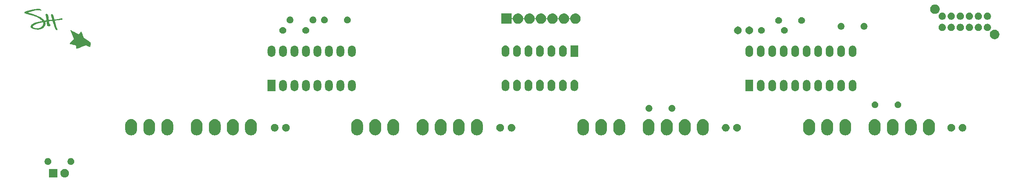
<source format=gbr>
G04 #@! TF.GenerationSoftware,KiCad,Pcbnew,(5.1.5)-3*
G04 #@! TF.CreationDate,2020-05-22T16:17:05-04:00*
G04 #@! TF.ProjectId,os_multitap,6f735f6d-756c-4746-9974-61702e6b6963,rev?*
G04 #@! TF.SameCoordinates,Original*
G04 #@! TF.FileFunction,Soldermask,Top*
G04 #@! TF.FilePolarity,Negative*
%FSLAX46Y46*%
G04 Gerber Fmt 4.6, Leading zero omitted, Abs format (unit mm)*
G04 Created by KiCad (PCBNEW (5.1.5)-3) date 2020-05-22 16:17:05*
%MOMM*%
%LPD*%
G04 APERTURE LIST*
%ADD10C,0.010000*%
%ADD11C,0.100000*%
G04 APERTURE END LIST*
D10*
G36*
X47765781Y-89405526D02*
G01*
X47818434Y-89434793D01*
X47859432Y-89458469D01*
X47891237Y-89478221D01*
X47916312Y-89495719D01*
X47937120Y-89512630D01*
X47956123Y-89530624D01*
X47966887Y-89541787D01*
X47982248Y-89560174D01*
X47998604Y-89582913D01*
X48013554Y-89606174D01*
X48024701Y-89626130D01*
X48029643Y-89638952D01*
X48029260Y-89641322D01*
X48021215Y-89640370D01*
X48001209Y-89636152D01*
X47972638Y-89629416D01*
X47951627Y-89624182D01*
X47858252Y-89603474D01*
X47753734Y-89585641D01*
X47642661Y-89571399D01*
X47566333Y-89564178D01*
X47506176Y-89560695D01*
X47433871Y-89558745D01*
X47353064Y-89558258D01*
X47267400Y-89559160D01*
X47180524Y-89561381D01*
X47096082Y-89564848D01*
X47017720Y-89569490D01*
X46949082Y-89575236D01*
X46936312Y-89576569D01*
X46685744Y-89609933D01*
X46426662Y-89656462D01*
X46159335Y-89716095D01*
X45884030Y-89788771D01*
X45601014Y-89874429D01*
X45549691Y-89891084D01*
X45482196Y-89913512D01*
X45412564Y-89937205D01*
X45342403Y-89961567D01*
X45273323Y-89986004D01*
X45206935Y-90009921D01*
X45144846Y-90032721D01*
X45088668Y-90053810D01*
X45040009Y-90072593D01*
X45000479Y-90088474D01*
X44971688Y-90100859D01*
X44955245Y-90109152D01*
X44951937Y-90112127D01*
X44954755Y-90114310D01*
X44963698Y-90118303D01*
X44979501Y-90124348D01*
X45002896Y-90132685D01*
X45034619Y-90143557D01*
X45075404Y-90157205D01*
X45125984Y-90173870D01*
X45187094Y-90193794D01*
X45259467Y-90217218D01*
X45343838Y-90244383D01*
X45440940Y-90275532D01*
X45551509Y-90310905D01*
X45676277Y-90350743D01*
X45713937Y-90362757D01*
X45869342Y-90412465D01*
X46010842Y-90458047D01*
X46139735Y-90499948D01*
X46257318Y-90538618D01*
X46364887Y-90574503D01*
X46463741Y-90608050D01*
X46555177Y-90639707D01*
X46640490Y-90669922D01*
X46720980Y-90699142D01*
X46797942Y-90727814D01*
X46872674Y-90756386D01*
X46946474Y-90785305D01*
X46993978Y-90804267D01*
X47216854Y-90897607D01*
X47424730Y-90992599D01*
X47618440Y-91089766D01*
X47798819Y-91189632D01*
X47966701Y-91292719D01*
X48122921Y-91399551D01*
X48268314Y-91510651D01*
X48403715Y-91626543D01*
X48529957Y-91747749D01*
X48577023Y-91796716D01*
X48606834Y-91828822D01*
X48635262Y-91860116D01*
X48659149Y-91887082D01*
X48675338Y-91906203D01*
X48675720Y-91906679D01*
X48702406Y-91940014D01*
X48765906Y-91935951D01*
X48798058Y-91932287D01*
X48840267Y-91925198D01*
X48887339Y-91915661D01*
X48934078Y-91904656D01*
X48939694Y-91903211D01*
X48999647Y-91888753D01*
X49057071Y-91877014D01*
X49109306Y-91868387D01*
X49153692Y-91863268D01*
X49187569Y-91862050D01*
X49204682Y-91863983D01*
X49223953Y-91868820D01*
X49218833Y-91790363D01*
X49210619Y-91683435D01*
X49199994Y-91580586D01*
X49186417Y-91478284D01*
X49169344Y-91372994D01*
X49148235Y-91261184D01*
X49122548Y-91139318D01*
X49111279Y-91088775D01*
X49087692Y-90983941D01*
X49067482Y-90893172D01*
X49050355Y-90815089D01*
X49036016Y-90748311D01*
X49024172Y-90691459D01*
X49014529Y-90643153D01*
X49006792Y-90602014D01*
X49003287Y-90582199D01*
X48996627Y-90543789D01*
X48993836Y-90517839D01*
X48997024Y-90501031D01*
X49008304Y-90490046D01*
X49029787Y-90481566D01*
X49063586Y-90472275D01*
X49075235Y-90469159D01*
X49150263Y-90455390D01*
X49220230Y-90455656D01*
X49284200Y-90469791D01*
X49341234Y-90497628D01*
X49373458Y-90522371D01*
X49407009Y-90556775D01*
X49437432Y-90597339D01*
X49464979Y-90645008D01*
X49489900Y-90700729D01*
X49512446Y-90765448D01*
X49532868Y-90840111D01*
X49551418Y-90925664D01*
X49568345Y-91023054D01*
X49583901Y-91133225D01*
X49598337Y-91257124D01*
X49611904Y-91395698D01*
X49615307Y-91434093D01*
X49620859Y-91497048D01*
X49626350Y-91557611D01*
X49631535Y-91613203D01*
X49636168Y-91661246D01*
X49640004Y-91699162D01*
X49642799Y-91724374D01*
X49643226Y-91727781D01*
X49646903Y-91757875D01*
X49649586Y-91783246D01*
X49650692Y-91798332D01*
X49651571Y-91803801D01*
X49655490Y-91807626D01*
X49664681Y-91809982D01*
X49681374Y-91811042D01*
X49707804Y-91810980D01*
X49746202Y-91809969D01*
X49783890Y-91808705D01*
X49911231Y-91800278D01*
X50036233Y-91784409D01*
X50043843Y-91783173D01*
X50129479Y-91770972D01*
X50214533Y-91763055D01*
X50306836Y-91758706D01*
X50313718Y-91758518D01*
X50456593Y-91754780D01*
X50455995Y-91685718D01*
X50455228Y-91660228D01*
X50453092Y-91634423D01*
X50449159Y-91606543D01*
X50443001Y-91574825D01*
X50434192Y-91537509D01*
X50422303Y-91492835D01*
X50406907Y-91439042D01*
X50387577Y-91374368D01*
X50363885Y-91297053D01*
X50353477Y-91263437D01*
X50318890Y-91149415D01*
X50290148Y-91049034D01*
X50266995Y-90961281D01*
X50249172Y-90885141D01*
X50236422Y-90819602D01*
X50230415Y-90779787D01*
X50224675Y-90702287D01*
X50229032Y-90636633D01*
X50243435Y-90582946D01*
X50267837Y-90541346D01*
X50302187Y-90511953D01*
X50346436Y-90494888D01*
X50347496Y-90494657D01*
X50395552Y-90490721D01*
X50441216Y-90500377D01*
X50484975Y-90524029D01*
X50527314Y-90562080D01*
X50568718Y-90614937D01*
X50609674Y-90683002D01*
X50635836Y-90734650D01*
X50666550Y-90804357D01*
X50696201Y-90882979D01*
X50725151Y-90971751D01*
X50753762Y-91071910D01*
X50782396Y-91184693D01*
X50811416Y-91311335D01*
X50829337Y-91395321D01*
X50840742Y-91450001D01*
X50851899Y-91503319D01*
X50862110Y-91551965D01*
X50870681Y-91592626D01*
X50876916Y-91621991D01*
X50878159Y-91627787D01*
X50890808Y-91686542D01*
X51031962Y-91681243D01*
X51112458Y-91677433D01*
X51192046Y-91671945D01*
X51272566Y-91664512D01*
X51355860Y-91654861D01*
X51443767Y-91642725D01*
X51538129Y-91627832D01*
X51640785Y-91609913D01*
X51753578Y-91588699D01*
X51878346Y-91563918D01*
X51992500Y-91540411D01*
X52125014Y-91513216D01*
X52243451Y-91489855D01*
X52347584Y-91470368D01*
X52437183Y-91454794D01*
X52512019Y-91443176D01*
X52571863Y-91435552D01*
X52598526Y-91433060D01*
X52665012Y-91427950D01*
X52670089Y-91455010D01*
X52670283Y-91488086D01*
X52660917Y-91532229D01*
X52642312Y-91586082D01*
X52634627Y-91604750D01*
X52624484Y-91628392D01*
X52617081Y-91645326D01*
X52614385Y-91651157D01*
X52605954Y-91653360D01*
X52583058Y-91657296D01*
X52546995Y-91662800D01*
X52499062Y-91669705D01*
X52440554Y-91677845D01*
X52372769Y-91687054D01*
X52297003Y-91697166D01*
X52214553Y-91708013D01*
X52126716Y-91719429D01*
X52034788Y-91731249D01*
X51940066Y-91743305D01*
X51843846Y-91755432D01*
X51747426Y-91767463D01*
X51652102Y-91779232D01*
X51559171Y-91790571D01*
X51469929Y-91801316D01*
X51385674Y-91811300D01*
X51307701Y-91820355D01*
X51237307Y-91828317D01*
X51210750Y-91831247D01*
X51148130Y-91838154D01*
X51090744Y-91844597D01*
X51040445Y-91850359D01*
X50999091Y-91855222D01*
X50968536Y-91858969D01*
X50950635Y-91861383D01*
X50946635Y-91862156D01*
X50948309Y-91870025D01*
X50954327Y-91890567D01*
X50963949Y-91921416D01*
X50976438Y-91960206D01*
X50991054Y-92004571D01*
X50991679Y-92006448D01*
X51011259Y-92066689D01*
X51030060Y-92127807D01*
X51048571Y-92191691D01*
X51067285Y-92260229D01*
X51086691Y-92335308D01*
X51107281Y-92418817D01*
X51129544Y-92512644D01*
X51153973Y-92618678D01*
X51175050Y-92711982D01*
X51195698Y-92803792D01*
X51213464Y-92882156D01*
X51228851Y-92949137D01*
X51242364Y-93006800D01*
X51254507Y-93057208D01*
X51265786Y-93102424D01*
X51276703Y-93144511D01*
X51287765Y-93185534D01*
X51299476Y-93227555D01*
X51310906Y-93267656D01*
X51330699Y-93334288D01*
X51348707Y-93389184D01*
X51366450Y-93436136D01*
X51385442Y-93478935D01*
X51407200Y-93521375D01*
X51425181Y-93553406D01*
X51459182Y-93613616D01*
X51485405Y-93663218D01*
X51505029Y-93704710D01*
X51519236Y-93740589D01*
X51529205Y-93773352D01*
X51529308Y-93773750D01*
X51536700Y-93816826D01*
X51537841Y-93860256D01*
X51533303Y-93900751D01*
X51523663Y-93935025D01*
X51509492Y-93959791D01*
X51494915Y-93970691D01*
X51463034Y-93976817D01*
X51422732Y-93975740D01*
X51379601Y-93967714D01*
X51370320Y-93965051D01*
X51333959Y-93947260D01*
X51296408Y-93917248D01*
X51260798Y-93878070D01*
X51230258Y-93832783D01*
X51224996Y-93823188D01*
X51212177Y-93796949D01*
X51195803Y-93760643D01*
X51177967Y-93719038D01*
X51160763Y-93676905D01*
X51160540Y-93676344D01*
X51143386Y-93633617D01*
X51122170Y-93581599D01*
X51099073Y-93525596D01*
X51076278Y-93470914D01*
X51065595Y-93445534D01*
X51025368Y-93347662D01*
X50981380Y-93235500D01*
X50933544Y-93108819D01*
X50881777Y-92967394D01*
X50825994Y-92810997D01*
X50793466Y-92718217D01*
X50749775Y-92592977D01*
X50710939Y-92481832D01*
X50676633Y-92383867D01*
X50646538Y-92298170D01*
X50620330Y-92223827D01*
X50597687Y-92159925D01*
X50578287Y-92105550D01*
X50561808Y-92059789D01*
X50547927Y-92021730D01*
X50544907Y-92013531D01*
X50509737Y-91918281D01*
X50471259Y-91919618D01*
X50452284Y-91920934D01*
X50419728Y-91923921D01*
X50375771Y-91928334D01*
X50322589Y-91933924D01*
X50262362Y-91940445D01*
X50197267Y-91947650D01*
X50129484Y-91955293D01*
X50061189Y-91963127D01*
X49994562Y-91970904D01*
X49931781Y-91978378D01*
X49875023Y-91985302D01*
X49826468Y-91991429D01*
X49788293Y-91996513D01*
X49771984Y-91998854D01*
X49682687Y-92012223D01*
X49682687Y-92057342D01*
X49684066Y-92080121D01*
X49687886Y-92114904D01*
X49693672Y-92158092D01*
X49700951Y-92206086D01*
X49707356Y-92244528D01*
X49719153Y-92317899D01*
X49727133Y-92381684D01*
X49731885Y-92441545D01*
X49733952Y-92500218D01*
X49735120Y-92547827D01*
X49736927Y-92581923D01*
X49739638Y-92604867D01*
X49743515Y-92619015D01*
X49747982Y-92625946D01*
X49758843Y-92634737D01*
X49780070Y-92650295D01*
X49808817Y-92670587D01*
X49842239Y-92693580D01*
X49850042Y-92698870D01*
X49897967Y-92732983D01*
X49933599Y-92762992D01*
X49959038Y-92791497D01*
X49976382Y-92821094D01*
X49987730Y-92854383D01*
X49992093Y-92874750D01*
X49996772Y-92932621D01*
X49988130Y-92981885D01*
X49966171Y-93022523D01*
X49956502Y-93033529D01*
X49925272Y-93061242D01*
X49892235Y-93080655D01*
X49853897Y-93092929D01*
X49806767Y-93099223D01*
X49754125Y-93100734D01*
X49706818Y-93099622D01*
X49663485Y-93096066D01*
X49620331Y-93089343D01*
X49573563Y-93078735D01*
X49519389Y-93063519D01*
X49459540Y-93044766D01*
X49374303Y-93017210D01*
X49362325Y-92963839D01*
X49345141Y-92881270D01*
X49327872Y-92787085D01*
X49311212Y-92685523D01*
X49295856Y-92580824D01*
X49282497Y-92477227D01*
X49282102Y-92473906D01*
X49278188Y-92439360D01*
X49273622Y-92396570D01*
X49268679Y-92348375D01*
X49263630Y-92297613D01*
X49258748Y-92247123D01*
X49254305Y-92199744D01*
X49250576Y-92158316D01*
X49247831Y-92125676D01*
X49246344Y-92104664D01*
X49246157Y-92099644D01*
X49240469Y-92096077D01*
X49222601Y-92097018D01*
X49191286Y-92102576D01*
X49177384Y-92105530D01*
X49153560Y-92111064D01*
X49120320Y-92119234D01*
X49080338Y-92129336D01*
X49036290Y-92140665D01*
X48990850Y-92152518D01*
X48946696Y-92164192D01*
X48906500Y-92174982D01*
X48872940Y-92184184D01*
X48848689Y-92191096D01*
X48836424Y-92195012D01*
X48835510Y-92195468D01*
X48837497Y-92202992D01*
X48844400Y-92221523D01*
X48854865Y-92247485D01*
X48858259Y-92255621D01*
X48889965Y-92351114D01*
X48908042Y-92453208D01*
X48912485Y-92560350D01*
X48903287Y-92670991D01*
X48880444Y-92783581D01*
X48860407Y-92850767D01*
X48809640Y-92978675D01*
X48744874Y-93102186D01*
X48667552Y-93219404D01*
X48579119Y-93328434D01*
X48481020Y-93427381D01*
X48374699Y-93514350D01*
X48331629Y-93544405D01*
X48192256Y-93627618D01*
X48044127Y-93697645D01*
X47887355Y-93754467D01*
X47722052Y-93798063D01*
X47548329Y-93828415D01*
X47366300Y-93845503D01*
X47176077Y-93849309D01*
X46977771Y-93839812D01*
X46771496Y-93816993D01*
X46757718Y-93815035D01*
X46585689Y-93786165D01*
X46428323Y-93751234D01*
X46285608Y-93710239D01*
X46157535Y-93663176D01*
X46088574Y-93632437D01*
X46011257Y-93593437D01*
X45946124Y-93555978D01*
X45889908Y-93517947D01*
X45839345Y-93477229D01*
X45815973Y-93455968D01*
X45770157Y-93408586D01*
X45736826Y-93363788D01*
X45713765Y-93318174D01*
X45701689Y-93280659D01*
X45697356Y-93261921D01*
X46128114Y-93261921D01*
X46135085Y-93298101D01*
X46150875Y-93330992D01*
X46177269Y-93364585D01*
X46206829Y-93394277D01*
X46258675Y-93435554D01*
X46324419Y-93475469D01*
X46402096Y-93513359D01*
X46489745Y-93548560D01*
X46585401Y-93580411D01*
X46687103Y-93608249D01*
X46792888Y-93631410D01*
X46900792Y-93649232D01*
X46992956Y-93659710D01*
X47052485Y-93664426D01*
X47101848Y-93666767D01*
X47146578Y-93666743D01*
X47192203Y-93664365D01*
X47239080Y-93660172D01*
X47372172Y-93640317D01*
X47503600Y-93608392D01*
X47632099Y-93565285D01*
X47756406Y-93511884D01*
X47875255Y-93449077D01*
X47987382Y-93377752D01*
X48091522Y-93298796D01*
X48186412Y-93213097D01*
X48270785Y-93121543D01*
X48343378Y-93025021D01*
X48402927Y-92924420D01*
X48448166Y-92820628D01*
X48452460Y-92808332D01*
X48472660Y-92741745D01*
X48485416Y-92680148D01*
X48491892Y-92616372D01*
X48493329Y-92556359D01*
X48485321Y-92450091D01*
X48461668Y-92346459D01*
X48436454Y-92277000D01*
X48421719Y-92242134D01*
X48411284Y-92219732D01*
X48403207Y-92207663D01*
X48395548Y-92203795D01*
X48386368Y-92205994D01*
X48376271Y-92210865D01*
X48358124Y-92217884D01*
X48329525Y-92226714D01*
X48295543Y-92235834D01*
X48281718Y-92239191D01*
X48132290Y-92274357D01*
X47997226Y-92306303D01*
X47875417Y-92335348D01*
X47765750Y-92361811D01*
X47667115Y-92386011D01*
X47578402Y-92408267D01*
X47498498Y-92428896D01*
X47426294Y-92448219D01*
X47360679Y-92466554D01*
X47300541Y-92484219D01*
X47244770Y-92501534D01*
X47192255Y-92518816D01*
X47141885Y-92536386D01*
X47092549Y-92554562D01*
X47043135Y-92573663D01*
X46992535Y-92594006D01*
X46939635Y-92615912D01*
X46883326Y-92639699D01*
X46877675Y-92642104D01*
X46743852Y-92700976D01*
X46625023Y-92757306D01*
X46520572Y-92811447D01*
X46429883Y-92863754D01*
X46352341Y-92914580D01*
X46287332Y-92964278D01*
X46237812Y-93009560D01*
X46192262Y-93060286D01*
X46159973Y-93107901D01*
X46139476Y-93155205D01*
X46129299Y-93205001D01*
X46128177Y-93218463D01*
X46128114Y-93261921D01*
X45697356Y-93261921D01*
X45695349Y-93253244D01*
X45692898Y-93231394D01*
X45694311Y-93208610D01*
X45699567Y-93178395D01*
X45701299Y-93169798D01*
X45719651Y-93106298D01*
X45749229Y-93037038D01*
X45788213Y-92965307D01*
X45834786Y-92894394D01*
X45887129Y-92827587D01*
X45896451Y-92816896D01*
X45947873Y-92766085D01*
X46013127Y-92713478D01*
X46090438Y-92660173D01*
X46178030Y-92607267D01*
X46274125Y-92555858D01*
X46376948Y-92507043D01*
X46445582Y-92477621D01*
X46513074Y-92450793D01*
X46582758Y-92425011D01*
X46655840Y-92399959D01*
X46733521Y-92375321D01*
X46817008Y-92350781D01*
X46907503Y-92326022D01*
X47006211Y-92300726D01*
X47114336Y-92274579D01*
X47233083Y-92247263D01*
X47363654Y-92218462D01*
X47507255Y-92187859D01*
X47665090Y-92155138D01*
X47698312Y-92148344D01*
X47806775Y-92126036D01*
X47907765Y-92104919D01*
X47999983Y-92085277D01*
X48082133Y-92067392D01*
X48152916Y-92051549D01*
X48211035Y-92038030D01*
X48255192Y-92027119D01*
X48264209Y-92024750D01*
X48294325Y-92016699D01*
X48268240Y-91983365D01*
X48245503Y-91956426D01*
X48213308Y-91921196D01*
X48173997Y-91880002D01*
X48129909Y-91835175D01*
X48083386Y-91789043D01*
X48036769Y-91743937D01*
X47992397Y-91702184D01*
X47952613Y-91666116D01*
X47928500Y-91645289D01*
X47743732Y-91500124D01*
X47545772Y-91363567D01*
X47334842Y-91235737D01*
X47111165Y-91116754D01*
X46874962Y-91006739D01*
X46626458Y-90905809D01*
X46408468Y-90828171D01*
X46344612Y-90807075D01*
X46283783Y-90787628D01*
X46223728Y-90769202D01*
X46162192Y-90751169D01*
X46096921Y-90732903D01*
X46025661Y-90713773D01*
X45946158Y-90693154D01*
X45856158Y-90670416D01*
X45753406Y-90644932D01*
X45729812Y-90639127D01*
X45620804Y-90612177D01*
X45524975Y-90588095D01*
X45440017Y-90566244D01*
X45363627Y-90545988D01*
X45293498Y-90526690D01*
X45227325Y-90507715D01*
X45162803Y-90488425D01*
X45097625Y-90468184D01*
X45029487Y-90446357D01*
X45018466Y-90442775D01*
X44964028Y-90425244D01*
X44908071Y-90407553D01*
X44854762Y-90390997D01*
X44808270Y-90376871D01*
X44773343Y-90366634D01*
X44676105Y-90337898D01*
X44593483Y-90310808D01*
X44524382Y-90284739D01*
X44467708Y-90259063D01*
X44422365Y-90233155D01*
X44387259Y-90206389D01*
X44361294Y-90178138D01*
X44343375Y-90147776D01*
X44332408Y-90114678D01*
X44332366Y-90114490D01*
X44329293Y-90074166D01*
X44340442Y-90039592D01*
X44360475Y-90013928D01*
X44390204Y-89990204D01*
X44433927Y-89963915D01*
X44490097Y-89935736D01*
X44557167Y-89906343D01*
X44633591Y-89876410D01*
X44717821Y-89846615D01*
X44808312Y-89817631D01*
X44813834Y-89815955D01*
X44871619Y-89798922D01*
X44942626Y-89778741D01*
X45024645Y-89755987D01*
X45115465Y-89731237D01*
X45212877Y-89705069D01*
X45314671Y-89678060D01*
X45418637Y-89650785D01*
X45522565Y-89623823D01*
X45624245Y-89597751D01*
X45721468Y-89573144D01*
X45812022Y-89550580D01*
X45893699Y-89530637D01*
X45964289Y-89513890D01*
X46015562Y-89502237D01*
X46236209Y-89456443D01*
X46446665Y-89418832D01*
X46650117Y-89389033D01*
X46849748Y-89366679D01*
X47048745Y-89351401D01*
X47250292Y-89342831D01*
X47412562Y-89340562D01*
X47646718Y-89340034D01*
X47765781Y-89405526D01*
G37*
X47765781Y-89405526D02*
X47818434Y-89434793D01*
X47859432Y-89458469D01*
X47891237Y-89478221D01*
X47916312Y-89495719D01*
X47937120Y-89512630D01*
X47956123Y-89530624D01*
X47966887Y-89541787D01*
X47982248Y-89560174D01*
X47998604Y-89582913D01*
X48013554Y-89606174D01*
X48024701Y-89626130D01*
X48029643Y-89638952D01*
X48029260Y-89641322D01*
X48021215Y-89640370D01*
X48001209Y-89636152D01*
X47972638Y-89629416D01*
X47951627Y-89624182D01*
X47858252Y-89603474D01*
X47753734Y-89585641D01*
X47642661Y-89571399D01*
X47566333Y-89564178D01*
X47506176Y-89560695D01*
X47433871Y-89558745D01*
X47353064Y-89558258D01*
X47267400Y-89559160D01*
X47180524Y-89561381D01*
X47096082Y-89564848D01*
X47017720Y-89569490D01*
X46949082Y-89575236D01*
X46936312Y-89576569D01*
X46685744Y-89609933D01*
X46426662Y-89656462D01*
X46159335Y-89716095D01*
X45884030Y-89788771D01*
X45601014Y-89874429D01*
X45549691Y-89891084D01*
X45482196Y-89913512D01*
X45412564Y-89937205D01*
X45342403Y-89961567D01*
X45273323Y-89986004D01*
X45206935Y-90009921D01*
X45144846Y-90032721D01*
X45088668Y-90053810D01*
X45040009Y-90072593D01*
X45000479Y-90088474D01*
X44971688Y-90100859D01*
X44955245Y-90109152D01*
X44951937Y-90112127D01*
X44954755Y-90114310D01*
X44963698Y-90118303D01*
X44979501Y-90124348D01*
X45002896Y-90132685D01*
X45034619Y-90143557D01*
X45075404Y-90157205D01*
X45125984Y-90173870D01*
X45187094Y-90193794D01*
X45259467Y-90217218D01*
X45343838Y-90244383D01*
X45440940Y-90275532D01*
X45551509Y-90310905D01*
X45676277Y-90350743D01*
X45713937Y-90362757D01*
X45869342Y-90412465D01*
X46010842Y-90458047D01*
X46139735Y-90499948D01*
X46257318Y-90538618D01*
X46364887Y-90574503D01*
X46463741Y-90608050D01*
X46555177Y-90639707D01*
X46640490Y-90669922D01*
X46720980Y-90699142D01*
X46797942Y-90727814D01*
X46872674Y-90756386D01*
X46946474Y-90785305D01*
X46993978Y-90804267D01*
X47216854Y-90897607D01*
X47424730Y-90992599D01*
X47618440Y-91089766D01*
X47798819Y-91189632D01*
X47966701Y-91292719D01*
X48122921Y-91399551D01*
X48268314Y-91510651D01*
X48403715Y-91626543D01*
X48529957Y-91747749D01*
X48577023Y-91796716D01*
X48606834Y-91828822D01*
X48635262Y-91860116D01*
X48659149Y-91887082D01*
X48675338Y-91906203D01*
X48675720Y-91906679D01*
X48702406Y-91940014D01*
X48765906Y-91935951D01*
X48798058Y-91932287D01*
X48840267Y-91925198D01*
X48887339Y-91915661D01*
X48934078Y-91904656D01*
X48939694Y-91903211D01*
X48999647Y-91888753D01*
X49057071Y-91877014D01*
X49109306Y-91868387D01*
X49153692Y-91863268D01*
X49187569Y-91862050D01*
X49204682Y-91863983D01*
X49223953Y-91868820D01*
X49218833Y-91790363D01*
X49210619Y-91683435D01*
X49199994Y-91580586D01*
X49186417Y-91478284D01*
X49169344Y-91372994D01*
X49148235Y-91261184D01*
X49122548Y-91139318D01*
X49111279Y-91088775D01*
X49087692Y-90983941D01*
X49067482Y-90893172D01*
X49050355Y-90815089D01*
X49036016Y-90748311D01*
X49024172Y-90691459D01*
X49014529Y-90643153D01*
X49006792Y-90602014D01*
X49003287Y-90582199D01*
X48996627Y-90543789D01*
X48993836Y-90517839D01*
X48997024Y-90501031D01*
X49008304Y-90490046D01*
X49029787Y-90481566D01*
X49063586Y-90472275D01*
X49075235Y-90469159D01*
X49150263Y-90455390D01*
X49220230Y-90455656D01*
X49284200Y-90469791D01*
X49341234Y-90497628D01*
X49373458Y-90522371D01*
X49407009Y-90556775D01*
X49437432Y-90597339D01*
X49464979Y-90645008D01*
X49489900Y-90700729D01*
X49512446Y-90765448D01*
X49532868Y-90840111D01*
X49551418Y-90925664D01*
X49568345Y-91023054D01*
X49583901Y-91133225D01*
X49598337Y-91257124D01*
X49611904Y-91395698D01*
X49615307Y-91434093D01*
X49620859Y-91497048D01*
X49626350Y-91557611D01*
X49631535Y-91613203D01*
X49636168Y-91661246D01*
X49640004Y-91699162D01*
X49642799Y-91724374D01*
X49643226Y-91727781D01*
X49646903Y-91757875D01*
X49649586Y-91783246D01*
X49650692Y-91798332D01*
X49651571Y-91803801D01*
X49655490Y-91807626D01*
X49664681Y-91809982D01*
X49681374Y-91811042D01*
X49707804Y-91810980D01*
X49746202Y-91809969D01*
X49783890Y-91808705D01*
X49911231Y-91800278D01*
X50036233Y-91784409D01*
X50043843Y-91783173D01*
X50129479Y-91770972D01*
X50214533Y-91763055D01*
X50306836Y-91758706D01*
X50313718Y-91758518D01*
X50456593Y-91754780D01*
X50455995Y-91685718D01*
X50455228Y-91660228D01*
X50453092Y-91634423D01*
X50449159Y-91606543D01*
X50443001Y-91574825D01*
X50434192Y-91537509D01*
X50422303Y-91492835D01*
X50406907Y-91439042D01*
X50387577Y-91374368D01*
X50363885Y-91297053D01*
X50353477Y-91263437D01*
X50318890Y-91149415D01*
X50290148Y-91049034D01*
X50266995Y-90961281D01*
X50249172Y-90885141D01*
X50236422Y-90819602D01*
X50230415Y-90779787D01*
X50224675Y-90702287D01*
X50229032Y-90636633D01*
X50243435Y-90582946D01*
X50267837Y-90541346D01*
X50302187Y-90511953D01*
X50346436Y-90494888D01*
X50347496Y-90494657D01*
X50395552Y-90490721D01*
X50441216Y-90500377D01*
X50484975Y-90524029D01*
X50527314Y-90562080D01*
X50568718Y-90614937D01*
X50609674Y-90683002D01*
X50635836Y-90734650D01*
X50666550Y-90804357D01*
X50696201Y-90882979D01*
X50725151Y-90971751D01*
X50753762Y-91071910D01*
X50782396Y-91184693D01*
X50811416Y-91311335D01*
X50829337Y-91395321D01*
X50840742Y-91450001D01*
X50851899Y-91503319D01*
X50862110Y-91551965D01*
X50870681Y-91592626D01*
X50876916Y-91621991D01*
X50878159Y-91627787D01*
X50890808Y-91686542D01*
X51031962Y-91681243D01*
X51112458Y-91677433D01*
X51192046Y-91671945D01*
X51272566Y-91664512D01*
X51355860Y-91654861D01*
X51443767Y-91642725D01*
X51538129Y-91627832D01*
X51640785Y-91609913D01*
X51753578Y-91588699D01*
X51878346Y-91563918D01*
X51992500Y-91540411D01*
X52125014Y-91513216D01*
X52243451Y-91489855D01*
X52347584Y-91470368D01*
X52437183Y-91454794D01*
X52512019Y-91443176D01*
X52571863Y-91435552D01*
X52598526Y-91433060D01*
X52665012Y-91427950D01*
X52670089Y-91455010D01*
X52670283Y-91488086D01*
X52660917Y-91532229D01*
X52642312Y-91586082D01*
X52634627Y-91604750D01*
X52624484Y-91628392D01*
X52617081Y-91645326D01*
X52614385Y-91651157D01*
X52605954Y-91653360D01*
X52583058Y-91657296D01*
X52546995Y-91662800D01*
X52499062Y-91669705D01*
X52440554Y-91677845D01*
X52372769Y-91687054D01*
X52297003Y-91697166D01*
X52214553Y-91708013D01*
X52126716Y-91719429D01*
X52034788Y-91731249D01*
X51940066Y-91743305D01*
X51843846Y-91755432D01*
X51747426Y-91767463D01*
X51652102Y-91779232D01*
X51559171Y-91790571D01*
X51469929Y-91801316D01*
X51385674Y-91811300D01*
X51307701Y-91820355D01*
X51237307Y-91828317D01*
X51210750Y-91831247D01*
X51148130Y-91838154D01*
X51090744Y-91844597D01*
X51040445Y-91850359D01*
X50999091Y-91855222D01*
X50968536Y-91858969D01*
X50950635Y-91861383D01*
X50946635Y-91862156D01*
X50948309Y-91870025D01*
X50954327Y-91890567D01*
X50963949Y-91921416D01*
X50976438Y-91960206D01*
X50991054Y-92004571D01*
X50991679Y-92006448D01*
X51011259Y-92066689D01*
X51030060Y-92127807D01*
X51048571Y-92191691D01*
X51067285Y-92260229D01*
X51086691Y-92335308D01*
X51107281Y-92418817D01*
X51129544Y-92512644D01*
X51153973Y-92618678D01*
X51175050Y-92711982D01*
X51195698Y-92803792D01*
X51213464Y-92882156D01*
X51228851Y-92949137D01*
X51242364Y-93006800D01*
X51254507Y-93057208D01*
X51265786Y-93102424D01*
X51276703Y-93144511D01*
X51287765Y-93185534D01*
X51299476Y-93227555D01*
X51310906Y-93267656D01*
X51330699Y-93334288D01*
X51348707Y-93389184D01*
X51366450Y-93436136D01*
X51385442Y-93478935D01*
X51407200Y-93521375D01*
X51425181Y-93553406D01*
X51459182Y-93613616D01*
X51485405Y-93663218D01*
X51505029Y-93704710D01*
X51519236Y-93740589D01*
X51529205Y-93773352D01*
X51529308Y-93773750D01*
X51536700Y-93816826D01*
X51537841Y-93860256D01*
X51533303Y-93900751D01*
X51523663Y-93935025D01*
X51509492Y-93959791D01*
X51494915Y-93970691D01*
X51463034Y-93976817D01*
X51422732Y-93975740D01*
X51379601Y-93967714D01*
X51370320Y-93965051D01*
X51333959Y-93947260D01*
X51296408Y-93917248D01*
X51260798Y-93878070D01*
X51230258Y-93832783D01*
X51224996Y-93823188D01*
X51212177Y-93796949D01*
X51195803Y-93760643D01*
X51177967Y-93719038D01*
X51160763Y-93676905D01*
X51160540Y-93676344D01*
X51143386Y-93633617D01*
X51122170Y-93581599D01*
X51099073Y-93525596D01*
X51076278Y-93470914D01*
X51065595Y-93445534D01*
X51025368Y-93347662D01*
X50981380Y-93235500D01*
X50933544Y-93108819D01*
X50881777Y-92967394D01*
X50825994Y-92810997D01*
X50793466Y-92718217D01*
X50749775Y-92592977D01*
X50710939Y-92481832D01*
X50676633Y-92383867D01*
X50646538Y-92298170D01*
X50620330Y-92223827D01*
X50597687Y-92159925D01*
X50578287Y-92105550D01*
X50561808Y-92059789D01*
X50547927Y-92021730D01*
X50544907Y-92013531D01*
X50509737Y-91918281D01*
X50471259Y-91919618D01*
X50452284Y-91920934D01*
X50419728Y-91923921D01*
X50375771Y-91928334D01*
X50322589Y-91933924D01*
X50262362Y-91940445D01*
X50197267Y-91947650D01*
X50129484Y-91955293D01*
X50061189Y-91963127D01*
X49994562Y-91970904D01*
X49931781Y-91978378D01*
X49875023Y-91985302D01*
X49826468Y-91991429D01*
X49788293Y-91996513D01*
X49771984Y-91998854D01*
X49682687Y-92012223D01*
X49682687Y-92057342D01*
X49684066Y-92080121D01*
X49687886Y-92114904D01*
X49693672Y-92158092D01*
X49700951Y-92206086D01*
X49707356Y-92244528D01*
X49719153Y-92317899D01*
X49727133Y-92381684D01*
X49731885Y-92441545D01*
X49733952Y-92500218D01*
X49735120Y-92547827D01*
X49736927Y-92581923D01*
X49739638Y-92604867D01*
X49743515Y-92619015D01*
X49747982Y-92625946D01*
X49758843Y-92634737D01*
X49780070Y-92650295D01*
X49808817Y-92670587D01*
X49842239Y-92693580D01*
X49850042Y-92698870D01*
X49897967Y-92732983D01*
X49933599Y-92762992D01*
X49959038Y-92791497D01*
X49976382Y-92821094D01*
X49987730Y-92854383D01*
X49992093Y-92874750D01*
X49996772Y-92932621D01*
X49988130Y-92981885D01*
X49966171Y-93022523D01*
X49956502Y-93033529D01*
X49925272Y-93061242D01*
X49892235Y-93080655D01*
X49853897Y-93092929D01*
X49806767Y-93099223D01*
X49754125Y-93100734D01*
X49706818Y-93099622D01*
X49663485Y-93096066D01*
X49620331Y-93089343D01*
X49573563Y-93078735D01*
X49519389Y-93063519D01*
X49459540Y-93044766D01*
X49374303Y-93017210D01*
X49362325Y-92963839D01*
X49345141Y-92881270D01*
X49327872Y-92787085D01*
X49311212Y-92685523D01*
X49295856Y-92580824D01*
X49282497Y-92477227D01*
X49282102Y-92473906D01*
X49278188Y-92439360D01*
X49273622Y-92396570D01*
X49268679Y-92348375D01*
X49263630Y-92297613D01*
X49258748Y-92247123D01*
X49254305Y-92199744D01*
X49250576Y-92158316D01*
X49247831Y-92125676D01*
X49246344Y-92104664D01*
X49246157Y-92099644D01*
X49240469Y-92096077D01*
X49222601Y-92097018D01*
X49191286Y-92102576D01*
X49177384Y-92105530D01*
X49153560Y-92111064D01*
X49120320Y-92119234D01*
X49080338Y-92129336D01*
X49036290Y-92140665D01*
X48990850Y-92152518D01*
X48946696Y-92164192D01*
X48906500Y-92174982D01*
X48872940Y-92184184D01*
X48848689Y-92191096D01*
X48836424Y-92195012D01*
X48835510Y-92195468D01*
X48837497Y-92202992D01*
X48844400Y-92221523D01*
X48854865Y-92247485D01*
X48858259Y-92255621D01*
X48889965Y-92351114D01*
X48908042Y-92453208D01*
X48912485Y-92560350D01*
X48903287Y-92670991D01*
X48880444Y-92783581D01*
X48860407Y-92850767D01*
X48809640Y-92978675D01*
X48744874Y-93102186D01*
X48667552Y-93219404D01*
X48579119Y-93328434D01*
X48481020Y-93427381D01*
X48374699Y-93514350D01*
X48331629Y-93544405D01*
X48192256Y-93627618D01*
X48044127Y-93697645D01*
X47887355Y-93754467D01*
X47722052Y-93798063D01*
X47548329Y-93828415D01*
X47366300Y-93845503D01*
X47176077Y-93849309D01*
X46977771Y-93839812D01*
X46771496Y-93816993D01*
X46757718Y-93815035D01*
X46585689Y-93786165D01*
X46428323Y-93751234D01*
X46285608Y-93710239D01*
X46157535Y-93663176D01*
X46088574Y-93632437D01*
X46011257Y-93593437D01*
X45946124Y-93555978D01*
X45889908Y-93517947D01*
X45839345Y-93477229D01*
X45815973Y-93455968D01*
X45770157Y-93408586D01*
X45736826Y-93363788D01*
X45713765Y-93318174D01*
X45701689Y-93280659D01*
X45697356Y-93261921D01*
X46128114Y-93261921D01*
X46135085Y-93298101D01*
X46150875Y-93330992D01*
X46177269Y-93364585D01*
X46206829Y-93394277D01*
X46258675Y-93435554D01*
X46324419Y-93475469D01*
X46402096Y-93513359D01*
X46489745Y-93548560D01*
X46585401Y-93580411D01*
X46687103Y-93608249D01*
X46792888Y-93631410D01*
X46900792Y-93649232D01*
X46992956Y-93659710D01*
X47052485Y-93664426D01*
X47101848Y-93666767D01*
X47146578Y-93666743D01*
X47192203Y-93664365D01*
X47239080Y-93660172D01*
X47372172Y-93640317D01*
X47503600Y-93608392D01*
X47632099Y-93565285D01*
X47756406Y-93511884D01*
X47875255Y-93449077D01*
X47987382Y-93377752D01*
X48091522Y-93298796D01*
X48186412Y-93213097D01*
X48270785Y-93121543D01*
X48343378Y-93025021D01*
X48402927Y-92924420D01*
X48448166Y-92820628D01*
X48452460Y-92808332D01*
X48472660Y-92741745D01*
X48485416Y-92680148D01*
X48491892Y-92616372D01*
X48493329Y-92556359D01*
X48485321Y-92450091D01*
X48461668Y-92346459D01*
X48436454Y-92277000D01*
X48421719Y-92242134D01*
X48411284Y-92219732D01*
X48403207Y-92207663D01*
X48395548Y-92203795D01*
X48386368Y-92205994D01*
X48376271Y-92210865D01*
X48358124Y-92217884D01*
X48329525Y-92226714D01*
X48295543Y-92235834D01*
X48281718Y-92239191D01*
X48132290Y-92274357D01*
X47997226Y-92306303D01*
X47875417Y-92335348D01*
X47765750Y-92361811D01*
X47667115Y-92386011D01*
X47578402Y-92408267D01*
X47498498Y-92428896D01*
X47426294Y-92448219D01*
X47360679Y-92466554D01*
X47300541Y-92484219D01*
X47244770Y-92501534D01*
X47192255Y-92518816D01*
X47141885Y-92536386D01*
X47092549Y-92554562D01*
X47043135Y-92573663D01*
X46992535Y-92594006D01*
X46939635Y-92615912D01*
X46883326Y-92639699D01*
X46877675Y-92642104D01*
X46743852Y-92700976D01*
X46625023Y-92757306D01*
X46520572Y-92811447D01*
X46429883Y-92863754D01*
X46352341Y-92914580D01*
X46287332Y-92964278D01*
X46237812Y-93009560D01*
X46192262Y-93060286D01*
X46159973Y-93107901D01*
X46139476Y-93155205D01*
X46129299Y-93205001D01*
X46128177Y-93218463D01*
X46128114Y-93261921D01*
X45697356Y-93261921D01*
X45695349Y-93253244D01*
X45692898Y-93231394D01*
X45694311Y-93208610D01*
X45699567Y-93178395D01*
X45701299Y-93169798D01*
X45719651Y-93106298D01*
X45749229Y-93037038D01*
X45788213Y-92965307D01*
X45834786Y-92894394D01*
X45887129Y-92827587D01*
X45896451Y-92816896D01*
X45947873Y-92766085D01*
X46013127Y-92713478D01*
X46090438Y-92660173D01*
X46178030Y-92607267D01*
X46274125Y-92555858D01*
X46376948Y-92507043D01*
X46445582Y-92477621D01*
X46513074Y-92450793D01*
X46582758Y-92425011D01*
X46655840Y-92399959D01*
X46733521Y-92375321D01*
X46817008Y-92350781D01*
X46907503Y-92326022D01*
X47006211Y-92300726D01*
X47114336Y-92274579D01*
X47233083Y-92247263D01*
X47363654Y-92218462D01*
X47507255Y-92187859D01*
X47665090Y-92155138D01*
X47698312Y-92148344D01*
X47806775Y-92126036D01*
X47907765Y-92104919D01*
X47999983Y-92085277D01*
X48082133Y-92067392D01*
X48152916Y-92051549D01*
X48211035Y-92038030D01*
X48255192Y-92027119D01*
X48264209Y-92024750D01*
X48294325Y-92016699D01*
X48268240Y-91983365D01*
X48245503Y-91956426D01*
X48213308Y-91921196D01*
X48173997Y-91880002D01*
X48129909Y-91835175D01*
X48083386Y-91789043D01*
X48036769Y-91743937D01*
X47992397Y-91702184D01*
X47952613Y-91666116D01*
X47928500Y-91645289D01*
X47743732Y-91500124D01*
X47545772Y-91363567D01*
X47334842Y-91235737D01*
X47111165Y-91116754D01*
X46874962Y-91006739D01*
X46626458Y-90905809D01*
X46408468Y-90828171D01*
X46344612Y-90807075D01*
X46283783Y-90787628D01*
X46223728Y-90769202D01*
X46162192Y-90751169D01*
X46096921Y-90732903D01*
X46025661Y-90713773D01*
X45946158Y-90693154D01*
X45856158Y-90670416D01*
X45753406Y-90644932D01*
X45729812Y-90639127D01*
X45620804Y-90612177D01*
X45524975Y-90588095D01*
X45440017Y-90566244D01*
X45363627Y-90545988D01*
X45293498Y-90526690D01*
X45227325Y-90507715D01*
X45162803Y-90488425D01*
X45097625Y-90468184D01*
X45029487Y-90446357D01*
X45018466Y-90442775D01*
X44964028Y-90425244D01*
X44908071Y-90407553D01*
X44854762Y-90390997D01*
X44808270Y-90376871D01*
X44773343Y-90366634D01*
X44676105Y-90337898D01*
X44593483Y-90310808D01*
X44524382Y-90284739D01*
X44467708Y-90259063D01*
X44422365Y-90233155D01*
X44387259Y-90206389D01*
X44361294Y-90178138D01*
X44343375Y-90147776D01*
X44332408Y-90114678D01*
X44332366Y-90114490D01*
X44329293Y-90074166D01*
X44340442Y-90039592D01*
X44360475Y-90013928D01*
X44390204Y-89990204D01*
X44433927Y-89963915D01*
X44490097Y-89935736D01*
X44557167Y-89906343D01*
X44633591Y-89876410D01*
X44717821Y-89846615D01*
X44808312Y-89817631D01*
X44813834Y-89815955D01*
X44871619Y-89798922D01*
X44942626Y-89778741D01*
X45024645Y-89755987D01*
X45115465Y-89731237D01*
X45212877Y-89705069D01*
X45314671Y-89678060D01*
X45418637Y-89650785D01*
X45522565Y-89623823D01*
X45624245Y-89597751D01*
X45721468Y-89573144D01*
X45812022Y-89550580D01*
X45893699Y-89530637D01*
X45964289Y-89513890D01*
X46015562Y-89502237D01*
X46236209Y-89456443D01*
X46446665Y-89418832D01*
X46650117Y-89389033D01*
X46849748Y-89366679D01*
X47048745Y-89351401D01*
X47250292Y-89342831D01*
X47412562Y-89340562D01*
X47646718Y-89340034D01*
X47765781Y-89405526D01*
G36*
X54541349Y-94073146D02*
G01*
X54581365Y-94093429D01*
X54644540Y-94126247D01*
X54728460Y-94170324D01*
X54830713Y-94224385D01*
X54948887Y-94287154D01*
X55080570Y-94357356D01*
X55223349Y-94433714D01*
X55374813Y-94514953D01*
X55387738Y-94521896D01*
X56243850Y-94981843D01*
X56425515Y-94810665D01*
X56503147Y-94737611D01*
X56586949Y-94658912D01*
X56667749Y-94583172D01*
X56736376Y-94518995D01*
X56747440Y-94508671D01*
X56887701Y-94377855D01*
X57122816Y-95021655D01*
X57172864Y-95158113D01*
X57220071Y-95285708D01*
X57263228Y-95401251D01*
X57301125Y-95501556D01*
X57332554Y-95583435D01*
X57356304Y-95643699D01*
X57371168Y-95679162D01*
X57375305Y-95687195D01*
X57390968Y-95700298D01*
X57430009Y-95730436D01*
X57490129Y-95775899D01*
X57569031Y-95834977D01*
X57664418Y-95905960D01*
X57773992Y-95987138D01*
X57895456Y-96076800D01*
X58026511Y-96173238D01*
X58155633Y-96267979D01*
X58293200Y-96368987D01*
X58422997Y-96464691D01*
X58542770Y-96553402D01*
X58650263Y-96633431D01*
X58743223Y-96703089D01*
X58819394Y-96760687D01*
X58876522Y-96804536D01*
X58912352Y-96832946D01*
X58924607Y-96844089D01*
X58923987Y-96863804D01*
X58919165Y-96910653D01*
X58910687Y-96980337D01*
X58899097Y-97068557D01*
X58884943Y-97171013D01*
X58869240Y-97280202D01*
X58807852Y-97699249D01*
X58766854Y-97699249D01*
X58741926Y-97693372D01*
X58691812Y-97676773D01*
X58620651Y-97650997D01*
X58532586Y-97617588D01*
X58431756Y-97578091D01*
X58322301Y-97534053D01*
X58302544Y-97525984D01*
X57879232Y-97352720D01*
X56866587Y-97732618D01*
X56695586Y-97796702D01*
X56533301Y-97857390D01*
X56382186Y-97913772D01*
X56244696Y-97964939D01*
X56123284Y-98009980D01*
X56020405Y-98047987D01*
X55938512Y-98078050D01*
X55880059Y-98099260D01*
X55847500Y-98110707D01*
X55841463Y-98112515D01*
X55831861Y-98098407D01*
X55822433Y-98062913D01*
X55819449Y-98044962D01*
X55814321Y-98007384D01*
X55805975Y-97944824D01*
X55795276Y-97863823D01*
X55783090Y-97770926D01*
X55771999Y-97685887D01*
X55759687Y-97593389D01*
X55748358Y-97512305D01*
X55738762Y-97447686D01*
X55731649Y-97404585D01*
X55727803Y-97388086D01*
X55711544Y-97383157D01*
X55667497Y-97371543D01*
X55598777Y-97354023D01*
X55508497Y-97331374D01*
X55399771Y-97304373D01*
X55275715Y-97273798D01*
X55139440Y-97240428D01*
X55023247Y-97212127D01*
X54879178Y-97176970D01*
X54744640Y-97143854D01*
X54622778Y-97113573D01*
X54516737Y-97086922D01*
X54429663Y-97064695D01*
X54364700Y-97047689D01*
X54324994Y-97036697D01*
X54313536Y-97032775D01*
X54321691Y-97019577D01*
X54349578Y-96985637D01*
X54395081Y-96933309D01*
X54456088Y-96864945D01*
X54530482Y-96782898D01*
X54616150Y-96689520D01*
X54710976Y-96587165D01*
X54792817Y-96499537D01*
X55283531Y-95975970D01*
X55254961Y-95903786D01*
X55243944Y-95876107D01*
X55222253Y-95821758D01*
X55191027Y-95743587D01*
X55151404Y-95644438D01*
X55104520Y-95527157D01*
X55051514Y-95394589D01*
X54993522Y-95249581D01*
X54931683Y-95094978D01*
X54874285Y-94951500D01*
X54811076Y-94793239D01*
X54751663Y-94643957D01*
X54697055Y-94506229D01*
X54648264Y-94382629D01*
X54606300Y-94275732D01*
X54572174Y-94188112D01*
X54546897Y-94122344D01*
X54531480Y-94081002D01*
X54526901Y-94066674D01*
X54541349Y-94073146D01*
G37*
X54541349Y-94073146D02*
X54581365Y-94093429D01*
X54644540Y-94126247D01*
X54728460Y-94170324D01*
X54830713Y-94224385D01*
X54948887Y-94287154D01*
X55080570Y-94357356D01*
X55223349Y-94433714D01*
X55374813Y-94514953D01*
X55387738Y-94521896D01*
X56243850Y-94981843D01*
X56425515Y-94810665D01*
X56503147Y-94737611D01*
X56586949Y-94658912D01*
X56667749Y-94583172D01*
X56736376Y-94518995D01*
X56747440Y-94508671D01*
X56887701Y-94377855D01*
X57122816Y-95021655D01*
X57172864Y-95158113D01*
X57220071Y-95285708D01*
X57263228Y-95401251D01*
X57301125Y-95501556D01*
X57332554Y-95583435D01*
X57356304Y-95643699D01*
X57371168Y-95679162D01*
X57375305Y-95687195D01*
X57390968Y-95700298D01*
X57430009Y-95730436D01*
X57490129Y-95775899D01*
X57569031Y-95834977D01*
X57664418Y-95905960D01*
X57773992Y-95987138D01*
X57895456Y-96076800D01*
X58026511Y-96173238D01*
X58155633Y-96267979D01*
X58293200Y-96368987D01*
X58422997Y-96464691D01*
X58542770Y-96553402D01*
X58650263Y-96633431D01*
X58743223Y-96703089D01*
X58819394Y-96760687D01*
X58876522Y-96804536D01*
X58912352Y-96832946D01*
X58924607Y-96844089D01*
X58923987Y-96863804D01*
X58919165Y-96910653D01*
X58910687Y-96980337D01*
X58899097Y-97068557D01*
X58884943Y-97171013D01*
X58869240Y-97280202D01*
X58807852Y-97699249D01*
X58766854Y-97699249D01*
X58741926Y-97693372D01*
X58691812Y-97676773D01*
X58620651Y-97650997D01*
X58532586Y-97617588D01*
X58431756Y-97578091D01*
X58322301Y-97534053D01*
X58302544Y-97525984D01*
X57879232Y-97352720D01*
X56866587Y-97732618D01*
X56695586Y-97796702D01*
X56533301Y-97857390D01*
X56382186Y-97913772D01*
X56244696Y-97964939D01*
X56123284Y-98009980D01*
X56020405Y-98047987D01*
X55938512Y-98078050D01*
X55880059Y-98099260D01*
X55847500Y-98110707D01*
X55841463Y-98112515D01*
X55831861Y-98098407D01*
X55822433Y-98062913D01*
X55819449Y-98044962D01*
X55814321Y-98007384D01*
X55805975Y-97944824D01*
X55795276Y-97863823D01*
X55783090Y-97770926D01*
X55771999Y-97685887D01*
X55759687Y-97593389D01*
X55748358Y-97512305D01*
X55738762Y-97447686D01*
X55731649Y-97404585D01*
X55727803Y-97388086D01*
X55711544Y-97383157D01*
X55667497Y-97371543D01*
X55598777Y-97354023D01*
X55508497Y-97331374D01*
X55399771Y-97304373D01*
X55275715Y-97273798D01*
X55139440Y-97240428D01*
X55023247Y-97212127D01*
X54879178Y-97176970D01*
X54744640Y-97143854D01*
X54622778Y-97113573D01*
X54516737Y-97086922D01*
X54429663Y-97064695D01*
X54364700Y-97047689D01*
X54324994Y-97036697D01*
X54313536Y-97032775D01*
X54321691Y-97019577D01*
X54349578Y-96985637D01*
X54395081Y-96933309D01*
X54456088Y-96864945D01*
X54530482Y-96782898D01*
X54616150Y-96689520D01*
X54710976Y-96587165D01*
X54792817Y-96499537D01*
X55283531Y-95975970D01*
X55254961Y-95903786D01*
X55243944Y-95876107D01*
X55222253Y-95821758D01*
X55191027Y-95743587D01*
X55151404Y-95644438D01*
X55104520Y-95527157D01*
X55051514Y-95394589D01*
X54993522Y-95249581D01*
X54931683Y-95094978D01*
X54874285Y-94951500D01*
X54811076Y-94793239D01*
X54751663Y-94643957D01*
X54697055Y-94506229D01*
X54648264Y-94382629D01*
X54606300Y-94275732D01*
X54572174Y-94188112D01*
X54546897Y-94122344D01*
X54531480Y-94081002D01*
X54526901Y-94066674D01*
X54541349Y-94073146D01*
D11*
G36*
X53517395Y-124875546D02*
G01*
X53690466Y-124947234D01*
X53690467Y-124947235D01*
X53846227Y-125051310D01*
X53978690Y-125183773D01*
X53978691Y-125183775D01*
X54082766Y-125339534D01*
X54154454Y-125512605D01*
X54191000Y-125696333D01*
X54191000Y-125883667D01*
X54154454Y-126067395D01*
X54082766Y-126240466D01*
X54082765Y-126240467D01*
X53978690Y-126396227D01*
X53846227Y-126528690D01*
X53767818Y-126581081D01*
X53690466Y-126632766D01*
X53517395Y-126704454D01*
X53333667Y-126741000D01*
X53146333Y-126741000D01*
X52962605Y-126704454D01*
X52789534Y-126632766D01*
X52712182Y-126581081D01*
X52633773Y-126528690D01*
X52501310Y-126396227D01*
X52397235Y-126240467D01*
X52397234Y-126240466D01*
X52325546Y-126067395D01*
X52289000Y-125883667D01*
X52289000Y-125696333D01*
X52325546Y-125512605D01*
X52397234Y-125339534D01*
X52501309Y-125183775D01*
X52501310Y-125183773D01*
X52633773Y-125051310D01*
X52789533Y-124947235D01*
X52789534Y-124947234D01*
X52962605Y-124875546D01*
X53146333Y-124839000D01*
X53333667Y-124839000D01*
X53517395Y-124875546D01*
G37*
G36*
X51651000Y-126741000D02*
G01*
X49749000Y-126741000D01*
X49749000Y-124839000D01*
X51651000Y-124839000D01*
X51651000Y-126741000D01*
G37*
G36*
X49739059Y-122477860D02*
G01*
X49875732Y-122534472D01*
X49998735Y-122616660D01*
X50103340Y-122721265D01*
X50185528Y-122844268D01*
X50242140Y-122980941D01*
X50271000Y-123126033D01*
X50271000Y-123273967D01*
X50242140Y-123419059D01*
X50185528Y-123555732D01*
X50103340Y-123678735D01*
X49998735Y-123783340D01*
X49875732Y-123865528D01*
X49875731Y-123865529D01*
X49875730Y-123865529D01*
X49739059Y-123922140D01*
X49593968Y-123951000D01*
X49446032Y-123951000D01*
X49300941Y-123922140D01*
X49164270Y-123865529D01*
X49164269Y-123865529D01*
X49164268Y-123865528D01*
X49041265Y-123783340D01*
X48936660Y-123678735D01*
X48854472Y-123555732D01*
X48797860Y-123419059D01*
X48769000Y-123273967D01*
X48769000Y-123126033D01*
X48797860Y-122980941D01*
X48854472Y-122844268D01*
X48936660Y-122721265D01*
X49041265Y-122616660D01*
X49164268Y-122534472D01*
X49300941Y-122477860D01*
X49446032Y-122449000D01*
X49593968Y-122449000D01*
X49739059Y-122477860D01*
G37*
G36*
X54819059Y-122477860D02*
G01*
X54955732Y-122534472D01*
X55078735Y-122616660D01*
X55183340Y-122721265D01*
X55265528Y-122844268D01*
X55322140Y-122980941D01*
X55351000Y-123126033D01*
X55351000Y-123273967D01*
X55322140Y-123419059D01*
X55265528Y-123555732D01*
X55183340Y-123678735D01*
X55078735Y-123783340D01*
X54955732Y-123865528D01*
X54955731Y-123865529D01*
X54955730Y-123865529D01*
X54819059Y-123922140D01*
X54673968Y-123951000D01*
X54526032Y-123951000D01*
X54380941Y-123922140D01*
X54244270Y-123865529D01*
X54244269Y-123865529D01*
X54244268Y-123865528D01*
X54121265Y-123783340D01*
X54016660Y-123678735D01*
X53934472Y-123555732D01*
X53877860Y-123419059D01*
X53849000Y-123273967D01*
X53849000Y-123126033D01*
X53877860Y-122980941D01*
X53934472Y-122844268D01*
X54016660Y-122721265D01*
X54121265Y-122616660D01*
X54244268Y-122534472D01*
X54380941Y-122477860D01*
X54526032Y-122449000D01*
X54673968Y-122449000D01*
X54819059Y-122477860D01*
G37*
G36*
X90705040Y-113807826D02*
G01*
X90950280Y-113882219D01*
X91176294Y-114003026D01*
X91227899Y-114045377D01*
X91374397Y-114165604D01*
X91494624Y-114312102D01*
X91536975Y-114363707D01*
X91657782Y-114589721D01*
X91732175Y-114834961D01*
X91751000Y-115026096D01*
X91751000Y-116153906D01*
X91732175Y-116345041D01*
X91657782Y-116590281D01*
X91536975Y-116816295D01*
X91374396Y-117014397D01*
X91176293Y-117176976D01*
X90950279Y-117297783D01*
X90705039Y-117372176D01*
X90450000Y-117397295D01*
X90194960Y-117372176D01*
X89949720Y-117297783D01*
X89949718Y-117297782D01*
X89723707Y-117176977D01*
X89525604Y-117014397D01*
X89363026Y-116816295D01*
X89363025Y-116816294D01*
X89242218Y-116590280D01*
X89167825Y-116345040D01*
X89149000Y-116153905D01*
X89149000Y-115026096D01*
X89167825Y-114834961D01*
X89242218Y-114589721D01*
X89242219Y-114589719D01*
X89363024Y-114363708D01*
X89525604Y-114165605D01*
X89636805Y-114074345D01*
X89723707Y-114003026D01*
X89949721Y-113882219D01*
X90194961Y-113807826D01*
X90450000Y-113782707D01*
X90705040Y-113807826D01*
G37*
G36*
X218205040Y-113807826D02*
G01*
X218450280Y-113882219D01*
X218676294Y-114003026D01*
X218727899Y-114045377D01*
X218874397Y-114165604D01*
X218994624Y-114312102D01*
X219036975Y-114363707D01*
X219157782Y-114589721D01*
X219232175Y-114834961D01*
X219251000Y-115026096D01*
X219251000Y-116153906D01*
X219232175Y-116345041D01*
X219157782Y-116590281D01*
X219036975Y-116816295D01*
X218874396Y-117014397D01*
X218676293Y-117176976D01*
X218450279Y-117297783D01*
X218205039Y-117372176D01*
X217950000Y-117397295D01*
X217694960Y-117372176D01*
X217449720Y-117297783D01*
X217449718Y-117297782D01*
X217223707Y-117176977D01*
X217025604Y-117014397D01*
X216863026Y-116816295D01*
X216863025Y-116816294D01*
X216742218Y-116590280D01*
X216667825Y-116345040D01*
X216649000Y-116153905D01*
X216649000Y-115026096D01*
X216667825Y-114834961D01*
X216742218Y-114589721D01*
X216742219Y-114589719D01*
X216863024Y-114363708D01*
X217025604Y-114165605D01*
X217136805Y-114074345D01*
X217223707Y-114003026D01*
X217449721Y-113882219D01*
X217694961Y-113807826D01*
X217950000Y-113782707D01*
X218205040Y-113807826D01*
G37*
G36*
X190705040Y-113807826D02*
G01*
X190950280Y-113882219D01*
X191176294Y-114003026D01*
X191227899Y-114045377D01*
X191374397Y-114165604D01*
X191494624Y-114312102D01*
X191536975Y-114363707D01*
X191657782Y-114589721D01*
X191732175Y-114834961D01*
X191751000Y-115026096D01*
X191751000Y-116153906D01*
X191732175Y-116345041D01*
X191657782Y-116590281D01*
X191536975Y-116816295D01*
X191374396Y-117014397D01*
X191176293Y-117176976D01*
X190950279Y-117297783D01*
X190705039Y-117372176D01*
X190450000Y-117397295D01*
X190194960Y-117372176D01*
X189949720Y-117297783D01*
X189949718Y-117297782D01*
X189723707Y-117176977D01*
X189525604Y-117014397D01*
X189363026Y-116816295D01*
X189363025Y-116816294D01*
X189242218Y-116590280D01*
X189167825Y-116345040D01*
X189149000Y-116153905D01*
X189149000Y-115026096D01*
X189167825Y-114834961D01*
X189242218Y-114589721D01*
X189242219Y-114589719D01*
X189363024Y-114363708D01*
X189525604Y-114165605D01*
X189636805Y-114074345D01*
X189723707Y-114003026D01*
X189949721Y-113882219D01*
X190194961Y-113807826D01*
X190450000Y-113782707D01*
X190705040Y-113807826D01*
G37*
G36*
X118205040Y-113807826D02*
G01*
X118450280Y-113882219D01*
X118676294Y-114003026D01*
X118727899Y-114045377D01*
X118874397Y-114165604D01*
X118994624Y-114312102D01*
X119036975Y-114363707D01*
X119157782Y-114589721D01*
X119232175Y-114834961D01*
X119251000Y-115026096D01*
X119251000Y-116153906D01*
X119232175Y-116345041D01*
X119157782Y-116590281D01*
X119036975Y-116816295D01*
X118874396Y-117014397D01*
X118676293Y-117176976D01*
X118450279Y-117297783D01*
X118205039Y-117372176D01*
X117950000Y-117397295D01*
X117694960Y-117372176D01*
X117449720Y-117297783D01*
X117449718Y-117297782D01*
X117223707Y-117176977D01*
X117025604Y-117014397D01*
X116863026Y-116816295D01*
X116863025Y-116816294D01*
X116742218Y-116590280D01*
X116667825Y-116345040D01*
X116649000Y-116153905D01*
X116649000Y-115026096D01*
X116667825Y-114834961D01*
X116742218Y-114589721D01*
X116742219Y-114589719D01*
X116863024Y-114363708D01*
X117025604Y-114165605D01*
X117136805Y-114074345D01*
X117223707Y-114003026D01*
X117449721Y-113882219D01*
X117694961Y-113807826D01*
X117950000Y-113782707D01*
X118205040Y-113807826D01*
G37*
G36*
X122205040Y-113807826D02*
G01*
X122450280Y-113882219D01*
X122676294Y-114003026D01*
X122727899Y-114045377D01*
X122874397Y-114165604D01*
X122994624Y-114312102D01*
X123036975Y-114363707D01*
X123157782Y-114589721D01*
X123232175Y-114834961D01*
X123251000Y-115026096D01*
X123251000Y-116153906D01*
X123232175Y-116345041D01*
X123157782Y-116590281D01*
X123036975Y-116816295D01*
X122874396Y-117014397D01*
X122676293Y-117176976D01*
X122450279Y-117297783D01*
X122205039Y-117372176D01*
X121950000Y-117397295D01*
X121694960Y-117372176D01*
X121449720Y-117297783D01*
X121449718Y-117297782D01*
X121223707Y-117176977D01*
X121025604Y-117014397D01*
X120863026Y-116816295D01*
X120863025Y-116816294D01*
X120742218Y-116590280D01*
X120667825Y-116345040D01*
X120649000Y-116153905D01*
X120649000Y-115026096D01*
X120667825Y-114834961D01*
X120742218Y-114589721D01*
X120742219Y-114589719D01*
X120863024Y-114363708D01*
X121025604Y-114165605D01*
X121136805Y-114074345D01*
X121223707Y-114003026D01*
X121449721Y-113882219D01*
X121694961Y-113807826D01*
X121950000Y-113782707D01*
X122205040Y-113807826D01*
G37*
G36*
X126205040Y-113807826D02*
G01*
X126450280Y-113882219D01*
X126676294Y-114003026D01*
X126727899Y-114045377D01*
X126874397Y-114165604D01*
X126994624Y-114312102D01*
X127036975Y-114363707D01*
X127157782Y-114589721D01*
X127232175Y-114834961D01*
X127251000Y-115026096D01*
X127251000Y-116153906D01*
X127232175Y-116345041D01*
X127157782Y-116590281D01*
X127036975Y-116816295D01*
X126874396Y-117014397D01*
X126676293Y-117176976D01*
X126450279Y-117297783D01*
X126205039Y-117372176D01*
X125950000Y-117397295D01*
X125694960Y-117372176D01*
X125449720Y-117297783D01*
X125449718Y-117297782D01*
X125223707Y-117176977D01*
X125025604Y-117014397D01*
X124863026Y-116816295D01*
X124863025Y-116816294D01*
X124742218Y-116590280D01*
X124667825Y-116345040D01*
X124649000Y-116153905D01*
X124649000Y-115026096D01*
X124667825Y-114834961D01*
X124742218Y-114589721D01*
X124742219Y-114589719D01*
X124863024Y-114363708D01*
X125025604Y-114165605D01*
X125136805Y-114074345D01*
X125223707Y-114003026D01*
X125449721Y-113882219D01*
X125694961Y-113807826D01*
X125950000Y-113782707D01*
X126205040Y-113807826D01*
G37*
G36*
X132705040Y-113807826D02*
G01*
X132950280Y-113882219D01*
X133176294Y-114003026D01*
X133227899Y-114045377D01*
X133374397Y-114165604D01*
X133494624Y-114312102D01*
X133536975Y-114363707D01*
X133657782Y-114589721D01*
X133732175Y-114834961D01*
X133751000Y-115026096D01*
X133751000Y-116153906D01*
X133732175Y-116345041D01*
X133657782Y-116590281D01*
X133536975Y-116816295D01*
X133374396Y-117014397D01*
X133176293Y-117176976D01*
X132950279Y-117297783D01*
X132705039Y-117372176D01*
X132450000Y-117397295D01*
X132194960Y-117372176D01*
X131949720Y-117297783D01*
X131949718Y-117297782D01*
X131723707Y-117176977D01*
X131525604Y-117014397D01*
X131363026Y-116816295D01*
X131363025Y-116816294D01*
X131242218Y-116590280D01*
X131167825Y-116345040D01*
X131149000Y-116153905D01*
X131149000Y-115026096D01*
X131167825Y-114834961D01*
X131242218Y-114589721D01*
X131242219Y-114589719D01*
X131363024Y-114363708D01*
X131525604Y-114165605D01*
X131636805Y-114074345D01*
X131723707Y-114003026D01*
X131949721Y-113882219D01*
X132194961Y-113807826D01*
X132450000Y-113782707D01*
X132705040Y-113807826D01*
G37*
G36*
X136705040Y-113807826D02*
G01*
X136950280Y-113882219D01*
X137176294Y-114003026D01*
X137227899Y-114045377D01*
X137374397Y-114165604D01*
X137494624Y-114312102D01*
X137536975Y-114363707D01*
X137657782Y-114589721D01*
X137732175Y-114834961D01*
X137751000Y-115026096D01*
X137751000Y-116153906D01*
X137732175Y-116345041D01*
X137657782Y-116590281D01*
X137536975Y-116816295D01*
X137374396Y-117014397D01*
X137176293Y-117176976D01*
X136950279Y-117297783D01*
X136705039Y-117372176D01*
X136450000Y-117397295D01*
X136194960Y-117372176D01*
X135949720Y-117297783D01*
X135949718Y-117297782D01*
X135723707Y-117176977D01*
X135525604Y-117014397D01*
X135363026Y-116816295D01*
X135363025Y-116816294D01*
X135242218Y-116590280D01*
X135167825Y-116345040D01*
X135149000Y-116153905D01*
X135149000Y-115026096D01*
X135167825Y-114834961D01*
X135242218Y-114589721D01*
X135242219Y-114589719D01*
X135363024Y-114363708D01*
X135525604Y-114165605D01*
X135636805Y-114074345D01*
X135723707Y-114003026D01*
X135949721Y-113882219D01*
X136194961Y-113807826D01*
X136450000Y-113782707D01*
X136705040Y-113807826D01*
G37*
G36*
X140705040Y-113807826D02*
G01*
X140950280Y-113882219D01*
X141176294Y-114003026D01*
X141227899Y-114045377D01*
X141374397Y-114165604D01*
X141494624Y-114312102D01*
X141536975Y-114363707D01*
X141657782Y-114589721D01*
X141732175Y-114834961D01*
X141751000Y-115026096D01*
X141751000Y-116153906D01*
X141732175Y-116345041D01*
X141657782Y-116590281D01*
X141536975Y-116816295D01*
X141374396Y-117014397D01*
X141176293Y-117176976D01*
X140950279Y-117297783D01*
X140705039Y-117372176D01*
X140450000Y-117397295D01*
X140194960Y-117372176D01*
X139949720Y-117297783D01*
X139949718Y-117297782D01*
X139723707Y-117176977D01*
X139525604Y-117014397D01*
X139363026Y-116816295D01*
X139363025Y-116816294D01*
X139242218Y-116590280D01*
X139167825Y-116345040D01*
X139149000Y-116153905D01*
X139149000Y-115026096D01*
X139167825Y-114834961D01*
X139242218Y-114589721D01*
X139242219Y-114589719D01*
X139363024Y-114363708D01*
X139525604Y-114165605D01*
X139636805Y-114074345D01*
X139723707Y-114003026D01*
X139949721Y-113882219D01*
X140194961Y-113807826D01*
X140450000Y-113782707D01*
X140705040Y-113807826D01*
G37*
G36*
X144705040Y-113807826D02*
G01*
X144950280Y-113882219D01*
X145176294Y-114003026D01*
X145227899Y-114045377D01*
X145374397Y-114165604D01*
X145494624Y-114312102D01*
X145536975Y-114363707D01*
X145657782Y-114589721D01*
X145732175Y-114834961D01*
X145751000Y-115026096D01*
X145751000Y-116153906D01*
X145732175Y-116345041D01*
X145657782Y-116590281D01*
X145536975Y-116816295D01*
X145374396Y-117014397D01*
X145176293Y-117176976D01*
X144950279Y-117297783D01*
X144705039Y-117372176D01*
X144450000Y-117397295D01*
X144194960Y-117372176D01*
X143949720Y-117297783D01*
X143949718Y-117297782D01*
X143723707Y-117176977D01*
X143525604Y-117014397D01*
X143363026Y-116816295D01*
X143363025Y-116816294D01*
X143242218Y-116590280D01*
X143167825Y-116345040D01*
X143149000Y-116153905D01*
X143149000Y-115026096D01*
X143167825Y-114834961D01*
X143242218Y-114589721D01*
X143242219Y-114589719D01*
X143363024Y-114363708D01*
X143525604Y-114165605D01*
X143636805Y-114074345D01*
X143723707Y-114003026D01*
X143949721Y-113882219D01*
X144194961Y-113807826D01*
X144450000Y-113782707D01*
X144705040Y-113807826D01*
G37*
G36*
X186705040Y-113807826D02*
G01*
X186950280Y-113882219D01*
X187176294Y-114003026D01*
X187227899Y-114045377D01*
X187374397Y-114165604D01*
X187494624Y-114312102D01*
X187536975Y-114363707D01*
X187657782Y-114589721D01*
X187732175Y-114834961D01*
X187751000Y-115026096D01*
X187751000Y-116153906D01*
X187732175Y-116345041D01*
X187657782Y-116590281D01*
X187536975Y-116816295D01*
X187374396Y-117014397D01*
X187176293Y-117176976D01*
X186950279Y-117297783D01*
X186705039Y-117372176D01*
X186450000Y-117397295D01*
X186194960Y-117372176D01*
X185949720Y-117297783D01*
X185949718Y-117297782D01*
X185723707Y-117176977D01*
X185525604Y-117014397D01*
X185363026Y-116816295D01*
X185363025Y-116816294D01*
X185242218Y-116590280D01*
X185167825Y-116345040D01*
X185149000Y-116153905D01*
X185149000Y-115026096D01*
X185167825Y-114834961D01*
X185242218Y-114589721D01*
X185242219Y-114589719D01*
X185363024Y-114363708D01*
X185525604Y-114165605D01*
X185636805Y-114074345D01*
X185723707Y-114003026D01*
X185949721Y-113882219D01*
X186194961Y-113807826D01*
X186450000Y-113782707D01*
X186705040Y-113807826D01*
G37*
G36*
X182705040Y-113807826D02*
G01*
X182950280Y-113882219D01*
X183176294Y-114003026D01*
X183227899Y-114045377D01*
X183374397Y-114165604D01*
X183494624Y-114312102D01*
X183536975Y-114363707D01*
X183657782Y-114589721D01*
X183732175Y-114834961D01*
X183751000Y-115026096D01*
X183751000Y-116153906D01*
X183732175Y-116345041D01*
X183657782Y-116590281D01*
X183536975Y-116816295D01*
X183374396Y-117014397D01*
X183176293Y-117176976D01*
X182950279Y-117297783D01*
X182705039Y-117372176D01*
X182450000Y-117397295D01*
X182194960Y-117372176D01*
X181949720Y-117297783D01*
X181949718Y-117297782D01*
X181723707Y-117176977D01*
X181525604Y-117014397D01*
X181363026Y-116816295D01*
X181363025Y-116816294D01*
X181242218Y-116590280D01*
X181167825Y-116345040D01*
X181149000Y-116153905D01*
X181149000Y-115026096D01*
X181167825Y-114834961D01*
X181242218Y-114589721D01*
X181242219Y-114589719D01*
X181363024Y-114363708D01*
X181525604Y-114165605D01*
X181636805Y-114074345D01*
X181723707Y-114003026D01*
X181949721Y-113882219D01*
X182194961Y-113807826D01*
X182450000Y-113782707D01*
X182705040Y-113807826D01*
G37*
G36*
X176205040Y-113807826D02*
G01*
X176450280Y-113882219D01*
X176676294Y-114003026D01*
X176727899Y-114045377D01*
X176874397Y-114165604D01*
X176994624Y-114312102D01*
X177036975Y-114363707D01*
X177157782Y-114589721D01*
X177232175Y-114834961D01*
X177251000Y-115026096D01*
X177251000Y-116153906D01*
X177232175Y-116345041D01*
X177157782Y-116590281D01*
X177036975Y-116816295D01*
X176874396Y-117014397D01*
X176676293Y-117176976D01*
X176450279Y-117297783D01*
X176205039Y-117372176D01*
X175950000Y-117397295D01*
X175694960Y-117372176D01*
X175449720Y-117297783D01*
X175449718Y-117297782D01*
X175223707Y-117176977D01*
X175025604Y-117014397D01*
X174863026Y-116816295D01*
X174863025Y-116816294D01*
X174742218Y-116590280D01*
X174667825Y-116345040D01*
X174649000Y-116153905D01*
X174649000Y-115026096D01*
X174667825Y-114834961D01*
X174742218Y-114589721D01*
X174742219Y-114589719D01*
X174863024Y-114363708D01*
X175025604Y-114165605D01*
X175136805Y-114074345D01*
X175223707Y-114003026D01*
X175449721Y-113882219D01*
X175694961Y-113807826D01*
X175950000Y-113782707D01*
X176205040Y-113807826D01*
G37*
G36*
X172205040Y-113807826D02*
G01*
X172450280Y-113882219D01*
X172676294Y-114003026D01*
X172727899Y-114045377D01*
X172874397Y-114165604D01*
X172994624Y-114312102D01*
X173036975Y-114363707D01*
X173157782Y-114589721D01*
X173232175Y-114834961D01*
X173251000Y-115026096D01*
X173251000Y-116153906D01*
X173232175Y-116345041D01*
X173157782Y-116590281D01*
X173036975Y-116816295D01*
X172874396Y-117014397D01*
X172676293Y-117176976D01*
X172450279Y-117297783D01*
X172205039Y-117372176D01*
X171950000Y-117397295D01*
X171694960Y-117372176D01*
X171449720Y-117297783D01*
X171449718Y-117297782D01*
X171223707Y-117176977D01*
X171025604Y-117014397D01*
X170863026Y-116816295D01*
X170863025Y-116816294D01*
X170742218Y-116590280D01*
X170667825Y-116345040D01*
X170649000Y-116153905D01*
X170649000Y-115026096D01*
X170667825Y-114834961D01*
X170742218Y-114589721D01*
X170742219Y-114589719D01*
X170863024Y-114363708D01*
X171025604Y-114165605D01*
X171136805Y-114074345D01*
X171223707Y-114003026D01*
X171449721Y-113882219D01*
X171694961Y-113807826D01*
X171950000Y-113782707D01*
X172205040Y-113807826D01*
G37*
G36*
X168205040Y-113807826D02*
G01*
X168450280Y-113882219D01*
X168676294Y-114003026D01*
X168727899Y-114045377D01*
X168874397Y-114165604D01*
X168994624Y-114312102D01*
X169036975Y-114363707D01*
X169157782Y-114589721D01*
X169232175Y-114834961D01*
X169251000Y-115026096D01*
X169251000Y-116153906D01*
X169232175Y-116345041D01*
X169157782Y-116590281D01*
X169036975Y-116816295D01*
X168874396Y-117014397D01*
X168676293Y-117176976D01*
X168450279Y-117297783D01*
X168205039Y-117372176D01*
X167950000Y-117397295D01*
X167694960Y-117372176D01*
X167449720Y-117297783D01*
X167449718Y-117297782D01*
X167223707Y-117176977D01*
X167025604Y-117014397D01*
X166863026Y-116816295D01*
X166863025Y-116816294D01*
X166742218Y-116590280D01*
X166667825Y-116345040D01*
X166649000Y-116153905D01*
X166649000Y-115026096D01*
X166667825Y-114834961D01*
X166742218Y-114589721D01*
X166742219Y-114589719D01*
X166863024Y-114363708D01*
X167025604Y-114165605D01*
X167136805Y-114074345D01*
X167223707Y-114003026D01*
X167449721Y-113882219D01*
X167694961Y-113807826D01*
X167950000Y-113782707D01*
X168205040Y-113807826D01*
G37*
G36*
X240705040Y-113807826D02*
G01*
X240950280Y-113882219D01*
X241176294Y-114003026D01*
X241227899Y-114045377D01*
X241374397Y-114165604D01*
X241494624Y-114312102D01*
X241536975Y-114363707D01*
X241657782Y-114589721D01*
X241732175Y-114834961D01*
X241751000Y-115026096D01*
X241751000Y-116153906D01*
X241732175Y-116345041D01*
X241657782Y-116590281D01*
X241536975Y-116816295D01*
X241374396Y-117014397D01*
X241176293Y-117176976D01*
X240950279Y-117297783D01*
X240705039Y-117372176D01*
X240450000Y-117397295D01*
X240194960Y-117372176D01*
X239949720Y-117297783D01*
X239949718Y-117297782D01*
X239723707Y-117176977D01*
X239525604Y-117014397D01*
X239363026Y-116816295D01*
X239363025Y-116816294D01*
X239242218Y-116590280D01*
X239167825Y-116345040D01*
X239149000Y-116153905D01*
X239149000Y-115026096D01*
X239167825Y-114834961D01*
X239242218Y-114589721D01*
X239242219Y-114589719D01*
X239363024Y-114363708D01*
X239525604Y-114165605D01*
X239636805Y-114074345D01*
X239723707Y-114003026D01*
X239949721Y-113882219D01*
X240194961Y-113807826D01*
X240450000Y-113782707D01*
X240705040Y-113807826D01*
G37*
G36*
X222205040Y-113807826D02*
G01*
X222450280Y-113882219D01*
X222676294Y-114003026D01*
X222727899Y-114045377D01*
X222874397Y-114165604D01*
X222994624Y-114312102D01*
X223036975Y-114363707D01*
X223157782Y-114589721D01*
X223232175Y-114834961D01*
X223251000Y-115026096D01*
X223251000Y-116153906D01*
X223232175Y-116345041D01*
X223157782Y-116590281D01*
X223036975Y-116816295D01*
X222874396Y-117014397D01*
X222676293Y-117176976D01*
X222450279Y-117297783D01*
X222205039Y-117372176D01*
X221950000Y-117397295D01*
X221694960Y-117372176D01*
X221449720Y-117297783D01*
X221449718Y-117297782D01*
X221223707Y-117176977D01*
X221025604Y-117014397D01*
X220863026Y-116816295D01*
X220863025Y-116816294D01*
X220742218Y-116590280D01*
X220667825Y-116345040D01*
X220649000Y-116153905D01*
X220649000Y-115026096D01*
X220667825Y-114834961D01*
X220742218Y-114589721D01*
X220742219Y-114589719D01*
X220863024Y-114363708D01*
X221025604Y-114165605D01*
X221136805Y-114074345D01*
X221223707Y-114003026D01*
X221449721Y-113882219D01*
X221694961Y-113807826D01*
X221950000Y-113782707D01*
X222205040Y-113807826D01*
G37*
G36*
X226205040Y-113807826D02*
G01*
X226450280Y-113882219D01*
X226676294Y-114003026D01*
X226727899Y-114045377D01*
X226874397Y-114165604D01*
X226994624Y-114312102D01*
X227036975Y-114363707D01*
X227157782Y-114589721D01*
X227232175Y-114834961D01*
X227251000Y-115026096D01*
X227251000Y-116153906D01*
X227232175Y-116345041D01*
X227157782Y-116590281D01*
X227036975Y-116816295D01*
X226874396Y-117014397D01*
X226676293Y-117176976D01*
X226450279Y-117297783D01*
X226205039Y-117372176D01*
X225950000Y-117397295D01*
X225694960Y-117372176D01*
X225449720Y-117297783D01*
X225449718Y-117297782D01*
X225223707Y-117176977D01*
X225025604Y-117014397D01*
X224863026Y-116816295D01*
X224863025Y-116816294D01*
X224742218Y-116590280D01*
X224667825Y-116345040D01*
X224649000Y-116153905D01*
X224649000Y-115026096D01*
X224667825Y-114834961D01*
X224742218Y-114589721D01*
X224742219Y-114589719D01*
X224863024Y-114363708D01*
X225025604Y-114165605D01*
X225136805Y-114074345D01*
X225223707Y-114003026D01*
X225449721Y-113882219D01*
X225694961Y-113807826D01*
X225950000Y-113782707D01*
X226205040Y-113807826D01*
G37*
G36*
X232705040Y-113807826D02*
G01*
X232950280Y-113882219D01*
X233176294Y-114003026D01*
X233227899Y-114045377D01*
X233374397Y-114165604D01*
X233494624Y-114312102D01*
X233536975Y-114363707D01*
X233657782Y-114589721D01*
X233732175Y-114834961D01*
X233751000Y-115026096D01*
X233751000Y-116153906D01*
X233732175Y-116345041D01*
X233657782Y-116590281D01*
X233536975Y-116816295D01*
X233374396Y-117014397D01*
X233176293Y-117176976D01*
X232950279Y-117297783D01*
X232705039Y-117372176D01*
X232450000Y-117397295D01*
X232194960Y-117372176D01*
X231949720Y-117297783D01*
X231949718Y-117297782D01*
X231723707Y-117176977D01*
X231525604Y-117014397D01*
X231363026Y-116816295D01*
X231363025Y-116816294D01*
X231242218Y-116590280D01*
X231167825Y-116345040D01*
X231149000Y-116153905D01*
X231149000Y-115026096D01*
X231167825Y-114834961D01*
X231242218Y-114589721D01*
X231242219Y-114589719D01*
X231363024Y-114363708D01*
X231525604Y-114165605D01*
X231636805Y-114074345D01*
X231723707Y-114003026D01*
X231949721Y-113882219D01*
X232194961Y-113807826D01*
X232450000Y-113782707D01*
X232705040Y-113807826D01*
G37*
G36*
X236705040Y-113807826D02*
G01*
X236950280Y-113882219D01*
X237176294Y-114003026D01*
X237227899Y-114045377D01*
X237374397Y-114165604D01*
X237494624Y-114312102D01*
X237536975Y-114363707D01*
X237657782Y-114589721D01*
X237732175Y-114834961D01*
X237751000Y-115026096D01*
X237751000Y-116153906D01*
X237732175Y-116345041D01*
X237657782Y-116590281D01*
X237536975Y-116816295D01*
X237374396Y-117014397D01*
X237176293Y-117176976D01*
X236950279Y-117297783D01*
X236705039Y-117372176D01*
X236450000Y-117397295D01*
X236194960Y-117372176D01*
X235949720Y-117297783D01*
X235949718Y-117297782D01*
X235723707Y-117176977D01*
X235525604Y-117014397D01*
X235363026Y-116816295D01*
X235363025Y-116816294D01*
X235242218Y-116590280D01*
X235167825Y-116345040D01*
X235149000Y-116153905D01*
X235149000Y-115026096D01*
X235167825Y-114834961D01*
X235242218Y-114589721D01*
X235242219Y-114589719D01*
X235363024Y-114363708D01*
X235525604Y-114165605D01*
X235636805Y-114074345D01*
X235723707Y-114003026D01*
X235949721Y-113882219D01*
X236194961Y-113807826D01*
X236450000Y-113782707D01*
X236705040Y-113807826D01*
G37*
G36*
X194705040Y-113807826D02*
G01*
X194950280Y-113882219D01*
X195176294Y-114003026D01*
X195227899Y-114045377D01*
X195374397Y-114165604D01*
X195494624Y-114312102D01*
X195536975Y-114363707D01*
X195657782Y-114589721D01*
X195732175Y-114834961D01*
X195751000Y-115026096D01*
X195751000Y-116153906D01*
X195732175Y-116345041D01*
X195657782Y-116590281D01*
X195536975Y-116816295D01*
X195374396Y-117014397D01*
X195176293Y-117176976D01*
X194950279Y-117297783D01*
X194705039Y-117372176D01*
X194450000Y-117397295D01*
X194194960Y-117372176D01*
X193949720Y-117297783D01*
X193949718Y-117297782D01*
X193723707Y-117176977D01*
X193525604Y-117014397D01*
X193363026Y-116816295D01*
X193363025Y-116816294D01*
X193242218Y-116590280D01*
X193167825Y-116345040D01*
X193149000Y-116153905D01*
X193149000Y-115026096D01*
X193167825Y-114834961D01*
X193242218Y-114589721D01*
X193242219Y-114589719D01*
X193363024Y-114363708D01*
X193525604Y-114165605D01*
X193636805Y-114074345D01*
X193723707Y-114003026D01*
X193949721Y-113882219D01*
X194194961Y-113807826D01*
X194450000Y-113782707D01*
X194705040Y-113807826D01*
G37*
G36*
X244705040Y-113807826D02*
G01*
X244950280Y-113882219D01*
X245176294Y-114003026D01*
X245227899Y-114045377D01*
X245374397Y-114165604D01*
X245494624Y-114312102D01*
X245536975Y-114363707D01*
X245657782Y-114589721D01*
X245732175Y-114834961D01*
X245751000Y-115026096D01*
X245751000Y-116153906D01*
X245732175Y-116345041D01*
X245657782Y-116590281D01*
X245536975Y-116816295D01*
X245374396Y-117014397D01*
X245176293Y-117176976D01*
X244950279Y-117297783D01*
X244705039Y-117372176D01*
X244450000Y-117397295D01*
X244194960Y-117372176D01*
X243949720Y-117297783D01*
X243949718Y-117297782D01*
X243723707Y-117176977D01*
X243525604Y-117014397D01*
X243363026Y-116816295D01*
X243363025Y-116816294D01*
X243242218Y-116590280D01*
X243167825Y-116345040D01*
X243149000Y-116153905D01*
X243149000Y-115026096D01*
X243167825Y-114834961D01*
X243242218Y-114589721D01*
X243242219Y-114589719D01*
X243363024Y-114363708D01*
X243525604Y-114165605D01*
X243636805Y-114074345D01*
X243723707Y-114003026D01*
X243949721Y-113882219D01*
X244194961Y-113807826D01*
X244450000Y-113782707D01*
X244705040Y-113807826D01*
G37*
G36*
X68205040Y-113807826D02*
G01*
X68450280Y-113882219D01*
X68676294Y-114003026D01*
X68727899Y-114045377D01*
X68874397Y-114165604D01*
X68994624Y-114312102D01*
X69036975Y-114363707D01*
X69157782Y-114589721D01*
X69232175Y-114834961D01*
X69251000Y-115026096D01*
X69251000Y-116153906D01*
X69232175Y-116345041D01*
X69157782Y-116590281D01*
X69036975Y-116816295D01*
X68874396Y-117014397D01*
X68676293Y-117176976D01*
X68450279Y-117297783D01*
X68205039Y-117372176D01*
X67950000Y-117397295D01*
X67694960Y-117372176D01*
X67449720Y-117297783D01*
X67449718Y-117297782D01*
X67223707Y-117176977D01*
X67025604Y-117014397D01*
X66863026Y-116816295D01*
X66863025Y-116816294D01*
X66742218Y-116590280D01*
X66667825Y-116345040D01*
X66649000Y-116153905D01*
X66649000Y-115026096D01*
X66667825Y-114834961D01*
X66742218Y-114589721D01*
X66742219Y-114589719D01*
X66863024Y-114363708D01*
X67025604Y-114165605D01*
X67136805Y-114074345D01*
X67223707Y-114003026D01*
X67449721Y-113882219D01*
X67694961Y-113807826D01*
X67950000Y-113782707D01*
X68205040Y-113807826D01*
G37*
G36*
X72205040Y-113807826D02*
G01*
X72450280Y-113882219D01*
X72676294Y-114003026D01*
X72727899Y-114045377D01*
X72874397Y-114165604D01*
X72994624Y-114312102D01*
X73036975Y-114363707D01*
X73157782Y-114589721D01*
X73232175Y-114834961D01*
X73251000Y-115026096D01*
X73251000Y-116153906D01*
X73232175Y-116345041D01*
X73157782Y-116590281D01*
X73036975Y-116816295D01*
X72874396Y-117014397D01*
X72676293Y-117176976D01*
X72450279Y-117297783D01*
X72205039Y-117372176D01*
X71950000Y-117397295D01*
X71694960Y-117372176D01*
X71449720Y-117297783D01*
X71449718Y-117297782D01*
X71223707Y-117176977D01*
X71025604Y-117014397D01*
X70863026Y-116816295D01*
X70863025Y-116816294D01*
X70742218Y-116590280D01*
X70667825Y-116345040D01*
X70649000Y-116153905D01*
X70649000Y-115026096D01*
X70667825Y-114834961D01*
X70742218Y-114589721D01*
X70742219Y-114589719D01*
X70863024Y-114363708D01*
X71025604Y-114165605D01*
X71136805Y-114074345D01*
X71223707Y-114003026D01*
X71449721Y-113882219D01*
X71694961Y-113807826D01*
X71950000Y-113782707D01*
X72205040Y-113807826D01*
G37*
G36*
X76205040Y-113807826D02*
G01*
X76450280Y-113882219D01*
X76676294Y-114003026D01*
X76727899Y-114045377D01*
X76874397Y-114165604D01*
X76994624Y-114312102D01*
X77036975Y-114363707D01*
X77157782Y-114589721D01*
X77232175Y-114834961D01*
X77251000Y-115026096D01*
X77251000Y-116153906D01*
X77232175Y-116345041D01*
X77157782Y-116590281D01*
X77036975Y-116816295D01*
X76874396Y-117014397D01*
X76676293Y-117176976D01*
X76450279Y-117297783D01*
X76205039Y-117372176D01*
X75950000Y-117397295D01*
X75694960Y-117372176D01*
X75449720Y-117297783D01*
X75449718Y-117297782D01*
X75223707Y-117176977D01*
X75025604Y-117014397D01*
X74863026Y-116816295D01*
X74863025Y-116816294D01*
X74742218Y-116590280D01*
X74667825Y-116345040D01*
X74649000Y-116153905D01*
X74649000Y-115026096D01*
X74667825Y-114834961D01*
X74742218Y-114589721D01*
X74742219Y-114589719D01*
X74863024Y-114363708D01*
X75025604Y-114165605D01*
X75136805Y-114074345D01*
X75223707Y-114003026D01*
X75449721Y-113882219D01*
X75694961Y-113807826D01*
X75950000Y-113782707D01*
X76205040Y-113807826D01*
G37*
G36*
X82705040Y-113807826D02*
G01*
X82950280Y-113882219D01*
X83176294Y-114003026D01*
X83227899Y-114045377D01*
X83374397Y-114165604D01*
X83494624Y-114312102D01*
X83536975Y-114363707D01*
X83657782Y-114589721D01*
X83732175Y-114834961D01*
X83751000Y-115026096D01*
X83751000Y-116153906D01*
X83732175Y-116345041D01*
X83657782Y-116590281D01*
X83536975Y-116816295D01*
X83374396Y-117014397D01*
X83176293Y-117176976D01*
X82950279Y-117297783D01*
X82705039Y-117372176D01*
X82450000Y-117397295D01*
X82194960Y-117372176D01*
X81949720Y-117297783D01*
X81949718Y-117297782D01*
X81723707Y-117176977D01*
X81525604Y-117014397D01*
X81363026Y-116816295D01*
X81363025Y-116816294D01*
X81242218Y-116590280D01*
X81167825Y-116345040D01*
X81149000Y-116153905D01*
X81149000Y-115026096D01*
X81167825Y-114834961D01*
X81242218Y-114589721D01*
X81242219Y-114589719D01*
X81363024Y-114363708D01*
X81525604Y-114165605D01*
X81636805Y-114074345D01*
X81723707Y-114003026D01*
X81949721Y-113882219D01*
X82194961Y-113807826D01*
X82450000Y-113782707D01*
X82705040Y-113807826D01*
G37*
G36*
X86705040Y-113807826D02*
G01*
X86950280Y-113882219D01*
X87176294Y-114003026D01*
X87227899Y-114045377D01*
X87374397Y-114165604D01*
X87494624Y-114312102D01*
X87536975Y-114363707D01*
X87657782Y-114589721D01*
X87732175Y-114834961D01*
X87751000Y-115026096D01*
X87751000Y-116153906D01*
X87732175Y-116345041D01*
X87657782Y-116590281D01*
X87536975Y-116816295D01*
X87374396Y-117014397D01*
X87176293Y-117176976D01*
X86950279Y-117297783D01*
X86705039Y-117372176D01*
X86450000Y-117397295D01*
X86194960Y-117372176D01*
X85949720Y-117297783D01*
X85949718Y-117297782D01*
X85723707Y-117176977D01*
X85525604Y-117014397D01*
X85363026Y-116816295D01*
X85363025Y-116816294D01*
X85242218Y-116590280D01*
X85167825Y-116345040D01*
X85149000Y-116153905D01*
X85149000Y-115026096D01*
X85167825Y-114834961D01*
X85242218Y-114589721D01*
X85242219Y-114589719D01*
X85363024Y-114363708D01*
X85525604Y-114165605D01*
X85636805Y-114074345D01*
X85723707Y-114003026D01*
X85949721Y-113882219D01*
X86194961Y-113807826D01*
X86450000Y-113782707D01*
X86705040Y-113807826D01*
G37*
G36*
X94705040Y-113807826D02*
G01*
X94950280Y-113882219D01*
X95176294Y-114003026D01*
X95227899Y-114045377D01*
X95374397Y-114165604D01*
X95494624Y-114312102D01*
X95536975Y-114363707D01*
X95657782Y-114589721D01*
X95732175Y-114834961D01*
X95751000Y-115026096D01*
X95751000Y-116153906D01*
X95732175Y-116345041D01*
X95657782Y-116590281D01*
X95536975Y-116816295D01*
X95374396Y-117014397D01*
X95176293Y-117176976D01*
X94950279Y-117297783D01*
X94705039Y-117372176D01*
X94450000Y-117397295D01*
X94194960Y-117372176D01*
X93949720Y-117297783D01*
X93949718Y-117297782D01*
X93723707Y-117176977D01*
X93525604Y-117014397D01*
X93363026Y-116816295D01*
X93363025Y-116816294D01*
X93242218Y-116590280D01*
X93167825Y-116345040D01*
X93149000Y-116153905D01*
X93149000Y-115026096D01*
X93167825Y-114834961D01*
X93242218Y-114589721D01*
X93242219Y-114589719D01*
X93363024Y-114363708D01*
X93525604Y-114165605D01*
X93636805Y-114074345D01*
X93723707Y-114003026D01*
X93949721Y-113882219D01*
X94194961Y-113807826D01*
X94450000Y-113782707D01*
X94705040Y-113807826D01*
G37*
G36*
X202248228Y-114881703D02*
G01*
X202403100Y-114945853D01*
X202542481Y-115038985D01*
X202661015Y-115157519D01*
X202754147Y-115296900D01*
X202818297Y-115451772D01*
X202851000Y-115616184D01*
X202851000Y-115783816D01*
X202818297Y-115948228D01*
X202754147Y-116103100D01*
X202661015Y-116242481D01*
X202542481Y-116361015D01*
X202403100Y-116454147D01*
X202248228Y-116518297D01*
X202083816Y-116551000D01*
X201916184Y-116551000D01*
X201751772Y-116518297D01*
X201596900Y-116454147D01*
X201457519Y-116361015D01*
X201338985Y-116242481D01*
X201245853Y-116103100D01*
X201181703Y-115948228D01*
X201149000Y-115783816D01*
X201149000Y-115616184D01*
X201181703Y-115451772D01*
X201245853Y-115296900D01*
X201338985Y-115157519D01*
X201457519Y-115038985D01*
X201596900Y-114945853D01*
X201751772Y-114881703D01*
X201916184Y-114849000D01*
X202083816Y-114849000D01*
X202248228Y-114881703D01*
G37*
G36*
X149848228Y-114881703D02*
G01*
X150003100Y-114945853D01*
X150142481Y-115038985D01*
X150261015Y-115157519D01*
X150354147Y-115296900D01*
X150418297Y-115451772D01*
X150451000Y-115616184D01*
X150451000Y-115783816D01*
X150418297Y-115948228D01*
X150354147Y-116103100D01*
X150261015Y-116242481D01*
X150142481Y-116361015D01*
X150003100Y-116454147D01*
X149848228Y-116518297D01*
X149683816Y-116551000D01*
X149516184Y-116551000D01*
X149351772Y-116518297D01*
X149196900Y-116454147D01*
X149057519Y-116361015D01*
X148938985Y-116242481D01*
X148845853Y-116103100D01*
X148781703Y-115948228D01*
X148749000Y-115783816D01*
X148749000Y-115616184D01*
X148781703Y-115451772D01*
X148845853Y-115296900D01*
X148938985Y-115157519D01*
X149057519Y-115038985D01*
X149196900Y-114945853D01*
X149351772Y-114881703D01*
X149516184Y-114849000D01*
X149683816Y-114849000D01*
X149848228Y-114881703D01*
G37*
G36*
X252148228Y-114881703D02*
G01*
X252303100Y-114945853D01*
X252442481Y-115038985D01*
X252561015Y-115157519D01*
X252654147Y-115296900D01*
X252718297Y-115451772D01*
X252751000Y-115616184D01*
X252751000Y-115783816D01*
X252718297Y-115948228D01*
X252654147Y-116103100D01*
X252561015Y-116242481D01*
X252442481Y-116361015D01*
X252303100Y-116454147D01*
X252148228Y-116518297D01*
X251983816Y-116551000D01*
X251816184Y-116551000D01*
X251651772Y-116518297D01*
X251496900Y-116454147D01*
X251357519Y-116361015D01*
X251238985Y-116242481D01*
X251145853Y-116103100D01*
X251081703Y-115948228D01*
X251049000Y-115783816D01*
X251049000Y-115616184D01*
X251081703Y-115451772D01*
X251145853Y-115296900D01*
X251238985Y-115157519D01*
X251357519Y-115038985D01*
X251496900Y-114945853D01*
X251651772Y-114881703D01*
X251816184Y-114849000D01*
X251983816Y-114849000D01*
X252148228Y-114881703D01*
G37*
G36*
X249648228Y-114881703D02*
G01*
X249803100Y-114945853D01*
X249942481Y-115038985D01*
X250061015Y-115157519D01*
X250154147Y-115296900D01*
X250218297Y-115451772D01*
X250251000Y-115616184D01*
X250251000Y-115783816D01*
X250218297Y-115948228D01*
X250154147Y-116103100D01*
X250061015Y-116242481D01*
X249942481Y-116361015D01*
X249803100Y-116454147D01*
X249648228Y-116518297D01*
X249483816Y-116551000D01*
X249316184Y-116551000D01*
X249151772Y-116518297D01*
X248996900Y-116454147D01*
X248857519Y-116361015D01*
X248738985Y-116242481D01*
X248645853Y-116103100D01*
X248581703Y-115948228D01*
X248549000Y-115783816D01*
X248549000Y-115616184D01*
X248581703Y-115451772D01*
X248645853Y-115296900D01*
X248738985Y-115157519D01*
X248857519Y-115038985D01*
X248996900Y-114945853D01*
X249151772Y-114881703D01*
X249316184Y-114849000D01*
X249483816Y-114849000D01*
X249648228Y-114881703D01*
G37*
G36*
X99948228Y-114881703D02*
G01*
X100103100Y-114945853D01*
X100242481Y-115038985D01*
X100361015Y-115157519D01*
X100454147Y-115296900D01*
X100518297Y-115451772D01*
X100551000Y-115616184D01*
X100551000Y-115783816D01*
X100518297Y-115948228D01*
X100454147Y-116103100D01*
X100361015Y-116242481D01*
X100242481Y-116361015D01*
X100103100Y-116454147D01*
X99948228Y-116518297D01*
X99783816Y-116551000D01*
X99616184Y-116551000D01*
X99451772Y-116518297D01*
X99296900Y-116454147D01*
X99157519Y-116361015D01*
X99038985Y-116242481D01*
X98945853Y-116103100D01*
X98881703Y-115948228D01*
X98849000Y-115783816D01*
X98849000Y-115616184D01*
X98881703Y-115451772D01*
X98945853Y-115296900D01*
X99038985Y-115157519D01*
X99157519Y-115038985D01*
X99296900Y-114945853D01*
X99451772Y-114881703D01*
X99616184Y-114849000D01*
X99783816Y-114849000D01*
X99948228Y-114881703D01*
G37*
G36*
X152348228Y-114881703D02*
G01*
X152503100Y-114945853D01*
X152642481Y-115038985D01*
X152761015Y-115157519D01*
X152854147Y-115296900D01*
X152918297Y-115451772D01*
X152951000Y-115616184D01*
X152951000Y-115783816D01*
X152918297Y-115948228D01*
X152854147Y-116103100D01*
X152761015Y-116242481D01*
X152642481Y-116361015D01*
X152503100Y-116454147D01*
X152348228Y-116518297D01*
X152183816Y-116551000D01*
X152016184Y-116551000D01*
X151851772Y-116518297D01*
X151696900Y-116454147D01*
X151557519Y-116361015D01*
X151438985Y-116242481D01*
X151345853Y-116103100D01*
X151281703Y-115948228D01*
X151249000Y-115783816D01*
X151249000Y-115616184D01*
X151281703Y-115451772D01*
X151345853Y-115296900D01*
X151438985Y-115157519D01*
X151557519Y-115038985D01*
X151696900Y-114945853D01*
X151851772Y-114881703D01*
X152016184Y-114849000D01*
X152183816Y-114849000D01*
X152348228Y-114881703D01*
G37*
G36*
X199748228Y-114881703D02*
G01*
X199903100Y-114945853D01*
X200042481Y-115038985D01*
X200161015Y-115157519D01*
X200254147Y-115296900D01*
X200318297Y-115451772D01*
X200351000Y-115616184D01*
X200351000Y-115783816D01*
X200318297Y-115948228D01*
X200254147Y-116103100D01*
X200161015Y-116242481D01*
X200042481Y-116361015D01*
X199903100Y-116454147D01*
X199748228Y-116518297D01*
X199583816Y-116551000D01*
X199416184Y-116551000D01*
X199251772Y-116518297D01*
X199096900Y-116454147D01*
X198957519Y-116361015D01*
X198838985Y-116242481D01*
X198745853Y-116103100D01*
X198681703Y-115948228D01*
X198649000Y-115783816D01*
X198649000Y-115616184D01*
X198681703Y-115451772D01*
X198745853Y-115296900D01*
X198838985Y-115157519D01*
X198957519Y-115038985D01*
X199096900Y-114945853D01*
X199251772Y-114881703D01*
X199416184Y-114849000D01*
X199583816Y-114849000D01*
X199748228Y-114881703D01*
G37*
G36*
X102448228Y-114881703D02*
G01*
X102603100Y-114945853D01*
X102742481Y-115038985D01*
X102861015Y-115157519D01*
X102954147Y-115296900D01*
X103018297Y-115451772D01*
X103051000Y-115616184D01*
X103051000Y-115783816D01*
X103018297Y-115948228D01*
X102954147Y-116103100D01*
X102861015Y-116242481D01*
X102742481Y-116361015D01*
X102603100Y-116454147D01*
X102448228Y-116518297D01*
X102283816Y-116551000D01*
X102116184Y-116551000D01*
X101951772Y-116518297D01*
X101796900Y-116454147D01*
X101657519Y-116361015D01*
X101538985Y-116242481D01*
X101445853Y-116103100D01*
X101381703Y-115948228D01*
X101349000Y-115783816D01*
X101349000Y-115616184D01*
X101381703Y-115451772D01*
X101445853Y-115296900D01*
X101538985Y-115157519D01*
X101657519Y-115038985D01*
X101796900Y-114945853D01*
X101951772Y-114881703D01*
X102116184Y-114849000D01*
X102283816Y-114849000D01*
X102448228Y-114881703D01*
G37*
G36*
X182719487Y-110673967D02*
G01*
X182739059Y-110677860D01*
X182875732Y-110734472D01*
X182998735Y-110816660D01*
X183103340Y-110921265D01*
X183185528Y-111044268D01*
X183242140Y-111180941D01*
X183271000Y-111326033D01*
X183271000Y-111473967D01*
X183242140Y-111619059D01*
X183185528Y-111755732D01*
X183103340Y-111878735D01*
X182998735Y-111983340D01*
X182875732Y-112065528D01*
X182875731Y-112065529D01*
X182875730Y-112065529D01*
X182739059Y-112122140D01*
X182593968Y-112151000D01*
X182446032Y-112151000D01*
X182300941Y-112122140D01*
X182164270Y-112065529D01*
X182164269Y-112065529D01*
X182164268Y-112065528D01*
X182041265Y-111983340D01*
X181936660Y-111878735D01*
X181854472Y-111755732D01*
X181797860Y-111619059D01*
X181769000Y-111473967D01*
X181769000Y-111326033D01*
X181797860Y-111180941D01*
X181854472Y-111044268D01*
X181936660Y-110921265D01*
X182041265Y-110816660D01*
X182164268Y-110734472D01*
X182300941Y-110677860D01*
X182320513Y-110673967D01*
X182446032Y-110649000D01*
X182593968Y-110649000D01*
X182719487Y-110673967D01*
G37*
G36*
X187799487Y-110673967D02*
G01*
X187819059Y-110677860D01*
X187955732Y-110734472D01*
X188078735Y-110816660D01*
X188183340Y-110921265D01*
X188265528Y-111044268D01*
X188322140Y-111180941D01*
X188351000Y-111326033D01*
X188351000Y-111473967D01*
X188322140Y-111619059D01*
X188265528Y-111755732D01*
X188183340Y-111878735D01*
X188078735Y-111983340D01*
X187955732Y-112065528D01*
X187955731Y-112065529D01*
X187955730Y-112065529D01*
X187819059Y-112122140D01*
X187673968Y-112151000D01*
X187526032Y-112151000D01*
X187380941Y-112122140D01*
X187244270Y-112065529D01*
X187244269Y-112065529D01*
X187244268Y-112065528D01*
X187121265Y-111983340D01*
X187016660Y-111878735D01*
X186934472Y-111755732D01*
X186877860Y-111619059D01*
X186849000Y-111473967D01*
X186849000Y-111326033D01*
X186877860Y-111180941D01*
X186934472Y-111044268D01*
X187016660Y-110921265D01*
X187121265Y-110816660D01*
X187244268Y-110734472D01*
X187380941Y-110677860D01*
X187400513Y-110673967D01*
X187526032Y-110649000D01*
X187673968Y-110649000D01*
X187799487Y-110673967D01*
G37*
G36*
X232739059Y-109877860D02*
G01*
X232875732Y-109934472D01*
X232998735Y-110016660D01*
X233103340Y-110121265D01*
X233185528Y-110244268D01*
X233242140Y-110380941D01*
X233271000Y-110526033D01*
X233271000Y-110673967D01*
X233242140Y-110819059D01*
X233185528Y-110955732D01*
X233103340Y-111078735D01*
X232998735Y-111183340D01*
X232875732Y-111265528D01*
X232875731Y-111265529D01*
X232875730Y-111265529D01*
X232739059Y-111322140D01*
X232593968Y-111351000D01*
X232446032Y-111351000D01*
X232300941Y-111322140D01*
X232164270Y-111265529D01*
X232164269Y-111265529D01*
X232164268Y-111265528D01*
X232041265Y-111183340D01*
X231936660Y-111078735D01*
X231854472Y-110955732D01*
X231797860Y-110819059D01*
X231769000Y-110673967D01*
X231769000Y-110526033D01*
X231797860Y-110380941D01*
X231854472Y-110244268D01*
X231936660Y-110121265D01*
X232041265Y-110016660D01*
X232164268Y-109934472D01*
X232300941Y-109877860D01*
X232446032Y-109849000D01*
X232593968Y-109849000D01*
X232739059Y-109877860D01*
G37*
G36*
X237819059Y-109877860D02*
G01*
X237955732Y-109934472D01*
X238078735Y-110016660D01*
X238183340Y-110121265D01*
X238265528Y-110244268D01*
X238322140Y-110380941D01*
X238351000Y-110526033D01*
X238351000Y-110673967D01*
X238322140Y-110819059D01*
X238265528Y-110955732D01*
X238183340Y-111078735D01*
X238078735Y-111183340D01*
X237955732Y-111265528D01*
X237955731Y-111265529D01*
X237955730Y-111265529D01*
X237819059Y-111322140D01*
X237673968Y-111351000D01*
X237526032Y-111351000D01*
X237380941Y-111322140D01*
X237244270Y-111265529D01*
X237244269Y-111265529D01*
X237244268Y-111265528D01*
X237121265Y-111183340D01*
X237016660Y-111078735D01*
X236934472Y-110955732D01*
X236877860Y-110819059D01*
X236849000Y-110673967D01*
X236849000Y-110526033D01*
X236877860Y-110380941D01*
X236934472Y-110244268D01*
X237016660Y-110121265D01*
X237121265Y-110016660D01*
X237244268Y-109934472D01*
X237380941Y-109877860D01*
X237526032Y-109849000D01*
X237673968Y-109849000D01*
X237819059Y-109877860D01*
G37*
G36*
X207406822Y-105111313D02*
G01*
X207567241Y-105159976D01*
X207715077Y-105238995D01*
X207808104Y-105315341D01*
X207844659Y-105345341D01*
X207951004Y-105474922D01*
X207951005Y-105474924D01*
X208030024Y-105622758D01*
X208078687Y-105783177D01*
X208091000Y-105908196D01*
X208091000Y-106791803D01*
X208078687Y-106916822D01*
X208030024Y-107077242D01*
X207967040Y-107195076D01*
X207951004Y-107225078D01*
X207844659Y-107354659D01*
X207715078Y-107461004D01*
X207715076Y-107461005D01*
X207567242Y-107540024D01*
X207406823Y-107588687D01*
X207240000Y-107605117D01*
X207073178Y-107588687D01*
X206912759Y-107540024D01*
X206764925Y-107461005D01*
X206764923Y-107461004D01*
X206635342Y-107354659D01*
X206528997Y-107225078D01*
X206512961Y-107195076D01*
X206449977Y-107077242D01*
X206401314Y-106916823D01*
X206389000Y-106791803D01*
X206389000Y-105908197D01*
X206401313Y-105783178D01*
X206449976Y-105622759D01*
X206528995Y-105474923D01*
X206635341Y-105345341D01*
X206671896Y-105315341D01*
X206764922Y-105238996D01*
X206821050Y-105208995D01*
X206912758Y-105159976D01*
X207073177Y-105111313D01*
X207240000Y-105094883D01*
X207406822Y-105111313D01*
G37*
G36*
X101706822Y-105111313D02*
G01*
X101867241Y-105159976D01*
X102015077Y-105238995D01*
X102108104Y-105315341D01*
X102144659Y-105345341D01*
X102251004Y-105474922D01*
X102251005Y-105474924D01*
X102330024Y-105622758D01*
X102378687Y-105783177D01*
X102391000Y-105908196D01*
X102391000Y-106791803D01*
X102378687Y-106916822D01*
X102330024Y-107077242D01*
X102267040Y-107195076D01*
X102251004Y-107225078D01*
X102144659Y-107354659D01*
X102015078Y-107461004D01*
X102015076Y-107461005D01*
X101867242Y-107540024D01*
X101706823Y-107588687D01*
X101540000Y-107605117D01*
X101373178Y-107588687D01*
X101212759Y-107540024D01*
X101064925Y-107461005D01*
X101064923Y-107461004D01*
X100935342Y-107354659D01*
X100828997Y-107225078D01*
X100812961Y-107195076D01*
X100749977Y-107077242D01*
X100701314Y-106916823D01*
X100689000Y-106791803D01*
X100689000Y-105908197D01*
X100701313Y-105783178D01*
X100749976Y-105622759D01*
X100828995Y-105474923D01*
X100935341Y-105345341D01*
X100971896Y-105315341D01*
X101064922Y-105238996D01*
X101121050Y-105208995D01*
X101212758Y-105159976D01*
X101373177Y-105111313D01*
X101540000Y-105094883D01*
X101706822Y-105111313D01*
G37*
G36*
X227726822Y-105111313D02*
G01*
X227887241Y-105159976D01*
X228035077Y-105238995D01*
X228128104Y-105315341D01*
X228164659Y-105345341D01*
X228271004Y-105474922D01*
X228271005Y-105474924D01*
X228350024Y-105622758D01*
X228398687Y-105783177D01*
X228411000Y-105908196D01*
X228411000Y-106791803D01*
X228398687Y-106916822D01*
X228350024Y-107077242D01*
X228287040Y-107195076D01*
X228271004Y-107225078D01*
X228164659Y-107354659D01*
X228035078Y-107461004D01*
X228035076Y-107461005D01*
X227887242Y-107540024D01*
X227726823Y-107588687D01*
X227560000Y-107605117D01*
X227393178Y-107588687D01*
X227232759Y-107540024D01*
X227084925Y-107461005D01*
X227084923Y-107461004D01*
X226955342Y-107354659D01*
X226848997Y-107225078D01*
X226832961Y-107195076D01*
X226769977Y-107077242D01*
X226721314Y-106916823D01*
X226709000Y-106791803D01*
X226709000Y-105908197D01*
X226721313Y-105783178D01*
X226769976Y-105622759D01*
X226848995Y-105474923D01*
X226955341Y-105345341D01*
X226991896Y-105315341D01*
X227084922Y-105238996D01*
X227141050Y-105208995D01*
X227232758Y-105159976D01*
X227393177Y-105111313D01*
X227560000Y-105094883D01*
X227726822Y-105111313D01*
G37*
G36*
X225186822Y-105111313D02*
G01*
X225347241Y-105159976D01*
X225495077Y-105238995D01*
X225588104Y-105315341D01*
X225624659Y-105345341D01*
X225731004Y-105474922D01*
X225731005Y-105474924D01*
X225810024Y-105622758D01*
X225858687Y-105783177D01*
X225871000Y-105908196D01*
X225871000Y-106791803D01*
X225858687Y-106916822D01*
X225810024Y-107077242D01*
X225747040Y-107195076D01*
X225731004Y-107225078D01*
X225624659Y-107354659D01*
X225495078Y-107461004D01*
X225495076Y-107461005D01*
X225347242Y-107540024D01*
X225186823Y-107588687D01*
X225020000Y-107605117D01*
X224853178Y-107588687D01*
X224692759Y-107540024D01*
X224544925Y-107461005D01*
X224544923Y-107461004D01*
X224415342Y-107354659D01*
X224308997Y-107225078D01*
X224292961Y-107195076D01*
X224229977Y-107077242D01*
X224181314Y-106916823D01*
X224169000Y-106791803D01*
X224169000Y-105908197D01*
X224181313Y-105783178D01*
X224229976Y-105622759D01*
X224308995Y-105474923D01*
X224415341Y-105345341D01*
X224451896Y-105315341D01*
X224544922Y-105238996D01*
X224601050Y-105208995D01*
X224692758Y-105159976D01*
X224853177Y-105111313D01*
X225020000Y-105094883D01*
X225186822Y-105111313D01*
G37*
G36*
X222646822Y-105111313D02*
G01*
X222807241Y-105159976D01*
X222955077Y-105238995D01*
X223048104Y-105315341D01*
X223084659Y-105345341D01*
X223191004Y-105474922D01*
X223191005Y-105474924D01*
X223270024Y-105622758D01*
X223318687Y-105783177D01*
X223331000Y-105908196D01*
X223331000Y-106791803D01*
X223318687Y-106916822D01*
X223270024Y-107077242D01*
X223207040Y-107195076D01*
X223191004Y-107225078D01*
X223084659Y-107354659D01*
X222955078Y-107461004D01*
X222955076Y-107461005D01*
X222807242Y-107540024D01*
X222646823Y-107588687D01*
X222480000Y-107605117D01*
X222313178Y-107588687D01*
X222152759Y-107540024D01*
X222004925Y-107461005D01*
X222004923Y-107461004D01*
X221875342Y-107354659D01*
X221768997Y-107225078D01*
X221752961Y-107195076D01*
X221689977Y-107077242D01*
X221641314Y-106916823D01*
X221629000Y-106791803D01*
X221629000Y-105908197D01*
X221641313Y-105783178D01*
X221689976Y-105622759D01*
X221768995Y-105474923D01*
X221875341Y-105345341D01*
X221911896Y-105315341D01*
X222004922Y-105238996D01*
X222061050Y-105208995D01*
X222152758Y-105159976D01*
X222313177Y-105111313D01*
X222480000Y-105094883D01*
X222646822Y-105111313D01*
G37*
G36*
X220106822Y-105111313D02*
G01*
X220267241Y-105159976D01*
X220415077Y-105238995D01*
X220508104Y-105315341D01*
X220544659Y-105345341D01*
X220651004Y-105474922D01*
X220651005Y-105474924D01*
X220730024Y-105622758D01*
X220778687Y-105783177D01*
X220791000Y-105908196D01*
X220791000Y-106791803D01*
X220778687Y-106916822D01*
X220730024Y-107077242D01*
X220667040Y-107195076D01*
X220651004Y-107225078D01*
X220544659Y-107354659D01*
X220415078Y-107461004D01*
X220415076Y-107461005D01*
X220267242Y-107540024D01*
X220106823Y-107588687D01*
X219940000Y-107605117D01*
X219773178Y-107588687D01*
X219612759Y-107540024D01*
X219464925Y-107461005D01*
X219464923Y-107461004D01*
X219335342Y-107354659D01*
X219228997Y-107225078D01*
X219212961Y-107195076D01*
X219149977Y-107077242D01*
X219101314Y-106916823D01*
X219089000Y-106791803D01*
X219089000Y-105908197D01*
X219101313Y-105783178D01*
X219149976Y-105622759D01*
X219228995Y-105474923D01*
X219335341Y-105345341D01*
X219371896Y-105315341D01*
X219464922Y-105238996D01*
X219521050Y-105208995D01*
X219612758Y-105159976D01*
X219773177Y-105111313D01*
X219940000Y-105094883D01*
X220106822Y-105111313D01*
G37*
G36*
X217566822Y-105111313D02*
G01*
X217727241Y-105159976D01*
X217875077Y-105238995D01*
X217968104Y-105315341D01*
X218004659Y-105345341D01*
X218111004Y-105474922D01*
X218111005Y-105474924D01*
X218190024Y-105622758D01*
X218238687Y-105783177D01*
X218251000Y-105908196D01*
X218251000Y-106791803D01*
X218238687Y-106916822D01*
X218190024Y-107077242D01*
X218127040Y-107195076D01*
X218111004Y-107225078D01*
X218004659Y-107354659D01*
X217875078Y-107461004D01*
X217875076Y-107461005D01*
X217727242Y-107540024D01*
X217566823Y-107588687D01*
X217400000Y-107605117D01*
X217233178Y-107588687D01*
X217072759Y-107540024D01*
X216924925Y-107461005D01*
X216924923Y-107461004D01*
X216795342Y-107354659D01*
X216688997Y-107225078D01*
X216672961Y-107195076D01*
X216609977Y-107077242D01*
X216561314Y-106916823D01*
X216549000Y-106791803D01*
X216549000Y-105908197D01*
X216561313Y-105783178D01*
X216609976Y-105622759D01*
X216688995Y-105474923D01*
X216795341Y-105345341D01*
X216831896Y-105315341D01*
X216924922Y-105238996D01*
X216981050Y-105208995D01*
X217072758Y-105159976D01*
X217233177Y-105111313D01*
X217400000Y-105094883D01*
X217566822Y-105111313D01*
G37*
G36*
X215026822Y-105111313D02*
G01*
X215187241Y-105159976D01*
X215335077Y-105238995D01*
X215428104Y-105315341D01*
X215464659Y-105345341D01*
X215571004Y-105474922D01*
X215571005Y-105474924D01*
X215650024Y-105622758D01*
X215698687Y-105783177D01*
X215711000Y-105908196D01*
X215711000Y-106791803D01*
X215698687Y-106916822D01*
X215650024Y-107077242D01*
X215587040Y-107195076D01*
X215571004Y-107225078D01*
X215464659Y-107354659D01*
X215335078Y-107461004D01*
X215335076Y-107461005D01*
X215187242Y-107540024D01*
X215026823Y-107588687D01*
X214860000Y-107605117D01*
X214693178Y-107588687D01*
X214532759Y-107540024D01*
X214384925Y-107461005D01*
X214384923Y-107461004D01*
X214255342Y-107354659D01*
X214148997Y-107225078D01*
X214132961Y-107195076D01*
X214069977Y-107077242D01*
X214021314Y-106916823D01*
X214009000Y-106791803D01*
X214009000Y-105908197D01*
X214021313Y-105783178D01*
X214069976Y-105622759D01*
X214148995Y-105474923D01*
X214255341Y-105345341D01*
X214291896Y-105315341D01*
X214384922Y-105238996D01*
X214441050Y-105208995D01*
X214532758Y-105159976D01*
X214693177Y-105111313D01*
X214860000Y-105094883D01*
X215026822Y-105111313D01*
G37*
G36*
X212486822Y-105111313D02*
G01*
X212647241Y-105159976D01*
X212795077Y-105238995D01*
X212888104Y-105315341D01*
X212924659Y-105345341D01*
X213031004Y-105474922D01*
X213031005Y-105474924D01*
X213110024Y-105622758D01*
X213158687Y-105783177D01*
X213171000Y-105908196D01*
X213171000Y-106791803D01*
X213158687Y-106916822D01*
X213110024Y-107077242D01*
X213047040Y-107195076D01*
X213031004Y-107225078D01*
X212924659Y-107354659D01*
X212795078Y-107461004D01*
X212795076Y-107461005D01*
X212647242Y-107540024D01*
X212486823Y-107588687D01*
X212320000Y-107605117D01*
X212153178Y-107588687D01*
X211992759Y-107540024D01*
X211844925Y-107461005D01*
X211844923Y-107461004D01*
X211715342Y-107354659D01*
X211608997Y-107225078D01*
X211592961Y-107195076D01*
X211529977Y-107077242D01*
X211481314Y-106916823D01*
X211469000Y-106791803D01*
X211469000Y-105908197D01*
X211481313Y-105783178D01*
X211529976Y-105622759D01*
X211608995Y-105474923D01*
X211715341Y-105345341D01*
X211751896Y-105315341D01*
X211844922Y-105238996D01*
X211901050Y-105208995D01*
X211992758Y-105159976D01*
X212153177Y-105111313D01*
X212320000Y-105094883D01*
X212486822Y-105111313D01*
G37*
G36*
X209946822Y-105111313D02*
G01*
X210107241Y-105159976D01*
X210255077Y-105238995D01*
X210348104Y-105315341D01*
X210384659Y-105345341D01*
X210491004Y-105474922D01*
X210491005Y-105474924D01*
X210570024Y-105622758D01*
X210618687Y-105783177D01*
X210631000Y-105908196D01*
X210631000Y-106791803D01*
X210618687Y-106916822D01*
X210570024Y-107077242D01*
X210507040Y-107195076D01*
X210491004Y-107225078D01*
X210384659Y-107354659D01*
X210255078Y-107461004D01*
X210255076Y-107461005D01*
X210107242Y-107540024D01*
X209946823Y-107588687D01*
X209780000Y-107605117D01*
X209613178Y-107588687D01*
X209452759Y-107540024D01*
X209304925Y-107461005D01*
X209304923Y-107461004D01*
X209175342Y-107354659D01*
X209068997Y-107225078D01*
X209052961Y-107195076D01*
X208989977Y-107077242D01*
X208941314Y-106916823D01*
X208929000Y-106791803D01*
X208929000Y-105908197D01*
X208941313Y-105783178D01*
X208989976Y-105622759D01*
X209068995Y-105474923D01*
X209175341Y-105345341D01*
X209211896Y-105315341D01*
X209304922Y-105238996D01*
X209361050Y-105208995D01*
X209452758Y-105159976D01*
X209613177Y-105111313D01*
X209780000Y-105094883D01*
X209946822Y-105111313D01*
G37*
G36*
X106786822Y-105111313D02*
G01*
X106947241Y-105159976D01*
X107095077Y-105238995D01*
X107188104Y-105315341D01*
X107224659Y-105345341D01*
X107331004Y-105474922D01*
X107331005Y-105474924D01*
X107410024Y-105622758D01*
X107458687Y-105783177D01*
X107471000Y-105908196D01*
X107471000Y-106791803D01*
X107458687Y-106916822D01*
X107410024Y-107077242D01*
X107347040Y-107195076D01*
X107331004Y-107225078D01*
X107224659Y-107354659D01*
X107095078Y-107461004D01*
X107095076Y-107461005D01*
X106947242Y-107540024D01*
X106786823Y-107588687D01*
X106620000Y-107605117D01*
X106453178Y-107588687D01*
X106292759Y-107540024D01*
X106144925Y-107461005D01*
X106144923Y-107461004D01*
X106015342Y-107354659D01*
X105908997Y-107225078D01*
X105892961Y-107195076D01*
X105829977Y-107077242D01*
X105781314Y-106916823D01*
X105769000Y-106791803D01*
X105769000Y-105908197D01*
X105781313Y-105783178D01*
X105829976Y-105622759D01*
X105908995Y-105474923D01*
X106015341Y-105345341D01*
X106051896Y-105315341D01*
X106144922Y-105238996D01*
X106201050Y-105208995D01*
X106292758Y-105159976D01*
X106453177Y-105111313D01*
X106620000Y-105094883D01*
X106786822Y-105111313D01*
G37*
G36*
X109326822Y-105111313D02*
G01*
X109487241Y-105159976D01*
X109635077Y-105238995D01*
X109728104Y-105315341D01*
X109764659Y-105345341D01*
X109871004Y-105474922D01*
X109871005Y-105474924D01*
X109950024Y-105622758D01*
X109998687Y-105783177D01*
X110011000Y-105908196D01*
X110011000Y-106791803D01*
X109998687Y-106916822D01*
X109950024Y-107077242D01*
X109887040Y-107195076D01*
X109871004Y-107225078D01*
X109764659Y-107354659D01*
X109635078Y-107461004D01*
X109635076Y-107461005D01*
X109487242Y-107540024D01*
X109326823Y-107588687D01*
X109160000Y-107605117D01*
X108993178Y-107588687D01*
X108832759Y-107540024D01*
X108684925Y-107461005D01*
X108684923Y-107461004D01*
X108555342Y-107354659D01*
X108448997Y-107225078D01*
X108432961Y-107195076D01*
X108369977Y-107077242D01*
X108321314Y-106916823D01*
X108309000Y-106791803D01*
X108309000Y-105908197D01*
X108321313Y-105783178D01*
X108369976Y-105622759D01*
X108448995Y-105474923D01*
X108555341Y-105345341D01*
X108591896Y-105315341D01*
X108684922Y-105238996D01*
X108741050Y-105208995D01*
X108832758Y-105159976D01*
X108993177Y-105111313D01*
X109160000Y-105094883D01*
X109326822Y-105111313D01*
G37*
G36*
X111866822Y-105111313D02*
G01*
X112027241Y-105159976D01*
X112175077Y-105238995D01*
X112268104Y-105315341D01*
X112304659Y-105345341D01*
X112411004Y-105474922D01*
X112411005Y-105474924D01*
X112490024Y-105622758D01*
X112538687Y-105783177D01*
X112551000Y-105908196D01*
X112551000Y-106791803D01*
X112538687Y-106916822D01*
X112490024Y-107077242D01*
X112427040Y-107195076D01*
X112411004Y-107225078D01*
X112304659Y-107354659D01*
X112175078Y-107461004D01*
X112175076Y-107461005D01*
X112027242Y-107540024D01*
X111866823Y-107588687D01*
X111700000Y-107605117D01*
X111533178Y-107588687D01*
X111372759Y-107540024D01*
X111224925Y-107461005D01*
X111224923Y-107461004D01*
X111095342Y-107354659D01*
X110988997Y-107225078D01*
X110972961Y-107195076D01*
X110909977Y-107077242D01*
X110861314Y-106916823D01*
X110849000Y-106791803D01*
X110849000Y-105908197D01*
X110861313Y-105783178D01*
X110909976Y-105622759D01*
X110988995Y-105474923D01*
X111095341Y-105345341D01*
X111131896Y-105315341D01*
X111224922Y-105238996D01*
X111281050Y-105208995D01*
X111372758Y-105159976D01*
X111533177Y-105111313D01*
X111700000Y-105094883D01*
X111866822Y-105111313D01*
G37*
G36*
X114406822Y-105111313D02*
G01*
X114567241Y-105159976D01*
X114715077Y-105238995D01*
X114808104Y-105315341D01*
X114844659Y-105345341D01*
X114951004Y-105474922D01*
X114951005Y-105474924D01*
X115030024Y-105622758D01*
X115078687Y-105783177D01*
X115091000Y-105908196D01*
X115091000Y-106791803D01*
X115078687Y-106916822D01*
X115030024Y-107077242D01*
X114967040Y-107195076D01*
X114951004Y-107225078D01*
X114844659Y-107354659D01*
X114715078Y-107461004D01*
X114715076Y-107461005D01*
X114567242Y-107540024D01*
X114406823Y-107588687D01*
X114240000Y-107605117D01*
X114073178Y-107588687D01*
X113912759Y-107540024D01*
X113764925Y-107461005D01*
X113764923Y-107461004D01*
X113635342Y-107354659D01*
X113528997Y-107225078D01*
X113512961Y-107195076D01*
X113449977Y-107077242D01*
X113401314Y-106916823D01*
X113389000Y-106791803D01*
X113389000Y-105908197D01*
X113401313Y-105783178D01*
X113449976Y-105622759D01*
X113528995Y-105474923D01*
X113635341Y-105345341D01*
X113671896Y-105315341D01*
X113764922Y-105238996D01*
X113821050Y-105208995D01*
X113912758Y-105159976D01*
X114073177Y-105111313D01*
X114240000Y-105094883D01*
X114406822Y-105111313D01*
G37*
G36*
X116946822Y-105111313D02*
G01*
X117107241Y-105159976D01*
X117255077Y-105238995D01*
X117348104Y-105315341D01*
X117384659Y-105345341D01*
X117491004Y-105474922D01*
X117491005Y-105474924D01*
X117570024Y-105622758D01*
X117618687Y-105783177D01*
X117631000Y-105908196D01*
X117631000Y-106791803D01*
X117618687Y-106916822D01*
X117570024Y-107077242D01*
X117507040Y-107195076D01*
X117491004Y-107225078D01*
X117384659Y-107354659D01*
X117255078Y-107461004D01*
X117255076Y-107461005D01*
X117107242Y-107540024D01*
X116946823Y-107588687D01*
X116780000Y-107605117D01*
X116613178Y-107588687D01*
X116452759Y-107540024D01*
X116304925Y-107461005D01*
X116304923Y-107461004D01*
X116175342Y-107354659D01*
X116068997Y-107225078D01*
X116052961Y-107195076D01*
X115989977Y-107077242D01*
X115941314Y-106916823D01*
X115929000Y-106791803D01*
X115929000Y-105908197D01*
X115941313Y-105783178D01*
X115989976Y-105622759D01*
X116068995Y-105474923D01*
X116175341Y-105345341D01*
X116211896Y-105315341D01*
X116304922Y-105238996D01*
X116361050Y-105208995D01*
X116452758Y-105159976D01*
X116613177Y-105111313D01*
X116780000Y-105094883D01*
X116946822Y-105111313D01*
G37*
G36*
X104246822Y-105111313D02*
G01*
X104407241Y-105159976D01*
X104555077Y-105238995D01*
X104648104Y-105315341D01*
X104684659Y-105345341D01*
X104791004Y-105474922D01*
X104791005Y-105474924D01*
X104870024Y-105622758D01*
X104918687Y-105783177D01*
X104931000Y-105908196D01*
X104931000Y-106791803D01*
X104918687Y-106916822D01*
X104870024Y-107077242D01*
X104807040Y-107195076D01*
X104791004Y-107225078D01*
X104684659Y-107354659D01*
X104555078Y-107461004D01*
X104555076Y-107461005D01*
X104407242Y-107540024D01*
X104246823Y-107588687D01*
X104080000Y-107605117D01*
X103913178Y-107588687D01*
X103752759Y-107540024D01*
X103604925Y-107461005D01*
X103604923Y-107461004D01*
X103475342Y-107354659D01*
X103368997Y-107225078D01*
X103352961Y-107195076D01*
X103289977Y-107077242D01*
X103241314Y-106916823D01*
X103229000Y-106791803D01*
X103229000Y-105908197D01*
X103241313Y-105783178D01*
X103289976Y-105622759D01*
X103368995Y-105474923D01*
X103475341Y-105345341D01*
X103511896Y-105315341D01*
X103604922Y-105238996D01*
X103661050Y-105208995D01*
X103752758Y-105159976D01*
X103913177Y-105111313D01*
X104080000Y-105094883D01*
X104246822Y-105111313D01*
G37*
G36*
X99851000Y-107601000D02*
G01*
X98149000Y-107601000D01*
X98149000Y-105099000D01*
X99851000Y-105099000D01*
X99851000Y-107601000D01*
G37*
G36*
X205551000Y-107601000D02*
G01*
X203849000Y-107601000D01*
X203849000Y-105099000D01*
X205551000Y-105099000D01*
X205551000Y-107601000D01*
G37*
G36*
X163626823Y-105081313D02*
G01*
X163787242Y-105129976D01*
X163919906Y-105200886D01*
X163935078Y-105208996D01*
X164064659Y-105315341D01*
X164171004Y-105444922D01*
X164171005Y-105444924D01*
X164250024Y-105592758D01*
X164298687Y-105753178D01*
X164311000Y-105878197D01*
X164311000Y-106761804D01*
X164298687Y-106886823D01*
X164250024Y-107047242D01*
X164179114Y-107179906D01*
X164171004Y-107195078D01*
X164146385Y-107225076D01*
X164064659Y-107324659D01*
X163935077Y-107431005D01*
X163787241Y-107510024D01*
X163626822Y-107558687D01*
X163460000Y-107575117D01*
X163293177Y-107558687D01*
X163132758Y-107510024D01*
X162984924Y-107431005D01*
X162984922Y-107431004D01*
X162855341Y-107324659D01*
X162748995Y-107195077D01*
X162669976Y-107047241D01*
X162621313Y-106886822D01*
X162609000Y-106761803D01*
X162609000Y-105878197D01*
X162621314Y-105753177D01*
X162669977Y-105592758D01*
X162748996Y-105444924D01*
X162748997Y-105444922D01*
X162855342Y-105315341D01*
X162984923Y-105208996D01*
X163000095Y-105200886D01*
X163132759Y-105129976D01*
X163293178Y-105081313D01*
X163460000Y-105064883D01*
X163626823Y-105081313D01*
G37*
G36*
X150926823Y-105081313D02*
G01*
X151087242Y-105129976D01*
X151219906Y-105200886D01*
X151235078Y-105208996D01*
X151364659Y-105315341D01*
X151471004Y-105444922D01*
X151471005Y-105444924D01*
X151550024Y-105592758D01*
X151598687Y-105753178D01*
X151611000Y-105878197D01*
X151611000Y-106761804D01*
X151598687Y-106886823D01*
X151550024Y-107047242D01*
X151479114Y-107179906D01*
X151471004Y-107195078D01*
X151446385Y-107225076D01*
X151364659Y-107324659D01*
X151235077Y-107431005D01*
X151087241Y-107510024D01*
X150926822Y-107558687D01*
X150760000Y-107575117D01*
X150593177Y-107558687D01*
X150432758Y-107510024D01*
X150284924Y-107431005D01*
X150284922Y-107431004D01*
X150155341Y-107324659D01*
X150048995Y-107195077D01*
X149969976Y-107047241D01*
X149921313Y-106886822D01*
X149909000Y-106761803D01*
X149909000Y-105878197D01*
X149921314Y-105753177D01*
X149969977Y-105592758D01*
X150048996Y-105444924D01*
X150048997Y-105444922D01*
X150155342Y-105315341D01*
X150284923Y-105208996D01*
X150300095Y-105200886D01*
X150432759Y-105129976D01*
X150593178Y-105081313D01*
X150760000Y-105064883D01*
X150926823Y-105081313D01*
G37*
G36*
X153466823Y-105081313D02*
G01*
X153627242Y-105129976D01*
X153759906Y-105200886D01*
X153775078Y-105208996D01*
X153904659Y-105315341D01*
X154011004Y-105444922D01*
X154011005Y-105444924D01*
X154090024Y-105592758D01*
X154138687Y-105753178D01*
X154151000Y-105878197D01*
X154151000Y-106761804D01*
X154138687Y-106886823D01*
X154090024Y-107047242D01*
X154019114Y-107179906D01*
X154011004Y-107195078D01*
X153986385Y-107225076D01*
X153904659Y-107324659D01*
X153775077Y-107431005D01*
X153627241Y-107510024D01*
X153466822Y-107558687D01*
X153300000Y-107575117D01*
X153133177Y-107558687D01*
X152972758Y-107510024D01*
X152824924Y-107431005D01*
X152824922Y-107431004D01*
X152695341Y-107324659D01*
X152588995Y-107195077D01*
X152509976Y-107047241D01*
X152461313Y-106886822D01*
X152449000Y-106761803D01*
X152449000Y-105878197D01*
X152461314Y-105753177D01*
X152509977Y-105592758D01*
X152588996Y-105444924D01*
X152588997Y-105444922D01*
X152695342Y-105315341D01*
X152824923Y-105208996D01*
X152840095Y-105200886D01*
X152972759Y-105129976D01*
X153133178Y-105081313D01*
X153300000Y-105064883D01*
X153466823Y-105081313D01*
G37*
G36*
X161086823Y-105081313D02*
G01*
X161247242Y-105129976D01*
X161379906Y-105200886D01*
X161395078Y-105208996D01*
X161524659Y-105315341D01*
X161631004Y-105444922D01*
X161631005Y-105444924D01*
X161710024Y-105592758D01*
X161758687Y-105753178D01*
X161771000Y-105878197D01*
X161771000Y-106761804D01*
X161758687Y-106886823D01*
X161710024Y-107047242D01*
X161639114Y-107179906D01*
X161631004Y-107195078D01*
X161606385Y-107225076D01*
X161524659Y-107324659D01*
X161395077Y-107431005D01*
X161247241Y-107510024D01*
X161086822Y-107558687D01*
X160920000Y-107575117D01*
X160753177Y-107558687D01*
X160592758Y-107510024D01*
X160444924Y-107431005D01*
X160444922Y-107431004D01*
X160315341Y-107324659D01*
X160208995Y-107195077D01*
X160129976Y-107047241D01*
X160081313Y-106886822D01*
X160069000Y-106761803D01*
X160069000Y-105878197D01*
X160081314Y-105753177D01*
X160129977Y-105592758D01*
X160208996Y-105444924D01*
X160208997Y-105444922D01*
X160315342Y-105315341D01*
X160444923Y-105208996D01*
X160460095Y-105200886D01*
X160592759Y-105129976D01*
X160753178Y-105081313D01*
X160920000Y-105064883D01*
X161086823Y-105081313D01*
G37*
G36*
X158546823Y-105081313D02*
G01*
X158707242Y-105129976D01*
X158839906Y-105200886D01*
X158855078Y-105208996D01*
X158984659Y-105315341D01*
X159091004Y-105444922D01*
X159091005Y-105444924D01*
X159170024Y-105592758D01*
X159218687Y-105753178D01*
X159231000Y-105878197D01*
X159231000Y-106761804D01*
X159218687Y-106886823D01*
X159170024Y-107047242D01*
X159099114Y-107179906D01*
X159091004Y-107195078D01*
X159066385Y-107225076D01*
X158984659Y-107324659D01*
X158855077Y-107431005D01*
X158707241Y-107510024D01*
X158546822Y-107558687D01*
X158380000Y-107575117D01*
X158213177Y-107558687D01*
X158052758Y-107510024D01*
X157904924Y-107431005D01*
X157904922Y-107431004D01*
X157775341Y-107324659D01*
X157668995Y-107195077D01*
X157589976Y-107047241D01*
X157541313Y-106886822D01*
X157529000Y-106761803D01*
X157529000Y-105878197D01*
X157541314Y-105753177D01*
X157589977Y-105592758D01*
X157668996Y-105444924D01*
X157668997Y-105444922D01*
X157775342Y-105315341D01*
X157904923Y-105208996D01*
X157920095Y-105200886D01*
X158052759Y-105129976D01*
X158213178Y-105081313D01*
X158380000Y-105064883D01*
X158546823Y-105081313D01*
G37*
G36*
X166166823Y-105081313D02*
G01*
X166327242Y-105129976D01*
X166459906Y-105200886D01*
X166475078Y-105208996D01*
X166604659Y-105315341D01*
X166711004Y-105444922D01*
X166711005Y-105444924D01*
X166790024Y-105592758D01*
X166838687Y-105753178D01*
X166851000Y-105878197D01*
X166851000Y-106761804D01*
X166838687Y-106886823D01*
X166790024Y-107047242D01*
X166719114Y-107179906D01*
X166711004Y-107195078D01*
X166686385Y-107225076D01*
X166604659Y-107324659D01*
X166475077Y-107431005D01*
X166327241Y-107510024D01*
X166166822Y-107558687D01*
X166000000Y-107575117D01*
X165833177Y-107558687D01*
X165672758Y-107510024D01*
X165524924Y-107431005D01*
X165524922Y-107431004D01*
X165395341Y-107324659D01*
X165288995Y-107195077D01*
X165209976Y-107047241D01*
X165161313Y-106886822D01*
X165149000Y-106761803D01*
X165149000Y-105878197D01*
X165161314Y-105753177D01*
X165209977Y-105592758D01*
X165288996Y-105444924D01*
X165288997Y-105444922D01*
X165395342Y-105315341D01*
X165524923Y-105208996D01*
X165540095Y-105200886D01*
X165672759Y-105129976D01*
X165833178Y-105081313D01*
X166000000Y-105064883D01*
X166166823Y-105081313D01*
G37*
G36*
X156006823Y-105081313D02*
G01*
X156167242Y-105129976D01*
X156299906Y-105200886D01*
X156315078Y-105208996D01*
X156444659Y-105315341D01*
X156551004Y-105444922D01*
X156551005Y-105444924D01*
X156630024Y-105592758D01*
X156678687Y-105753178D01*
X156691000Y-105878197D01*
X156691000Y-106761804D01*
X156678687Y-106886823D01*
X156630024Y-107047242D01*
X156559114Y-107179906D01*
X156551004Y-107195078D01*
X156526385Y-107225076D01*
X156444659Y-107324659D01*
X156315077Y-107431005D01*
X156167241Y-107510024D01*
X156006822Y-107558687D01*
X155840000Y-107575117D01*
X155673177Y-107558687D01*
X155512758Y-107510024D01*
X155364924Y-107431005D01*
X155364922Y-107431004D01*
X155235341Y-107324659D01*
X155128995Y-107195077D01*
X155049976Y-107047241D01*
X155001313Y-106886822D01*
X154989000Y-106761803D01*
X154989000Y-105878197D01*
X155001314Y-105753177D01*
X155049977Y-105592758D01*
X155128996Y-105444924D01*
X155128997Y-105444922D01*
X155235342Y-105315341D01*
X155364923Y-105208996D01*
X155380095Y-105200886D01*
X155512759Y-105129976D01*
X155673178Y-105081313D01*
X155840000Y-105064883D01*
X156006823Y-105081313D01*
G37*
G36*
X209946822Y-97491313D02*
G01*
X210107241Y-97539976D01*
X210255077Y-97618995D01*
X210348104Y-97695341D01*
X210384659Y-97725341D01*
X210491004Y-97854922D01*
X210491005Y-97854924D01*
X210570024Y-98002758D01*
X210618687Y-98163177D01*
X210631000Y-98288196D01*
X210631000Y-99171803D01*
X210618687Y-99296822D01*
X210570024Y-99457242D01*
X210507040Y-99575076D01*
X210491004Y-99605078D01*
X210384659Y-99734659D01*
X210255078Y-99841004D01*
X210255076Y-99841005D01*
X210107242Y-99920024D01*
X209946823Y-99968687D01*
X209780000Y-99985117D01*
X209613178Y-99968687D01*
X209452759Y-99920024D01*
X209304925Y-99841005D01*
X209304923Y-99841004D01*
X209175342Y-99734659D01*
X209068997Y-99605078D01*
X209052961Y-99575076D01*
X208989977Y-99457242D01*
X208941314Y-99296823D01*
X208929000Y-99171803D01*
X208929000Y-98288197D01*
X208941313Y-98163178D01*
X208989976Y-98002759D01*
X209068995Y-97854923D01*
X209175341Y-97725341D01*
X209211896Y-97695341D01*
X209304922Y-97618996D01*
X209361050Y-97588995D01*
X209452758Y-97539976D01*
X209613177Y-97491313D01*
X209780000Y-97474883D01*
X209946822Y-97491313D01*
G37*
G36*
X114406822Y-97491313D02*
G01*
X114567241Y-97539976D01*
X114715077Y-97618995D01*
X114808104Y-97695341D01*
X114844659Y-97725341D01*
X114951004Y-97854922D01*
X114951005Y-97854924D01*
X115030024Y-98002758D01*
X115078687Y-98163177D01*
X115091000Y-98288196D01*
X115091000Y-99171803D01*
X115078687Y-99296822D01*
X115030024Y-99457242D01*
X114967040Y-99575076D01*
X114951004Y-99605078D01*
X114844659Y-99734659D01*
X114715078Y-99841004D01*
X114715076Y-99841005D01*
X114567242Y-99920024D01*
X114406823Y-99968687D01*
X114240000Y-99985117D01*
X114073178Y-99968687D01*
X113912759Y-99920024D01*
X113764925Y-99841005D01*
X113764923Y-99841004D01*
X113635342Y-99734659D01*
X113528997Y-99605078D01*
X113512961Y-99575076D01*
X113449977Y-99457242D01*
X113401314Y-99296823D01*
X113389000Y-99171803D01*
X113389000Y-98288197D01*
X113401313Y-98163178D01*
X113449976Y-98002759D01*
X113528995Y-97854923D01*
X113635341Y-97725341D01*
X113671896Y-97695341D01*
X113764922Y-97618996D01*
X113821050Y-97588995D01*
X113912758Y-97539976D01*
X114073177Y-97491313D01*
X114240000Y-97474883D01*
X114406822Y-97491313D01*
G37*
G36*
X227726822Y-97491313D02*
G01*
X227887241Y-97539976D01*
X228035077Y-97618995D01*
X228128104Y-97695341D01*
X228164659Y-97725341D01*
X228271004Y-97854922D01*
X228271005Y-97854924D01*
X228350024Y-98002758D01*
X228398687Y-98163177D01*
X228411000Y-98288196D01*
X228411000Y-99171803D01*
X228398687Y-99296822D01*
X228350024Y-99457242D01*
X228287040Y-99575076D01*
X228271004Y-99605078D01*
X228164659Y-99734659D01*
X228035078Y-99841004D01*
X228035076Y-99841005D01*
X227887242Y-99920024D01*
X227726823Y-99968687D01*
X227560000Y-99985117D01*
X227393178Y-99968687D01*
X227232759Y-99920024D01*
X227084925Y-99841005D01*
X227084923Y-99841004D01*
X226955342Y-99734659D01*
X226848997Y-99605078D01*
X226832961Y-99575076D01*
X226769977Y-99457242D01*
X226721314Y-99296823D01*
X226709000Y-99171803D01*
X226709000Y-98288197D01*
X226721313Y-98163178D01*
X226769976Y-98002759D01*
X226848995Y-97854923D01*
X226955341Y-97725341D01*
X226991896Y-97695341D01*
X227084922Y-97618996D01*
X227141050Y-97588995D01*
X227232758Y-97539976D01*
X227393177Y-97491313D01*
X227560000Y-97474883D01*
X227726822Y-97491313D01*
G37*
G36*
X116946822Y-97491313D02*
G01*
X117107241Y-97539976D01*
X117255077Y-97618995D01*
X117348104Y-97695341D01*
X117384659Y-97725341D01*
X117491004Y-97854922D01*
X117491005Y-97854924D01*
X117570024Y-98002758D01*
X117618687Y-98163177D01*
X117631000Y-98288196D01*
X117631000Y-99171803D01*
X117618687Y-99296822D01*
X117570024Y-99457242D01*
X117507040Y-99575076D01*
X117491004Y-99605078D01*
X117384659Y-99734659D01*
X117255078Y-99841004D01*
X117255076Y-99841005D01*
X117107242Y-99920024D01*
X116946823Y-99968687D01*
X116780000Y-99985117D01*
X116613178Y-99968687D01*
X116452759Y-99920024D01*
X116304925Y-99841005D01*
X116304923Y-99841004D01*
X116175342Y-99734659D01*
X116068997Y-99605078D01*
X116052961Y-99575076D01*
X115989977Y-99457242D01*
X115941314Y-99296823D01*
X115929000Y-99171803D01*
X115929000Y-98288197D01*
X115941313Y-98163178D01*
X115989976Y-98002759D01*
X116068995Y-97854923D01*
X116175341Y-97725341D01*
X116211896Y-97695341D01*
X116304922Y-97618996D01*
X116361050Y-97588995D01*
X116452758Y-97539976D01*
X116613177Y-97491313D01*
X116780000Y-97474883D01*
X116946822Y-97491313D01*
G37*
G36*
X207406822Y-97491313D02*
G01*
X207567241Y-97539976D01*
X207715077Y-97618995D01*
X207808104Y-97695341D01*
X207844659Y-97725341D01*
X207951004Y-97854922D01*
X207951005Y-97854924D01*
X208030024Y-98002758D01*
X208078687Y-98163177D01*
X208091000Y-98288196D01*
X208091000Y-99171803D01*
X208078687Y-99296822D01*
X208030024Y-99457242D01*
X207967040Y-99575076D01*
X207951004Y-99605078D01*
X207844659Y-99734659D01*
X207715078Y-99841004D01*
X207715076Y-99841005D01*
X207567242Y-99920024D01*
X207406823Y-99968687D01*
X207240000Y-99985117D01*
X207073178Y-99968687D01*
X206912759Y-99920024D01*
X206764925Y-99841005D01*
X206764923Y-99841004D01*
X206635342Y-99734659D01*
X206528997Y-99605078D01*
X206512961Y-99575076D01*
X206449977Y-99457242D01*
X206401314Y-99296823D01*
X206389000Y-99171803D01*
X206389000Y-98288197D01*
X206401313Y-98163178D01*
X206449976Y-98002759D01*
X206528995Y-97854923D01*
X206635341Y-97725341D01*
X206671896Y-97695341D01*
X206764922Y-97618996D01*
X206821050Y-97588995D01*
X206912758Y-97539976D01*
X207073177Y-97491313D01*
X207240000Y-97474883D01*
X207406822Y-97491313D01*
G37*
G36*
X212486822Y-97491313D02*
G01*
X212647241Y-97539976D01*
X212795077Y-97618995D01*
X212888104Y-97695341D01*
X212924659Y-97725341D01*
X213031004Y-97854922D01*
X213031005Y-97854924D01*
X213110024Y-98002758D01*
X213158687Y-98163177D01*
X213171000Y-98288196D01*
X213171000Y-99171803D01*
X213158687Y-99296822D01*
X213110024Y-99457242D01*
X213047040Y-99575076D01*
X213031004Y-99605078D01*
X212924659Y-99734659D01*
X212795078Y-99841004D01*
X212795076Y-99841005D01*
X212647242Y-99920024D01*
X212486823Y-99968687D01*
X212320000Y-99985117D01*
X212153178Y-99968687D01*
X211992759Y-99920024D01*
X211844925Y-99841005D01*
X211844923Y-99841004D01*
X211715342Y-99734659D01*
X211608997Y-99605078D01*
X211592961Y-99575076D01*
X211529977Y-99457242D01*
X211481314Y-99296823D01*
X211469000Y-99171803D01*
X211469000Y-98288197D01*
X211481313Y-98163178D01*
X211529976Y-98002759D01*
X211608995Y-97854923D01*
X211715341Y-97725341D01*
X211751896Y-97695341D01*
X211844922Y-97618996D01*
X211901050Y-97588995D01*
X211992758Y-97539976D01*
X212153177Y-97491313D01*
X212320000Y-97474883D01*
X212486822Y-97491313D01*
G37*
G36*
X215026822Y-97491313D02*
G01*
X215187241Y-97539976D01*
X215335077Y-97618995D01*
X215428104Y-97695341D01*
X215464659Y-97725341D01*
X215571004Y-97854922D01*
X215571005Y-97854924D01*
X215650024Y-98002758D01*
X215698687Y-98163177D01*
X215711000Y-98288196D01*
X215711000Y-99171803D01*
X215698687Y-99296822D01*
X215650024Y-99457242D01*
X215587040Y-99575076D01*
X215571004Y-99605078D01*
X215464659Y-99734659D01*
X215335078Y-99841004D01*
X215335076Y-99841005D01*
X215187242Y-99920024D01*
X215026823Y-99968687D01*
X214860000Y-99985117D01*
X214693178Y-99968687D01*
X214532759Y-99920024D01*
X214384925Y-99841005D01*
X214384923Y-99841004D01*
X214255342Y-99734659D01*
X214148997Y-99605078D01*
X214132961Y-99575076D01*
X214069977Y-99457242D01*
X214021314Y-99296823D01*
X214009000Y-99171803D01*
X214009000Y-98288197D01*
X214021313Y-98163178D01*
X214069976Y-98002759D01*
X214148995Y-97854923D01*
X214255341Y-97725341D01*
X214291896Y-97695341D01*
X214384922Y-97618996D01*
X214441050Y-97588995D01*
X214532758Y-97539976D01*
X214693177Y-97491313D01*
X214860000Y-97474883D01*
X215026822Y-97491313D01*
G37*
G36*
X111866822Y-97491313D02*
G01*
X112027241Y-97539976D01*
X112175077Y-97618995D01*
X112268104Y-97695341D01*
X112304659Y-97725341D01*
X112411004Y-97854922D01*
X112411005Y-97854924D01*
X112490024Y-98002758D01*
X112538687Y-98163177D01*
X112551000Y-98288196D01*
X112551000Y-99171803D01*
X112538687Y-99296822D01*
X112490024Y-99457242D01*
X112427040Y-99575076D01*
X112411004Y-99605078D01*
X112304659Y-99734659D01*
X112175078Y-99841004D01*
X112175076Y-99841005D01*
X112027242Y-99920024D01*
X111866823Y-99968687D01*
X111700000Y-99985117D01*
X111533178Y-99968687D01*
X111372759Y-99920024D01*
X111224925Y-99841005D01*
X111224923Y-99841004D01*
X111095342Y-99734659D01*
X110988997Y-99605078D01*
X110972961Y-99575076D01*
X110909977Y-99457242D01*
X110861314Y-99296823D01*
X110849000Y-99171803D01*
X110849000Y-98288197D01*
X110861313Y-98163178D01*
X110909976Y-98002759D01*
X110988995Y-97854923D01*
X111095341Y-97725341D01*
X111131896Y-97695341D01*
X111224922Y-97618996D01*
X111281050Y-97588995D01*
X111372758Y-97539976D01*
X111533177Y-97491313D01*
X111700000Y-97474883D01*
X111866822Y-97491313D01*
G37*
G36*
X109326822Y-97491313D02*
G01*
X109487241Y-97539976D01*
X109635077Y-97618995D01*
X109728104Y-97695341D01*
X109764659Y-97725341D01*
X109871004Y-97854922D01*
X109871005Y-97854924D01*
X109950024Y-98002758D01*
X109998687Y-98163177D01*
X110011000Y-98288196D01*
X110011000Y-99171803D01*
X109998687Y-99296822D01*
X109950024Y-99457242D01*
X109887040Y-99575076D01*
X109871004Y-99605078D01*
X109764659Y-99734659D01*
X109635078Y-99841004D01*
X109635076Y-99841005D01*
X109487242Y-99920024D01*
X109326823Y-99968687D01*
X109160000Y-99985117D01*
X108993178Y-99968687D01*
X108832759Y-99920024D01*
X108684925Y-99841005D01*
X108684923Y-99841004D01*
X108555342Y-99734659D01*
X108448997Y-99605078D01*
X108432961Y-99575076D01*
X108369977Y-99457242D01*
X108321314Y-99296823D01*
X108309000Y-99171803D01*
X108309000Y-98288197D01*
X108321313Y-98163178D01*
X108369976Y-98002759D01*
X108448995Y-97854923D01*
X108555341Y-97725341D01*
X108591896Y-97695341D01*
X108684922Y-97618996D01*
X108741050Y-97588995D01*
X108832758Y-97539976D01*
X108993177Y-97491313D01*
X109160000Y-97474883D01*
X109326822Y-97491313D01*
G37*
G36*
X225186822Y-97491313D02*
G01*
X225347241Y-97539976D01*
X225495077Y-97618995D01*
X225588104Y-97695341D01*
X225624659Y-97725341D01*
X225731004Y-97854922D01*
X225731005Y-97854924D01*
X225810024Y-98002758D01*
X225858687Y-98163177D01*
X225871000Y-98288196D01*
X225871000Y-99171803D01*
X225858687Y-99296822D01*
X225810024Y-99457242D01*
X225747040Y-99575076D01*
X225731004Y-99605078D01*
X225624659Y-99734659D01*
X225495078Y-99841004D01*
X225495076Y-99841005D01*
X225347242Y-99920024D01*
X225186823Y-99968687D01*
X225020000Y-99985117D01*
X224853178Y-99968687D01*
X224692759Y-99920024D01*
X224544925Y-99841005D01*
X224544923Y-99841004D01*
X224415342Y-99734659D01*
X224308997Y-99605078D01*
X224292961Y-99575076D01*
X224229977Y-99457242D01*
X224181314Y-99296823D01*
X224169000Y-99171803D01*
X224169000Y-98288197D01*
X224181313Y-98163178D01*
X224229976Y-98002759D01*
X224308995Y-97854923D01*
X224415341Y-97725341D01*
X224451896Y-97695341D01*
X224544922Y-97618996D01*
X224601050Y-97588995D01*
X224692758Y-97539976D01*
X224853177Y-97491313D01*
X225020000Y-97474883D01*
X225186822Y-97491313D01*
G37*
G36*
X222646822Y-97491313D02*
G01*
X222807241Y-97539976D01*
X222955077Y-97618995D01*
X223048104Y-97695341D01*
X223084659Y-97725341D01*
X223191004Y-97854922D01*
X223191005Y-97854924D01*
X223270024Y-98002758D01*
X223318687Y-98163177D01*
X223331000Y-98288196D01*
X223331000Y-99171803D01*
X223318687Y-99296822D01*
X223270024Y-99457242D01*
X223207040Y-99575076D01*
X223191004Y-99605078D01*
X223084659Y-99734659D01*
X222955078Y-99841004D01*
X222955076Y-99841005D01*
X222807242Y-99920024D01*
X222646823Y-99968687D01*
X222480000Y-99985117D01*
X222313178Y-99968687D01*
X222152759Y-99920024D01*
X222004925Y-99841005D01*
X222004923Y-99841004D01*
X221875342Y-99734659D01*
X221768997Y-99605078D01*
X221752961Y-99575076D01*
X221689977Y-99457242D01*
X221641314Y-99296823D01*
X221629000Y-99171803D01*
X221629000Y-98288197D01*
X221641313Y-98163178D01*
X221689976Y-98002759D01*
X221768995Y-97854923D01*
X221875341Y-97725341D01*
X221911896Y-97695341D01*
X222004922Y-97618996D01*
X222061050Y-97588995D01*
X222152758Y-97539976D01*
X222313177Y-97491313D01*
X222480000Y-97474883D01*
X222646822Y-97491313D01*
G37*
G36*
X220106822Y-97491313D02*
G01*
X220267241Y-97539976D01*
X220415077Y-97618995D01*
X220508104Y-97695341D01*
X220544659Y-97725341D01*
X220651004Y-97854922D01*
X220651005Y-97854924D01*
X220730024Y-98002758D01*
X220778687Y-98163177D01*
X220791000Y-98288196D01*
X220791000Y-99171803D01*
X220778687Y-99296822D01*
X220730024Y-99457242D01*
X220667040Y-99575076D01*
X220651004Y-99605078D01*
X220544659Y-99734659D01*
X220415078Y-99841004D01*
X220415076Y-99841005D01*
X220267242Y-99920024D01*
X220106823Y-99968687D01*
X219940000Y-99985117D01*
X219773178Y-99968687D01*
X219612759Y-99920024D01*
X219464925Y-99841005D01*
X219464923Y-99841004D01*
X219335342Y-99734659D01*
X219228997Y-99605078D01*
X219212961Y-99575076D01*
X219149977Y-99457242D01*
X219101314Y-99296823D01*
X219089000Y-99171803D01*
X219089000Y-98288197D01*
X219101313Y-98163178D01*
X219149976Y-98002759D01*
X219228995Y-97854923D01*
X219335341Y-97725341D01*
X219371896Y-97695341D01*
X219464922Y-97618996D01*
X219521050Y-97588995D01*
X219612758Y-97539976D01*
X219773177Y-97491313D01*
X219940000Y-97474883D01*
X220106822Y-97491313D01*
G37*
G36*
X106786822Y-97491313D02*
G01*
X106947241Y-97539976D01*
X107095077Y-97618995D01*
X107188104Y-97695341D01*
X107224659Y-97725341D01*
X107331004Y-97854922D01*
X107331005Y-97854924D01*
X107410024Y-98002758D01*
X107458687Y-98163177D01*
X107471000Y-98288196D01*
X107471000Y-99171803D01*
X107458687Y-99296822D01*
X107410024Y-99457242D01*
X107347040Y-99575076D01*
X107331004Y-99605078D01*
X107224659Y-99734659D01*
X107095078Y-99841004D01*
X107095076Y-99841005D01*
X106947242Y-99920024D01*
X106786823Y-99968687D01*
X106620000Y-99985117D01*
X106453178Y-99968687D01*
X106292759Y-99920024D01*
X106144925Y-99841005D01*
X106144923Y-99841004D01*
X106015342Y-99734659D01*
X105908997Y-99605078D01*
X105892961Y-99575076D01*
X105829977Y-99457242D01*
X105781314Y-99296823D01*
X105769000Y-99171803D01*
X105769000Y-98288197D01*
X105781313Y-98163178D01*
X105829976Y-98002759D01*
X105908995Y-97854923D01*
X106015341Y-97725341D01*
X106051896Y-97695341D01*
X106144922Y-97618996D01*
X106201050Y-97588995D01*
X106292758Y-97539976D01*
X106453177Y-97491313D01*
X106620000Y-97474883D01*
X106786822Y-97491313D01*
G37*
G36*
X217566822Y-97491313D02*
G01*
X217727241Y-97539976D01*
X217875077Y-97618995D01*
X217968104Y-97695341D01*
X218004659Y-97725341D01*
X218111004Y-97854922D01*
X218111005Y-97854924D01*
X218190024Y-98002758D01*
X218238687Y-98163177D01*
X218251000Y-98288196D01*
X218251000Y-99171803D01*
X218238687Y-99296822D01*
X218190024Y-99457242D01*
X218127040Y-99575076D01*
X218111004Y-99605078D01*
X218004659Y-99734659D01*
X217875078Y-99841004D01*
X217875076Y-99841005D01*
X217727242Y-99920024D01*
X217566823Y-99968687D01*
X217400000Y-99985117D01*
X217233178Y-99968687D01*
X217072759Y-99920024D01*
X216924925Y-99841005D01*
X216924923Y-99841004D01*
X216795342Y-99734659D01*
X216688997Y-99605078D01*
X216672961Y-99575076D01*
X216609977Y-99457242D01*
X216561314Y-99296823D01*
X216549000Y-99171803D01*
X216549000Y-98288197D01*
X216561313Y-98163178D01*
X216609976Y-98002759D01*
X216688995Y-97854923D01*
X216795341Y-97725341D01*
X216831896Y-97695341D01*
X216924922Y-97618996D01*
X216981050Y-97588995D01*
X217072758Y-97539976D01*
X217233177Y-97491313D01*
X217400000Y-97474883D01*
X217566822Y-97491313D01*
G37*
G36*
X104246822Y-97491313D02*
G01*
X104407241Y-97539976D01*
X104555077Y-97618995D01*
X104648104Y-97695341D01*
X104684659Y-97725341D01*
X104791004Y-97854922D01*
X104791005Y-97854924D01*
X104870024Y-98002758D01*
X104918687Y-98163177D01*
X104931000Y-98288196D01*
X104931000Y-99171803D01*
X104918687Y-99296822D01*
X104870024Y-99457242D01*
X104807040Y-99575076D01*
X104791004Y-99605078D01*
X104684659Y-99734659D01*
X104555078Y-99841004D01*
X104555076Y-99841005D01*
X104407242Y-99920024D01*
X104246823Y-99968687D01*
X104080000Y-99985117D01*
X103913178Y-99968687D01*
X103752759Y-99920024D01*
X103604925Y-99841005D01*
X103604923Y-99841004D01*
X103475342Y-99734659D01*
X103368997Y-99605078D01*
X103352961Y-99575076D01*
X103289977Y-99457242D01*
X103241314Y-99296823D01*
X103229000Y-99171803D01*
X103229000Y-98288197D01*
X103241313Y-98163178D01*
X103289976Y-98002759D01*
X103368995Y-97854923D01*
X103475341Y-97725341D01*
X103511896Y-97695341D01*
X103604922Y-97618996D01*
X103661050Y-97588995D01*
X103752758Y-97539976D01*
X103913177Y-97491313D01*
X104080000Y-97474883D01*
X104246822Y-97491313D01*
G37*
G36*
X101706822Y-97491313D02*
G01*
X101867241Y-97539976D01*
X102015077Y-97618995D01*
X102108104Y-97695341D01*
X102144659Y-97725341D01*
X102251004Y-97854922D01*
X102251005Y-97854924D01*
X102330024Y-98002758D01*
X102378687Y-98163177D01*
X102391000Y-98288196D01*
X102391000Y-99171803D01*
X102378687Y-99296822D01*
X102330024Y-99457242D01*
X102267040Y-99575076D01*
X102251004Y-99605078D01*
X102144659Y-99734659D01*
X102015078Y-99841004D01*
X102015076Y-99841005D01*
X101867242Y-99920024D01*
X101706823Y-99968687D01*
X101540000Y-99985117D01*
X101373178Y-99968687D01*
X101212759Y-99920024D01*
X101064925Y-99841005D01*
X101064923Y-99841004D01*
X100935342Y-99734659D01*
X100828997Y-99605078D01*
X100812961Y-99575076D01*
X100749977Y-99457242D01*
X100701314Y-99296823D01*
X100689000Y-99171803D01*
X100689000Y-98288197D01*
X100701313Y-98163178D01*
X100749976Y-98002759D01*
X100828995Y-97854923D01*
X100935341Y-97725341D01*
X100971896Y-97695341D01*
X101064922Y-97618996D01*
X101121050Y-97588995D01*
X101212758Y-97539976D01*
X101373177Y-97491313D01*
X101540000Y-97474883D01*
X101706822Y-97491313D01*
G37*
G36*
X99166822Y-97491313D02*
G01*
X99327241Y-97539976D01*
X99475077Y-97618995D01*
X99568104Y-97695341D01*
X99604659Y-97725341D01*
X99711004Y-97854922D01*
X99711005Y-97854924D01*
X99790024Y-98002758D01*
X99838687Y-98163177D01*
X99851000Y-98288196D01*
X99851000Y-99171803D01*
X99838687Y-99296822D01*
X99790024Y-99457242D01*
X99727040Y-99575076D01*
X99711004Y-99605078D01*
X99604659Y-99734659D01*
X99475078Y-99841004D01*
X99475076Y-99841005D01*
X99327242Y-99920024D01*
X99166823Y-99968687D01*
X99000000Y-99985117D01*
X98833178Y-99968687D01*
X98672759Y-99920024D01*
X98524925Y-99841005D01*
X98524923Y-99841004D01*
X98395342Y-99734659D01*
X98288997Y-99605078D01*
X98272961Y-99575076D01*
X98209977Y-99457242D01*
X98161314Y-99296823D01*
X98149000Y-99171803D01*
X98149000Y-98288197D01*
X98161313Y-98163178D01*
X98209976Y-98002759D01*
X98288995Y-97854923D01*
X98395341Y-97725341D01*
X98431896Y-97695341D01*
X98524922Y-97618996D01*
X98581050Y-97588995D01*
X98672758Y-97539976D01*
X98833177Y-97491313D01*
X99000000Y-97474883D01*
X99166822Y-97491313D01*
G37*
G36*
X204866822Y-97491313D02*
G01*
X205027241Y-97539976D01*
X205175077Y-97618995D01*
X205268104Y-97695341D01*
X205304659Y-97725341D01*
X205411004Y-97854922D01*
X205411005Y-97854924D01*
X205490024Y-98002758D01*
X205538687Y-98163177D01*
X205551000Y-98288196D01*
X205551000Y-99171803D01*
X205538687Y-99296822D01*
X205490024Y-99457242D01*
X205427040Y-99575076D01*
X205411004Y-99605078D01*
X205304659Y-99734659D01*
X205175078Y-99841004D01*
X205175076Y-99841005D01*
X205027242Y-99920024D01*
X204866823Y-99968687D01*
X204700000Y-99985117D01*
X204533178Y-99968687D01*
X204372759Y-99920024D01*
X204224925Y-99841005D01*
X204224923Y-99841004D01*
X204095342Y-99734659D01*
X203988997Y-99605078D01*
X203972961Y-99575076D01*
X203909977Y-99457242D01*
X203861314Y-99296823D01*
X203849000Y-99171803D01*
X203849000Y-98288197D01*
X203861313Y-98163178D01*
X203909976Y-98002759D01*
X203988995Y-97854923D01*
X204095341Y-97725341D01*
X204131896Y-97695341D01*
X204224922Y-97618996D01*
X204281050Y-97588995D01*
X204372758Y-97539976D01*
X204533177Y-97491313D01*
X204700000Y-97474883D01*
X204866822Y-97491313D01*
G37*
G36*
X153466823Y-97461313D02*
G01*
X153627242Y-97509976D01*
X153759906Y-97580886D01*
X153775078Y-97588996D01*
X153904659Y-97695341D01*
X154011004Y-97824922D01*
X154011005Y-97824924D01*
X154090024Y-97972758D01*
X154138687Y-98133178D01*
X154151000Y-98258197D01*
X154151000Y-99141804D01*
X154138687Y-99266823D01*
X154090024Y-99427242D01*
X154019114Y-99559906D01*
X154011004Y-99575078D01*
X153986385Y-99605076D01*
X153904659Y-99704659D01*
X153775077Y-99811005D01*
X153627241Y-99890024D01*
X153466822Y-99938687D01*
X153300000Y-99955117D01*
X153133177Y-99938687D01*
X152972758Y-99890024D01*
X152824924Y-99811005D01*
X152824922Y-99811004D01*
X152695341Y-99704659D01*
X152588995Y-99575077D01*
X152509976Y-99427241D01*
X152461313Y-99266822D01*
X152449000Y-99141803D01*
X152449000Y-98258197D01*
X152461314Y-98133177D01*
X152509977Y-97972758D01*
X152588996Y-97824924D01*
X152588997Y-97824922D01*
X152695342Y-97695341D01*
X152824923Y-97588996D01*
X152840095Y-97580886D01*
X152972759Y-97509976D01*
X153133178Y-97461313D01*
X153300000Y-97444883D01*
X153466823Y-97461313D01*
G37*
G36*
X156006823Y-97461313D02*
G01*
X156167242Y-97509976D01*
X156299906Y-97580886D01*
X156315078Y-97588996D01*
X156444659Y-97695341D01*
X156551004Y-97824922D01*
X156551005Y-97824924D01*
X156630024Y-97972758D01*
X156678687Y-98133178D01*
X156691000Y-98258197D01*
X156691000Y-99141804D01*
X156678687Y-99266823D01*
X156630024Y-99427242D01*
X156559114Y-99559906D01*
X156551004Y-99575078D01*
X156526385Y-99605076D01*
X156444659Y-99704659D01*
X156315077Y-99811005D01*
X156167241Y-99890024D01*
X156006822Y-99938687D01*
X155840000Y-99955117D01*
X155673177Y-99938687D01*
X155512758Y-99890024D01*
X155364924Y-99811005D01*
X155364922Y-99811004D01*
X155235341Y-99704659D01*
X155128995Y-99575077D01*
X155049976Y-99427241D01*
X155001313Y-99266822D01*
X154989000Y-99141803D01*
X154989000Y-98258197D01*
X155001314Y-98133177D01*
X155049977Y-97972758D01*
X155128996Y-97824924D01*
X155128997Y-97824922D01*
X155235342Y-97695341D01*
X155364923Y-97588996D01*
X155380095Y-97580886D01*
X155512759Y-97509976D01*
X155673178Y-97461313D01*
X155840000Y-97444883D01*
X156006823Y-97461313D01*
G37*
G36*
X158546823Y-97461313D02*
G01*
X158707242Y-97509976D01*
X158839906Y-97580886D01*
X158855078Y-97588996D01*
X158984659Y-97695341D01*
X159091004Y-97824922D01*
X159091005Y-97824924D01*
X159170024Y-97972758D01*
X159218687Y-98133178D01*
X159231000Y-98258197D01*
X159231000Y-99141804D01*
X159218687Y-99266823D01*
X159170024Y-99427242D01*
X159099114Y-99559906D01*
X159091004Y-99575078D01*
X159066385Y-99605076D01*
X158984659Y-99704659D01*
X158855077Y-99811005D01*
X158707241Y-99890024D01*
X158546822Y-99938687D01*
X158380000Y-99955117D01*
X158213177Y-99938687D01*
X158052758Y-99890024D01*
X157904924Y-99811005D01*
X157904922Y-99811004D01*
X157775341Y-99704659D01*
X157668995Y-99575077D01*
X157589976Y-99427241D01*
X157541313Y-99266822D01*
X157529000Y-99141803D01*
X157529000Y-98258197D01*
X157541314Y-98133177D01*
X157589977Y-97972758D01*
X157668996Y-97824924D01*
X157668997Y-97824922D01*
X157775342Y-97695341D01*
X157904923Y-97588996D01*
X157920095Y-97580886D01*
X158052759Y-97509976D01*
X158213178Y-97461313D01*
X158380000Y-97444883D01*
X158546823Y-97461313D01*
G37*
G36*
X150926823Y-97461313D02*
G01*
X151087242Y-97509976D01*
X151219906Y-97580886D01*
X151235078Y-97588996D01*
X151364659Y-97695341D01*
X151471004Y-97824922D01*
X151471005Y-97824924D01*
X151550024Y-97972758D01*
X151598687Y-98133178D01*
X151611000Y-98258197D01*
X151611000Y-99141804D01*
X151598687Y-99266823D01*
X151550024Y-99427242D01*
X151479114Y-99559906D01*
X151471004Y-99575078D01*
X151446385Y-99605076D01*
X151364659Y-99704659D01*
X151235077Y-99811005D01*
X151087241Y-99890024D01*
X150926822Y-99938687D01*
X150760000Y-99955117D01*
X150593177Y-99938687D01*
X150432758Y-99890024D01*
X150284924Y-99811005D01*
X150284922Y-99811004D01*
X150155341Y-99704659D01*
X150048995Y-99575077D01*
X149969976Y-99427241D01*
X149921313Y-99266822D01*
X149909000Y-99141803D01*
X149909000Y-98258197D01*
X149921314Y-98133177D01*
X149969977Y-97972758D01*
X150048996Y-97824924D01*
X150048997Y-97824922D01*
X150155342Y-97695341D01*
X150284923Y-97588996D01*
X150300095Y-97580886D01*
X150432759Y-97509976D01*
X150593178Y-97461313D01*
X150760000Y-97444883D01*
X150926823Y-97461313D01*
G37*
G36*
X163626823Y-97461313D02*
G01*
X163787242Y-97509976D01*
X163919906Y-97580886D01*
X163935078Y-97588996D01*
X164064659Y-97695341D01*
X164171004Y-97824922D01*
X164171005Y-97824924D01*
X164250024Y-97972758D01*
X164298687Y-98133178D01*
X164311000Y-98258197D01*
X164311000Y-99141804D01*
X164298687Y-99266823D01*
X164250024Y-99427242D01*
X164179114Y-99559906D01*
X164171004Y-99575078D01*
X164146385Y-99605076D01*
X164064659Y-99704659D01*
X163935077Y-99811005D01*
X163787241Y-99890024D01*
X163626822Y-99938687D01*
X163460000Y-99955117D01*
X163293177Y-99938687D01*
X163132758Y-99890024D01*
X162984924Y-99811005D01*
X162984922Y-99811004D01*
X162855341Y-99704659D01*
X162748995Y-99575077D01*
X162669976Y-99427241D01*
X162621313Y-99266822D01*
X162609000Y-99141803D01*
X162609000Y-98258197D01*
X162621314Y-98133177D01*
X162669977Y-97972758D01*
X162748996Y-97824924D01*
X162748997Y-97824922D01*
X162855342Y-97695341D01*
X162984923Y-97588996D01*
X163000095Y-97580886D01*
X163132759Y-97509976D01*
X163293178Y-97461313D01*
X163460000Y-97444883D01*
X163626823Y-97461313D01*
G37*
G36*
X161086823Y-97461313D02*
G01*
X161247242Y-97509976D01*
X161379906Y-97580886D01*
X161395078Y-97588996D01*
X161524659Y-97695341D01*
X161631004Y-97824922D01*
X161631005Y-97824924D01*
X161710024Y-97972758D01*
X161758687Y-98133178D01*
X161771000Y-98258197D01*
X161771000Y-99141804D01*
X161758687Y-99266823D01*
X161710024Y-99427242D01*
X161639114Y-99559906D01*
X161631004Y-99575078D01*
X161606385Y-99605076D01*
X161524659Y-99704659D01*
X161395077Y-99811005D01*
X161247241Y-99890024D01*
X161086822Y-99938687D01*
X160920000Y-99955117D01*
X160753177Y-99938687D01*
X160592758Y-99890024D01*
X160444924Y-99811005D01*
X160444922Y-99811004D01*
X160315341Y-99704659D01*
X160208995Y-99575077D01*
X160129976Y-99427241D01*
X160081313Y-99266822D01*
X160069000Y-99141803D01*
X160069000Y-98258197D01*
X160081314Y-98133177D01*
X160129977Y-97972758D01*
X160208996Y-97824924D01*
X160208997Y-97824922D01*
X160315342Y-97695341D01*
X160444923Y-97588996D01*
X160460095Y-97580886D01*
X160592759Y-97509976D01*
X160753178Y-97461313D01*
X160920000Y-97444883D01*
X161086823Y-97461313D01*
G37*
G36*
X166851000Y-99951000D02*
G01*
X165149000Y-99951000D01*
X165149000Y-97449000D01*
X166851000Y-97449000D01*
X166851000Y-99951000D01*
G37*
G36*
X259306564Y-93989389D02*
G01*
X259497833Y-94068615D01*
X259497835Y-94068616D01*
X259669973Y-94183635D01*
X259816365Y-94330027D01*
X259828527Y-94348228D01*
X259931385Y-94502167D01*
X260010611Y-94693436D01*
X260051000Y-94896484D01*
X260051000Y-95103516D01*
X260010611Y-95306564D01*
X259931385Y-95497833D01*
X259931384Y-95497835D01*
X259816365Y-95669973D01*
X259669973Y-95816365D01*
X259497835Y-95931384D01*
X259497834Y-95931385D01*
X259497833Y-95931385D01*
X259306564Y-96010611D01*
X259103516Y-96051000D01*
X258896484Y-96051000D01*
X258693436Y-96010611D01*
X258502167Y-95931385D01*
X258502166Y-95931385D01*
X258502165Y-95931384D01*
X258330027Y-95816365D01*
X258183635Y-95669973D01*
X258068616Y-95497835D01*
X258068615Y-95497833D01*
X257989389Y-95306564D01*
X257949000Y-95103516D01*
X257949000Y-94896484D01*
X257989389Y-94693436D01*
X258068615Y-94502167D01*
X258171474Y-94348228D01*
X258183635Y-94330027D01*
X258330027Y-94183635D01*
X258502165Y-94068616D01*
X258502167Y-94068615D01*
X258693436Y-93989389D01*
X258896484Y-93949000D01*
X259103516Y-93949000D01*
X259306564Y-93989389D01*
G37*
G36*
X204948228Y-93281703D02*
G01*
X205103100Y-93345853D01*
X205242481Y-93438985D01*
X205361015Y-93557519D01*
X205454147Y-93696900D01*
X205518297Y-93851772D01*
X205551000Y-94016184D01*
X205551000Y-94183816D01*
X205518297Y-94348228D01*
X205454147Y-94503100D01*
X205361015Y-94642481D01*
X205242481Y-94761015D01*
X205103100Y-94854147D01*
X204948228Y-94918297D01*
X204783816Y-94951000D01*
X204616184Y-94951000D01*
X204451772Y-94918297D01*
X204296900Y-94854147D01*
X204157519Y-94761015D01*
X204038985Y-94642481D01*
X203945853Y-94503100D01*
X203881703Y-94348228D01*
X203849000Y-94183816D01*
X203849000Y-94016184D01*
X203881703Y-93851772D01*
X203945853Y-93696900D01*
X204038985Y-93557519D01*
X204157519Y-93438985D01*
X204296900Y-93345853D01*
X204451772Y-93281703D01*
X204616184Y-93249000D01*
X204783816Y-93249000D01*
X204948228Y-93281703D01*
G37*
G36*
X202448228Y-93281703D02*
G01*
X202603100Y-93345853D01*
X202742481Y-93438985D01*
X202861015Y-93557519D01*
X202954147Y-93696900D01*
X203018297Y-93851772D01*
X203051000Y-94016184D01*
X203051000Y-94183816D01*
X203018297Y-94348228D01*
X202954147Y-94503100D01*
X202861015Y-94642481D01*
X202742481Y-94761015D01*
X202603100Y-94854147D01*
X202448228Y-94918297D01*
X202283816Y-94951000D01*
X202116184Y-94951000D01*
X201951772Y-94918297D01*
X201796900Y-94854147D01*
X201657519Y-94761015D01*
X201538985Y-94642481D01*
X201445853Y-94503100D01*
X201381703Y-94348228D01*
X201349000Y-94183816D01*
X201349000Y-94016184D01*
X201381703Y-93851772D01*
X201445853Y-93696900D01*
X201538985Y-93557519D01*
X201657519Y-93438985D01*
X201796900Y-93345853D01*
X201951772Y-93281703D01*
X202116184Y-93249000D01*
X202283816Y-93249000D01*
X202448228Y-93281703D01*
G37*
G36*
X212665109Y-93371107D02*
G01*
X212699059Y-93377860D01*
X212835732Y-93434472D01*
X212958735Y-93516660D01*
X213063340Y-93621265D01*
X213145528Y-93744268D01*
X213145529Y-93744270D01*
X213202140Y-93880941D01*
X213231000Y-94026032D01*
X213231000Y-94173968D01*
X213202140Y-94319059D01*
X213145528Y-94455732D01*
X213063340Y-94578735D01*
X212958735Y-94683340D01*
X212835732Y-94765528D01*
X212835731Y-94765529D01*
X212835730Y-94765529D01*
X212699059Y-94822140D01*
X212553968Y-94851000D01*
X212406032Y-94851000D01*
X212260941Y-94822140D01*
X212124270Y-94765529D01*
X212124269Y-94765529D01*
X212124268Y-94765528D01*
X212001265Y-94683340D01*
X211896660Y-94578735D01*
X211814472Y-94455732D01*
X211757860Y-94319059D01*
X211729000Y-94173968D01*
X211729000Y-94026032D01*
X211757860Y-93880941D01*
X211814471Y-93744270D01*
X211814472Y-93744268D01*
X211896660Y-93621265D01*
X212001265Y-93516660D01*
X212124268Y-93434472D01*
X212260941Y-93377860D01*
X212294891Y-93371107D01*
X212406032Y-93349000D01*
X212553968Y-93349000D01*
X212665109Y-93371107D01*
G37*
G36*
X101685109Y-93371107D02*
G01*
X101719059Y-93377860D01*
X101855732Y-93434472D01*
X101978735Y-93516660D01*
X102083340Y-93621265D01*
X102165528Y-93744268D01*
X102165529Y-93744270D01*
X102222140Y-93880941D01*
X102251000Y-94026032D01*
X102251000Y-94173968D01*
X102222140Y-94319059D01*
X102165528Y-94455732D01*
X102083340Y-94578735D01*
X101978735Y-94683340D01*
X101855732Y-94765528D01*
X101855731Y-94765529D01*
X101855730Y-94765529D01*
X101719059Y-94822140D01*
X101573968Y-94851000D01*
X101426032Y-94851000D01*
X101280941Y-94822140D01*
X101144270Y-94765529D01*
X101144269Y-94765529D01*
X101144268Y-94765528D01*
X101021265Y-94683340D01*
X100916660Y-94578735D01*
X100834472Y-94455732D01*
X100777860Y-94319059D01*
X100749000Y-94173968D01*
X100749000Y-94026032D01*
X100777860Y-93880941D01*
X100834471Y-93744270D01*
X100834472Y-93744268D01*
X100916660Y-93621265D01*
X101021265Y-93516660D01*
X101144268Y-93434472D01*
X101280941Y-93377860D01*
X101314891Y-93371107D01*
X101426032Y-93349000D01*
X101573968Y-93349000D01*
X101685109Y-93371107D01*
G37*
G36*
X106765109Y-93371107D02*
G01*
X106799059Y-93377860D01*
X106935732Y-93434472D01*
X107058735Y-93516660D01*
X107163340Y-93621265D01*
X107245528Y-93744268D01*
X107245529Y-93744270D01*
X107302140Y-93880941D01*
X107331000Y-94026032D01*
X107331000Y-94173968D01*
X107302140Y-94319059D01*
X107245528Y-94455732D01*
X107163340Y-94578735D01*
X107058735Y-94683340D01*
X106935732Y-94765528D01*
X106935731Y-94765529D01*
X106935730Y-94765529D01*
X106799059Y-94822140D01*
X106653968Y-94851000D01*
X106506032Y-94851000D01*
X106360941Y-94822140D01*
X106224270Y-94765529D01*
X106224269Y-94765529D01*
X106224268Y-94765528D01*
X106101265Y-94683340D01*
X105996660Y-94578735D01*
X105914472Y-94455732D01*
X105857860Y-94319059D01*
X105829000Y-94173968D01*
X105829000Y-94026032D01*
X105857860Y-93880941D01*
X105914471Y-93744270D01*
X105914472Y-93744268D01*
X105996660Y-93621265D01*
X106101265Y-93516660D01*
X106224268Y-93434472D01*
X106360941Y-93377860D01*
X106394891Y-93371107D01*
X106506032Y-93349000D01*
X106653968Y-93349000D01*
X106765109Y-93371107D01*
G37*
G36*
X207585109Y-93371107D02*
G01*
X207619059Y-93377860D01*
X207755732Y-93434472D01*
X207878735Y-93516660D01*
X207983340Y-93621265D01*
X208065528Y-93744268D01*
X208065529Y-93744270D01*
X208122140Y-93880941D01*
X208151000Y-94026032D01*
X208151000Y-94173968D01*
X208122140Y-94319059D01*
X208065528Y-94455732D01*
X207983340Y-94578735D01*
X207878735Y-94683340D01*
X207755732Y-94765528D01*
X207755731Y-94765529D01*
X207755730Y-94765529D01*
X207619059Y-94822140D01*
X207473968Y-94851000D01*
X207326032Y-94851000D01*
X207180941Y-94822140D01*
X207044270Y-94765529D01*
X207044269Y-94765529D01*
X207044268Y-94765528D01*
X206921265Y-94683340D01*
X206816660Y-94578735D01*
X206734472Y-94455732D01*
X206677860Y-94319059D01*
X206649000Y-94173968D01*
X206649000Y-94026032D01*
X206677860Y-93880941D01*
X206734471Y-93744270D01*
X206734472Y-93744268D01*
X206816660Y-93621265D01*
X206921265Y-93516660D01*
X207044268Y-93434472D01*
X207180941Y-93377860D01*
X207214891Y-93371107D01*
X207326032Y-93349000D01*
X207473968Y-93349000D01*
X207585109Y-93371107D01*
G37*
G36*
X249633642Y-92679781D02*
G01*
X249779414Y-92740162D01*
X249779416Y-92740163D01*
X249910608Y-92827822D01*
X250022178Y-92939392D01*
X250109837Y-93070584D01*
X250109838Y-93070586D01*
X250170219Y-93216358D01*
X250201000Y-93371107D01*
X250201000Y-93528893D01*
X250170219Y-93683642D01*
X250128922Y-93783341D01*
X250109837Y-93829416D01*
X250022178Y-93960608D01*
X249910608Y-94072178D01*
X249779416Y-94159837D01*
X249779415Y-94159838D01*
X249779414Y-94159838D01*
X249633642Y-94220219D01*
X249478893Y-94251000D01*
X249321107Y-94251000D01*
X249166358Y-94220219D01*
X249020586Y-94159838D01*
X249020585Y-94159838D01*
X249020584Y-94159837D01*
X248889392Y-94072178D01*
X248777822Y-93960608D01*
X248690163Y-93829416D01*
X248671078Y-93783341D01*
X248629781Y-93683642D01*
X248599000Y-93528893D01*
X248599000Y-93371107D01*
X248629781Y-93216358D01*
X248690162Y-93070586D01*
X248690163Y-93070584D01*
X248777822Y-92939392D01*
X248889392Y-92827822D01*
X249020584Y-92740163D01*
X249020586Y-92740162D01*
X249166358Y-92679781D01*
X249321107Y-92649000D01*
X249478893Y-92649000D01*
X249633642Y-92679781D01*
G37*
G36*
X251633642Y-92679781D02*
G01*
X251779414Y-92740162D01*
X251779416Y-92740163D01*
X251910608Y-92827822D01*
X252022178Y-92939392D01*
X252109837Y-93070584D01*
X252109838Y-93070586D01*
X252170219Y-93216358D01*
X252201000Y-93371107D01*
X252201000Y-93528893D01*
X252170219Y-93683642D01*
X252128922Y-93783341D01*
X252109837Y-93829416D01*
X252022178Y-93960608D01*
X251910608Y-94072178D01*
X251779416Y-94159837D01*
X251779415Y-94159838D01*
X251779414Y-94159838D01*
X251633642Y-94220219D01*
X251478893Y-94251000D01*
X251321107Y-94251000D01*
X251166358Y-94220219D01*
X251020586Y-94159838D01*
X251020585Y-94159838D01*
X251020584Y-94159837D01*
X250889392Y-94072178D01*
X250777822Y-93960608D01*
X250690163Y-93829416D01*
X250671078Y-93783341D01*
X250629781Y-93683642D01*
X250599000Y-93528893D01*
X250599000Y-93371107D01*
X250629781Y-93216358D01*
X250690162Y-93070586D01*
X250690163Y-93070584D01*
X250777822Y-92939392D01*
X250889392Y-92827822D01*
X251020584Y-92740163D01*
X251020586Y-92740162D01*
X251166358Y-92679781D01*
X251321107Y-92649000D01*
X251478893Y-92649000D01*
X251633642Y-92679781D01*
G37*
G36*
X247633642Y-92679781D02*
G01*
X247779414Y-92740162D01*
X247779416Y-92740163D01*
X247910608Y-92827822D01*
X248022178Y-92939392D01*
X248109837Y-93070584D01*
X248109838Y-93070586D01*
X248170219Y-93216358D01*
X248201000Y-93371107D01*
X248201000Y-93528893D01*
X248170219Y-93683642D01*
X248128922Y-93783341D01*
X248109837Y-93829416D01*
X248022178Y-93960608D01*
X247910608Y-94072178D01*
X247779416Y-94159837D01*
X247779415Y-94159838D01*
X247779414Y-94159838D01*
X247633642Y-94220219D01*
X247478893Y-94251000D01*
X247321107Y-94251000D01*
X247166358Y-94220219D01*
X247020586Y-94159838D01*
X247020585Y-94159838D01*
X247020584Y-94159837D01*
X246889392Y-94072178D01*
X246777822Y-93960608D01*
X246690163Y-93829416D01*
X246671078Y-93783341D01*
X246629781Y-93683642D01*
X246599000Y-93528893D01*
X246599000Y-93371107D01*
X246629781Y-93216358D01*
X246690162Y-93070586D01*
X246690163Y-93070584D01*
X246777822Y-92939392D01*
X246889392Y-92827822D01*
X247020584Y-92740163D01*
X247020586Y-92740162D01*
X247166358Y-92679781D01*
X247321107Y-92649000D01*
X247478893Y-92649000D01*
X247633642Y-92679781D01*
G37*
G36*
X255633642Y-92679781D02*
G01*
X255779414Y-92740162D01*
X255779416Y-92740163D01*
X255910608Y-92827822D01*
X256022178Y-92939392D01*
X256109837Y-93070584D01*
X256109838Y-93070586D01*
X256170219Y-93216358D01*
X256201000Y-93371107D01*
X256201000Y-93528893D01*
X256170219Y-93683642D01*
X256128922Y-93783341D01*
X256109837Y-93829416D01*
X256022178Y-93960608D01*
X255910608Y-94072178D01*
X255779416Y-94159837D01*
X255779415Y-94159838D01*
X255779414Y-94159838D01*
X255633642Y-94220219D01*
X255478893Y-94251000D01*
X255321107Y-94251000D01*
X255166358Y-94220219D01*
X255020586Y-94159838D01*
X255020585Y-94159838D01*
X255020584Y-94159837D01*
X254889392Y-94072178D01*
X254777822Y-93960608D01*
X254690163Y-93829416D01*
X254671078Y-93783341D01*
X254629781Y-93683642D01*
X254599000Y-93528893D01*
X254599000Y-93371107D01*
X254629781Y-93216358D01*
X254690162Y-93070586D01*
X254690163Y-93070584D01*
X254777822Y-92939392D01*
X254889392Y-92827822D01*
X255020584Y-92740163D01*
X255020586Y-92740162D01*
X255166358Y-92679781D01*
X255321107Y-92649000D01*
X255478893Y-92649000D01*
X255633642Y-92679781D01*
G37*
G36*
X257633642Y-92679781D02*
G01*
X257779414Y-92740162D01*
X257779416Y-92740163D01*
X257910608Y-92827822D01*
X258022178Y-92939392D01*
X258109837Y-93070584D01*
X258109838Y-93070586D01*
X258170219Y-93216358D01*
X258201000Y-93371107D01*
X258201000Y-93528893D01*
X258170219Y-93683642D01*
X258128922Y-93783341D01*
X258109837Y-93829416D01*
X258022178Y-93960608D01*
X257910608Y-94072178D01*
X257779416Y-94159837D01*
X257779415Y-94159838D01*
X257779414Y-94159838D01*
X257633642Y-94220219D01*
X257478893Y-94251000D01*
X257321107Y-94251000D01*
X257166358Y-94220219D01*
X257020586Y-94159838D01*
X257020585Y-94159838D01*
X257020584Y-94159837D01*
X256889392Y-94072178D01*
X256777822Y-93960608D01*
X256690163Y-93829416D01*
X256671078Y-93783341D01*
X256629781Y-93683642D01*
X256599000Y-93528893D01*
X256599000Y-93371107D01*
X256629781Y-93216358D01*
X256690162Y-93070586D01*
X256690163Y-93070584D01*
X256777822Y-92939392D01*
X256889392Y-92827822D01*
X257020584Y-92740163D01*
X257020586Y-92740162D01*
X257166358Y-92679781D01*
X257321107Y-92649000D01*
X257478893Y-92649000D01*
X257633642Y-92679781D01*
G37*
G36*
X253633642Y-92679781D02*
G01*
X253779414Y-92740162D01*
X253779416Y-92740163D01*
X253910608Y-92827822D01*
X254022178Y-92939392D01*
X254109837Y-93070584D01*
X254109838Y-93070586D01*
X254170219Y-93216358D01*
X254201000Y-93371107D01*
X254201000Y-93528893D01*
X254170219Y-93683642D01*
X254128922Y-93783341D01*
X254109837Y-93829416D01*
X254022178Y-93960608D01*
X253910608Y-94072178D01*
X253779416Y-94159837D01*
X253779415Y-94159838D01*
X253779414Y-94159838D01*
X253633642Y-94220219D01*
X253478893Y-94251000D01*
X253321107Y-94251000D01*
X253166358Y-94220219D01*
X253020586Y-94159838D01*
X253020585Y-94159838D01*
X253020584Y-94159837D01*
X252889392Y-94072178D01*
X252777822Y-93960608D01*
X252690163Y-93829416D01*
X252671078Y-93783341D01*
X252629781Y-93683642D01*
X252599000Y-93528893D01*
X252599000Y-93371107D01*
X252629781Y-93216358D01*
X252690162Y-93070586D01*
X252690163Y-93070584D01*
X252777822Y-92939392D01*
X252889392Y-92827822D01*
X253020584Y-92740163D01*
X253020586Y-92740162D01*
X253166358Y-92679781D01*
X253321107Y-92649000D01*
X253478893Y-92649000D01*
X253633642Y-92679781D01*
G37*
G36*
X225239059Y-92477860D02*
G01*
X225340804Y-92520004D01*
X225375732Y-92534472D01*
X225498735Y-92616660D01*
X225603340Y-92721265D01*
X225615967Y-92740163D01*
X225685529Y-92844270D01*
X225742140Y-92980941D01*
X225771000Y-93126032D01*
X225771000Y-93273968D01*
X225756701Y-93345853D01*
X225742140Y-93419059D01*
X225685528Y-93555732D01*
X225603340Y-93678735D01*
X225498735Y-93783340D01*
X225375732Y-93865528D01*
X225375731Y-93865529D01*
X225375730Y-93865529D01*
X225239059Y-93922140D01*
X225093968Y-93951000D01*
X224946032Y-93951000D01*
X224800941Y-93922140D01*
X224664270Y-93865529D01*
X224664269Y-93865529D01*
X224664268Y-93865528D01*
X224541265Y-93783340D01*
X224436660Y-93678735D01*
X224354472Y-93555732D01*
X224297860Y-93419059D01*
X224283299Y-93345853D01*
X224269000Y-93273968D01*
X224269000Y-93126032D01*
X224297860Y-92980941D01*
X224354471Y-92844270D01*
X224424033Y-92740163D01*
X224436660Y-92721265D01*
X224541265Y-92616660D01*
X224664268Y-92534472D01*
X224699197Y-92520004D01*
X224800941Y-92477860D01*
X224946032Y-92449000D01*
X225093968Y-92449000D01*
X225239059Y-92477860D01*
G37*
G36*
X230319059Y-92477860D02*
G01*
X230420804Y-92520004D01*
X230455732Y-92534472D01*
X230578735Y-92616660D01*
X230683340Y-92721265D01*
X230695967Y-92740163D01*
X230765529Y-92844270D01*
X230822140Y-92980941D01*
X230851000Y-93126032D01*
X230851000Y-93273968D01*
X230836701Y-93345853D01*
X230822140Y-93419059D01*
X230765528Y-93555732D01*
X230683340Y-93678735D01*
X230578735Y-93783340D01*
X230455732Y-93865528D01*
X230455731Y-93865529D01*
X230455730Y-93865529D01*
X230319059Y-93922140D01*
X230173968Y-93951000D01*
X230026032Y-93951000D01*
X229880941Y-93922140D01*
X229744270Y-93865529D01*
X229744269Y-93865529D01*
X229744268Y-93865528D01*
X229621265Y-93783340D01*
X229516660Y-93678735D01*
X229434472Y-93555732D01*
X229377860Y-93419059D01*
X229363299Y-93345853D01*
X229349000Y-93273968D01*
X229349000Y-93126032D01*
X229377860Y-92980941D01*
X229434471Y-92844270D01*
X229504033Y-92740163D01*
X229516660Y-92721265D01*
X229621265Y-92616660D01*
X229744268Y-92534472D01*
X229779197Y-92520004D01*
X229880941Y-92477860D01*
X230026032Y-92449000D01*
X230173968Y-92449000D01*
X230319059Y-92477860D01*
G37*
G36*
X152151000Y-91314007D02*
G01*
X152153402Y-91338393D01*
X152160515Y-91361842D01*
X152172066Y-91383453D01*
X152187611Y-91402395D01*
X152206553Y-91417940D01*
X152228164Y-91429491D01*
X152251613Y-91436604D01*
X152275999Y-91439006D01*
X152300385Y-91436604D01*
X152323834Y-91429491D01*
X152345445Y-91417940D01*
X152364387Y-91402395D01*
X152379932Y-91383453D01*
X152391483Y-91361842D01*
X152398596Y-91338393D01*
X152422810Y-91216660D01*
X152433232Y-91164266D01*
X152519997Y-90954797D01*
X152645960Y-90766280D01*
X152806280Y-90605960D01*
X152994797Y-90479997D01*
X153204266Y-90393232D01*
X153315451Y-90371116D01*
X153426635Y-90349000D01*
X153653365Y-90349000D01*
X153764549Y-90371116D01*
X153875734Y-90393232D01*
X154085203Y-90479997D01*
X154273720Y-90605960D01*
X154434040Y-90766280D01*
X154560003Y-90954797D01*
X154646768Y-91164266D01*
X154657190Y-91216660D01*
X154687403Y-91368552D01*
X154694516Y-91392001D01*
X154706067Y-91413612D01*
X154721612Y-91432554D01*
X154740554Y-91448099D01*
X154762165Y-91459650D01*
X154785614Y-91466763D01*
X154810000Y-91469165D01*
X154834386Y-91466763D01*
X154857835Y-91459650D01*
X154879446Y-91448099D01*
X154898388Y-91432554D01*
X154913933Y-91413612D01*
X154925484Y-91392001D01*
X154932597Y-91368552D01*
X154962810Y-91216660D01*
X154973232Y-91164266D01*
X155059997Y-90954797D01*
X155185960Y-90766280D01*
X155346280Y-90605960D01*
X155534797Y-90479997D01*
X155744266Y-90393232D01*
X155855451Y-90371116D01*
X155966635Y-90349000D01*
X156193365Y-90349000D01*
X156304549Y-90371116D01*
X156415734Y-90393232D01*
X156625203Y-90479997D01*
X156813720Y-90605960D01*
X156974040Y-90766280D01*
X157100003Y-90954797D01*
X157186768Y-91164266D01*
X157197190Y-91216660D01*
X157227403Y-91368552D01*
X157234516Y-91392001D01*
X157246067Y-91413612D01*
X157261612Y-91432554D01*
X157280554Y-91448099D01*
X157302165Y-91459650D01*
X157325614Y-91466763D01*
X157350000Y-91469165D01*
X157374386Y-91466763D01*
X157397835Y-91459650D01*
X157419446Y-91448099D01*
X157438388Y-91432554D01*
X157453933Y-91413612D01*
X157465484Y-91392001D01*
X157472597Y-91368552D01*
X157502810Y-91216660D01*
X157513232Y-91164266D01*
X157599997Y-90954797D01*
X157725960Y-90766280D01*
X157886280Y-90605960D01*
X158074797Y-90479997D01*
X158284266Y-90393232D01*
X158395451Y-90371116D01*
X158506635Y-90349000D01*
X158733365Y-90349000D01*
X158844549Y-90371116D01*
X158955734Y-90393232D01*
X159165203Y-90479997D01*
X159353720Y-90605960D01*
X159514040Y-90766280D01*
X159640003Y-90954797D01*
X159726768Y-91164266D01*
X159737190Y-91216660D01*
X159767403Y-91368552D01*
X159774516Y-91392001D01*
X159786067Y-91413612D01*
X159801612Y-91432554D01*
X159820554Y-91448099D01*
X159842165Y-91459650D01*
X159865614Y-91466763D01*
X159890000Y-91469165D01*
X159914386Y-91466763D01*
X159937835Y-91459650D01*
X159959446Y-91448099D01*
X159978388Y-91432554D01*
X159993933Y-91413612D01*
X160005484Y-91392001D01*
X160012597Y-91368552D01*
X160042810Y-91216660D01*
X160053232Y-91164266D01*
X160139997Y-90954797D01*
X160265960Y-90766280D01*
X160426280Y-90605960D01*
X160614797Y-90479997D01*
X160824266Y-90393232D01*
X160935451Y-90371116D01*
X161046635Y-90349000D01*
X161273365Y-90349000D01*
X161384549Y-90371116D01*
X161495734Y-90393232D01*
X161705203Y-90479997D01*
X161893720Y-90605960D01*
X162054040Y-90766280D01*
X162180003Y-90954797D01*
X162266768Y-91164266D01*
X162277190Y-91216660D01*
X162307403Y-91368552D01*
X162314516Y-91392001D01*
X162326067Y-91413612D01*
X162341612Y-91432554D01*
X162360554Y-91448099D01*
X162382165Y-91459650D01*
X162405614Y-91466763D01*
X162430000Y-91469165D01*
X162454386Y-91466763D01*
X162477835Y-91459650D01*
X162499446Y-91448099D01*
X162518388Y-91432554D01*
X162533933Y-91413612D01*
X162545484Y-91392001D01*
X162552597Y-91368552D01*
X162582810Y-91216660D01*
X162593232Y-91164266D01*
X162679997Y-90954797D01*
X162805960Y-90766280D01*
X162966280Y-90605960D01*
X163154797Y-90479997D01*
X163364266Y-90393232D01*
X163475451Y-90371116D01*
X163586635Y-90349000D01*
X163813365Y-90349000D01*
X163924549Y-90371116D01*
X164035734Y-90393232D01*
X164245203Y-90479997D01*
X164433720Y-90605960D01*
X164594040Y-90766280D01*
X164720003Y-90954797D01*
X164806768Y-91164266D01*
X164817190Y-91216660D01*
X164847403Y-91368552D01*
X164854516Y-91392001D01*
X164866067Y-91413612D01*
X164881612Y-91432554D01*
X164900554Y-91448099D01*
X164922165Y-91459650D01*
X164945614Y-91466763D01*
X164970000Y-91469165D01*
X164994386Y-91466763D01*
X165017835Y-91459650D01*
X165039446Y-91448099D01*
X165058388Y-91432554D01*
X165073933Y-91413612D01*
X165085484Y-91392001D01*
X165092597Y-91368552D01*
X165122810Y-91216660D01*
X165133232Y-91164266D01*
X165219997Y-90954797D01*
X165345960Y-90766280D01*
X165506280Y-90605960D01*
X165694797Y-90479997D01*
X165904266Y-90393232D01*
X166015451Y-90371116D01*
X166126635Y-90349000D01*
X166353365Y-90349000D01*
X166464549Y-90371116D01*
X166575734Y-90393232D01*
X166785203Y-90479997D01*
X166973720Y-90605960D01*
X167134040Y-90766280D01*
X167260003Y-90954797D01*
X167346768Y-91164266D01*
X167391000Y-91386636D01*
X167391000Y-91613364D01*
X167346768Y-91835734D01*
X167260003Y-92045203D01*
X167134040Y-92233720D01*
X166973720Y-92394040D01*
X166785203Y-92520003D01*
X166575734Y-92606768D01*
X166526008Y-92616659D01*
X166353365Y-92651000D01*
X166126635Y-92651000D01*
X165953992Y-92616659D01*
X165904266Y-92606768D01*
X165694797Y-92520003D01*
X165506280Y-92394040D01*
X165345960Y-92233720D01*
X165219997Y-92045203D01*
X165133232Y-91835734D01*
X165092597Y-91631448D01*
X165085484Y-91607999D01*
X165073933Y-91586388D01*
X165058388Y-91567446D01*
X165039446Y-91551901D01*
X165017835Y-91540350D01*
X164994386Y-91533237D01*
X164970000Y-91530835D01*
X164945614Y-91533237D01*
X164922165Y-91540350D01*
X164900554Y-91551901D01*
X164881612Y-91567446D01*
X164866067Y-91586388D01*
X164854516Y-91607999D01*
X164847403Y-91631448D01*
X164806768Y-91835734D01*
X164720003Y-92045203D01*
X164594040Y-92233720D01*
X164433720Y-92394040D01*
X164245203Y-92520003D01*
X164035734Y-92606768D01*
X163986008Y-92616659D01*
X163813365Y-92651000D01*
X163586635Y-92651000D01*
X163413992Y-92616659D01*
X163364266Y-92606768D01*
X163154797Y-92520003D01*
X162966280Y-92394040D01*
X162805960Y-92233720D01*
X162679997Y-92045203D01*
X162593232Y-91835734D01*
X162552597Y-91631448D01*
X162545484Y-91607999D01*
X162533933Y-91586388D01*
X162518388Y-91567446D01*
X162499446Y-91551901D01*
X162477835Y-91540350D01*
X162454386Y-91533237D01*
X162430000Y-91530835D01*
X162405614Y-91533237D01*
X162382165Y-91540350D01*
X162360554Y-91551901D01*
X162341612Y-91567446D01*
X162326067Y-91586388D01*
X162314516Y-91607999D01*
X162307403Y-91631448D01*
X162266768Y-91835734D01*
X162180003Y-92045203D01*
X162054040Y-92233720D01*
X161893720Y-92394040D01*
X161705203Y-92520003D01*
X161495734Y-92606768D01*
X161446008Y-92616659D01*
X161273365Y-92651000D01*
X161046635Y-92651000D01*
X160873992Y-92616659D01*
X160824266Y-92606768D01*
X160614797Y-92520003D01*
X160426280Y-92394040D01*
X160265960Y-92233720D01*
X160139997Y-92045203D01*
X160053232Y-91835734D01*
X160012597Y-91631448D01*
X160005484Y-91607999D01*
X159993933Y-91586388D01*
X159978388Y-91567446D01*
X159959446Y-91551901D01*
X159937835Y-91540350D01*
X159914386Y-91533237D01*
X159890000Y-91530835D01*
X159865614Y-91533237D01*
X159842165Y-91540350D01*
X159820554Y-91551901D01*
X159801612Y-91567446D01*
X159786067Y-91586388D01*
X159774516Y-91607999D01*
X159767403Y-91631448D01*
X159726768Y-91835734D01*
X159640003Y-92045203D01*
X159514040Y-92233720D01*
X159353720Y-92394040D01*
X159165203Y-92520003D01*
X158955734Y-92606768D01*
X158906008Y-92616659D01*
X158733365Y-92651000D01*
X158506635Y-92651000D01*
X158333992Y-92616659D01*
X158284266Y-92606768D01*
X158074797Y-92520003D01*
X157886280Y-92394040D01*
X157725960Y-92233720D01*
X157599997Y-92045203D01*
X157513232Y-91835734D01*
X157472597Y-91631448D01*
X157465484Y-91607999D01*
X157453933Y-91586388D01*
X157438388Y-91567446D01*
X157419446Y-91551901D01*
X157397835Y-91540350D01*
X157374386Y-91533237D01*
X157350000Y-91530835D01*
X157325614Y-91533237D01*
X157302165Y-91540350D01*
X157280554Y-91551901D01*
X157261612Y-91567446D01*
X157246067Y-91586388D01*
X157234516Y-91607999D01*
X157227403Y-91631448D01*
X157186768Y-91835734D01*
X157100003Y-92045203D01*
X156974040Y-92233720D01*
X156813720Y-92394040D01*
X156625203Y-92520003D01*
X156415734Y-92606768D01*
X156366008Y-92616659D01*
X156193365Y-92651000D01*
X155966635Y-92651000D01*
X155793992Y-92616659D01*
X155744266Y-92606768D01*
X155534797Y-92520003D01*
X155346280Y-92394040D01*
X155185960Y-92233720D01*
X155059997Y-92045203D01*
X154973232Y-91835734D01*
X154932597Y-91631448D01*
X154925484Y-91607999D01*
X154913933Y-91586388D01*
X154898388Y-91567446D01*
X154879446Y-91551901D01*
X154857835Y-91540350D01*
X154834386Y-91533237D01*
X154810000Y-91530835D01*
X154785614Y-91533237D01*
X154762165Y-91540350D01*
X154740554Y-91551901D01*
X154721612Y-91567446D01*
X154706067Y-91586388D01*
X154694516Y-91607999D01*
X154687403Y-91631448D01*
X154646768Y-91835734D01*
X154560003Y-92045203D01*
X154434040Y-92233720D01*
X154273720Y-92394040D01*
X154085203Y-92520003D01*
X153875734Y-92606768D01*
X153826008Y-92616659D01*
X153653365Y-92651000D01*
X153426635Y-92651000D01*
X153253992Y-92616659D01*
X153204266Y-92606768D01*
X152994797Y-92520003D01*
X152806280Y-92394040D01*
X152645960Y-92233720D01*
X152519997Y-92045203D01*
X152433232Y-91835734D01*
X152398596Y-91661607D01*
X152391483Y-91638158D01*
X152379932Y-91616547D01*
X152364387Y-91597605D01*
X152345445Y-91582060D01*
X152323834Y-91570509D01*
X152300385Y-91563396D01*
X152275999Y-91560994D01*
X152251613Y-91563396D01*
X152228164Y-91570509D01*
X152206553Y-91582060D01*
X152187611Y-91597605D01*
X152172066Y-91616547D01*
X152160515Y-91638158D01*
X152153402Y-91661607D01*
X152151000Y-91685993D01*
X152151000Y-92651000D01*
X149849000Y-92651000D01*
X149849000Y-90349000D01*
X152151000Y-90349000D01*
X152151000Y-91314007D01*
G37*
G36*
X211350716Y-91164266D02*
G01*
X211419059Y-91177860D01*
X211555732Y-91234472D01*
X211678735Y-91316660D01*
X211783340Y-91421265D01*
X211856552Y-91530835D01*
X211865529Y-91544270D01*
X211922140Y-91680941D01*
X211951000Y-91826032D01*
X211951000Y-91973968D01*
X211922140Y-92119059D01*
X211906950Y-92155732D01*
X211865528Y-92255732D01*
X211783340Y-92378735D01*
X211678735Y-92483340D01*
X211555732Y-92565528D01*
X211555731Y-92565529D01*
X211555730Y-92565529D01*
X211419059Y-92622140D01*
X211273968Y-92651000D01*
X211126032Y-92651000D01*
X210980941Y-92622140D01*
X210844270Y-92565529D01*
X210844269Y-92565529D01*
X210844268Y-92565528D01*
X210721265Y-92483340D01*
X210616660Y-92378735D01*
X210534472Y-92255732D01*
X210493051Y-92155732D01*
X210477860Y-92119059D01*
X210449000Y-91973968D01*
X210449000Y-91826032D01*
X210477860Y-91680941D01*
X210534471Y-91544270D01*
X210543448Y-91530835D01*
X210616660Y-91421265D01*
X210721265Y-91316660D01*
X210844268Y-91234472D01*
X210980941Y-91177860D01*
X211049284Y-91164266D01*
X211126032Y-91149000D01*
X211273968Y-91149000D01*
X211350716Y-91164266D01*
G37*
G36*
X216430716Y-91164266D02*
G01*
X216499059Y-91177860D01*
X216635732Y-91234472D01*
X216758735Y-91316660D01*
X216863340Y-91421265D01*
X216936552Y-91530835D01*
X216945529Y-91544270D01*
X217002140Y-91680941D01*
X217031000Y-91826032D01*
X217031000Y-91973968D01*
X217002140Y-92119059D01*
X216986950Y-92155732D01*
X216945528Y-92255732D01*
X216863340Y-92378735D01*
X216758735Y-92483340D01*
X216635732Y-92565528D01*
X216635731Y-92565529D01*
X216635730Y-92565529D01*
X216499059Y-92622140D01*
X216353968Y-92651000D01*
X216206032Y-92651000D01*
X216060941Y-92622140D01*
X215924270Y-92565529D01*
X215924269Y-92565529D01*
X215924268Y-92565528D01*
X215801265Y-92483340D01*
X215696660Y-92378735D01*
X215614472Y-92255732D01*
X215573051Y-92155732D01*
X215557860Y-92119059D01*
X215529000Y-91973968D01*
X215529000Y-91826032D01*
X215557860Y-91680941D01*
X215614471Y-91544270D01*
X215623448Y-91530835D01*
X215696660Y-91421265D01*
X215801265Y-91316660D01*
X215924268Y-91234472D01*
X216060941Y-91177860D01*
X216129284Y-91164266D01*
X216206032Y-91149000D01*
X216353968Y-91149000D01*
X216430716Y-91164266D01*
G37*
G36*
X115999059Y-91077860D02*
G01*
X116135732Y-91134472D01*
X116258735Y-91216660D01*
X116363340Y-91321265D01*
X116410604Y-91392001D01*
X116445529Y-91444270D01*
X116502140Y-91580941D01*
X116529844Y-91720218D01*
X116531000Y-91726033D01*
X116531000Y-91873967D01*
X116502140Y-92019059D01*
X116445528Y-92155732D01*
X116363340Y-92278735D01*
X116258735Y-92383340D01*
X116135732Y-92465528D01*
X116135731Y-92465529D01*
X116135730Y-92465529D01*
X115999059Y-92522140D01*
X115853968Y-92551000D01*
X115706032Y-92551000D01*
X115560941Y-92522140D01*
X115424270Y-92465529D01*
X115424269Y-92465529D01*
X115424268Y-92465528D01*
X115301265Y-92383340D01*
X115196660Y-92278735D01*
X115114472Y-92155732D01*
X115057860Y-92019059D01*
X115029000Y-91873967D01*
X115029000Y-91726033D01*
X115030157Y-91720218D01*
X115057860Y-91580941D01*
X115114471Y-91444270D01*
X115149396Y-91392001D01*
X115196660Y-91321265D01*
X115301265Y-91216660D01*
X115424268Y-91134472D01*
X115560941Y-91077860D01*
X115706032Y-91049000D01*
X115853968Y-91049000D01*
X115999059Y-91077860D01*
G37*
G36*
X110919059Y-91077860D02*
G01*
X111055732Y-91134472D01*
X111178735Y-91216660D01*
X111283340Y-91321265D01*
X111330604Y-91392001D01*
X111365529Y-91444270D01*
X111422140Y-91580941D01*
X111449844Y-91720218D01*
X111451000Y-91726033D01*
X111451000Y-91873967D01*
X111422140Y-92019059D01*
X111365528Y-92155732D01*
X111283340Y-92278735D01*
X111178735Y-92383340D01*
X111055732Y-92465528D01*
X111055731Y-92465529D01*
X111055730Y-92465529D01*
X110919059Y-92522140D01*
X110773968Y-92551000D01*
X110626032Y-92551000D01*
X110480941Y-92522140D01*
X110344270Y-92465529D01*
X110344269Y-92465529D01*
X110344268Y-92465528D01*
X110221265Y-92383340D01*
X110116660Y-92278735D01*
X110034472Y-92155732D01*
X109977860Y-92019059D01*
X109949000Y-91873967D01*
X109949000Y-91726033D01*
X109950157Y-91720218D01*
X109977860Y-91580941D01*
X110034471Y-91444270D01*
X110069396Y-91392001D01*
X110116660Y-91321265D01*
X110221265Y-91216660D01*
X110344268Y-91134472D01*
X110480941Y-91077860D01*
X110626032Y-91049000D01*
X110773968Y-91049000D01*
X110919059Y-91077860D01*
G37*
G36*
X103319059Y-91077860D02*
G01*
X103455732Y-91134472D01*
X103578735Y-91216660D01*
X103683340Y-91321265D01*
X103730604Y-91392001D01*
X103765529Y-91444270D01*
X103822140Y-91580941D01*
X103849844Y-91720218D01*
X103851000Y-91726033D01*
X103851000Y-91873967D01*
X103822140Y-92019059D01*
X103765528Y-92155732D01*
X103683340Y-92278735D01*
X103578735Y-92383340D01*
X103455732Y-92465528D01*
X103455731Y-92465529D01*
X103455730Y-92465529D01*
X103319059Y-92522140D01*
X103173968Y-92551000D01*
X103026032Y-92551000D01*
X102880941Y-92522140D01*
X102744270Y-92465529D01*
X102744269Y-92465529D01*
X102744268Y-92465528D01*
X102621265Y-92383340D01*
X102516660Y-92278735D01*
X102434472Y-92155732D01*
X102377860Y-92019059D01*
X102349000Y-91873967D01*
X102349000Y-91726033D01*
X102350157Y-91720218D01*
X102377860Y-91580941D01*
X102434471Y-91444270D01*
X102469396Y-91392001D01*
X102516660Y-91321265D01*
X102621265Y-91216660D01*
X102744268Y-91134472D01*
X102880941Y-91077860D01*
X103026032Y-91049000D01*
X103173968Y-91049000D01*
X103319059Y-91077860D01*
G37*
G36*
X108399059Y-91077860D02*
G01*
X108535732Y-91134472D01*
X108658735Y-91216660D01*
X108763340Y-91321265D01*
X108810604Y-91392001D01*
X108845529Y-91444270D01*
X108902140Y-91580941D01*
X108929844Y-91720218D01*
X108931000Y-91726033D01*
X108931000Y-91873967D01*
X108902140Y-92019059D01*
X108845528Y-92155732D01*
X108763340Y-92278735D01*
X108658735Y-92383340D01*
X108535732Y-92465528D01*
X108535731Y-92465529D01*
X108535730Y-92465529D01*
X108399059Y-92522140D01*
X108253968Y-92551000D01*
X108106032Y-92551000D01*
X107960941Y-92522140D01*
X107824270Y-92465529D01*
X107824269Y-92465529D01*
X107824268Y-92465528D01*
X107701265Y-92383340D01*
X107596660Y-92278735D01*
X107514472Y-92155732D01*
X107457860Y-92019059D01*
X107429000Y-91873967D01*
X107429000Y-91726033D01*
X107430157Y-91720218D01*
X107457860Y-91580941D01*
X107514471Y-91444270D01*
X107549396Y-91392001D01*
X107596660Y-91321265D01*
X107701265Y-91216660D01*
X107824268Y-91134472D01*
X107960941Y-91077860D01*
X108106032Y-91049000D01*
X108253968Y-91049000D01*
X108399059Y-91077860D01*
G37*
G36*
X255633642Y-90179781D02*
G01*
X255779414Y-90240162D01*
X255779416Y-90240163D01*
X255910608Y-90327822D01*
X256022178Y-90439392D01*
X256049309Y-90479997D01*
X256109838Y-90570586D01*
X256170219Y-90716358D01*
X256201000Y-90871107D01*
X256201000Y-91028893D01*
X256170219Y-91183642D01*
X256109838Y-91329414D01*
X256109837Y-91329416D01*
X256022178Y-91460608D01*
X255910608Y-91572178D01*
X255779416Y-91659837D01*
X255779415Y-91659838D01*
X255779414Y-91659838D01*
X255633642Y-91720219D01*
X255478893Y-91751000D01*
X255321107Y-91751000D01*
X255166358Y-91720219D01*
X255020586Y-91659838D01*
X255020585Y-91659838D01*
X255020584Y-91659837D01*
X254889392Y-91572178D01*
X254777822Y-91460608D01*
X254690163Y-91329416D01*
X254690162Y-91329414D01*
X254629781Y-91183642D01*
X254599000Y-91028893D01*
X254599000Y-90871107D01*
X254629781Y-90716358D01*
X254690162Y-90570586D01*
X254750691Y-90479997D01*
X254777822Y-90439392D01*
X254889392Y-90327822D01*
X255020584Y-90240163D01*
X255020586Y-90240162D01*
X255166358Y-90179781D01*
X255321107Y-90149000D01*
X255478893Y-90149000D01*
X255633642Y-90179781D01*
G37*
G36*
X253633642Y-90179781D02*
G01*
X253779414Y-90240162D01*
X253779416Y-90240163D01*
X253910608Y-90327822D01*
X254022178Y-90439392D01*
X254049309Y-90479997D01*
X254109838Y-90570586D01*
X254170219Y-90716358D01*
X254201000Y-90871107D01*
X254201000Y-91028893D01*
X254170219Y-91183642D01*
X254109838Y-91329414D01*
X254109837Y-91329416D01*
X254022178Y-91460608D01*
X253910608Y-91572178D01*
X253779416Y-91659837D01*
X253779415Y-91659838D01*
X253779414Y-91659838D01*
X253633642Y-91720219D01*
X253478893Y-91751000D01*
X253321107Y-91751000D01*
X253166358Y-91720219D01*
X253020586Y-91659838D01*
X253020585Y-91659838D01*
X253020584Y-91659837D01*
X252889392Y-91572178D01*
X252777822Y-91460608D01*
X252690163Y-91329416D01*
X252690162Y-91329414D01*
X252629781Y-91183642D01*
X252599000Y-91028893D01*
X252599000Y-90871107D01*
X252629781Y-90716358D01*
X252690162Y-90570586D01*
X252750691Y-90479997D01*
X252777822Y-90439392D01*
X252889392Y-90327822D01*
X253020584Y-90240163D01*
X253020586Y-90240162D01*
X253166358Y-90179781D01*
X253321107Y-90149000D01*
X253478893Y-90149000D01*
X253633642Y-90179781D01*
G37*
G36*
X249633642Y-90179781D02*
G01*
X249779414Y-90240162D01*
X249779416Y-90240163D01*
X249910608Y-90327822D01*
X250022178Y-90439392D01*
X250049309Y-90479997D01*
X250109838Y-90570586D01*
X250170219Y-90716358D01*
X250201000Y-90871107D01*
X250201000Y-91028893D01*
X250170219Y-91183642D01*
X250109838Y-91329414D01*
X250109837Y-91329416D01*
X250022178Y-91460608D01*
X249910608Y-91572178D01*
X249779416Y-91659837D01*
X249779415Y-91659838D01*
X249779414Y-91659838D01*
X249633642Y-91720219D01*
X249478893Y-91751000D01*
X249321107Y-91751000D01*
X249166358Y-91720219D01*
X249020586Y-91659838D01*
X249020585Y-91659838D01*
X249020584Y-91659837D01*
X248889392Y-91572178D01*
X248777822Y-91460608D01*
X248690163Y-91329416D01*
X248690162Y-91329414D01*
X248629781Y-91183642D01*
X248599000Y-91028893D01*
X248599000Y-90871107D01*
X248629781Y-90716358D01*
X248690162Y-90570586D01*
X248750691Y-90479997D01*
X248777822Y-90439392D01*
X248889392Y-90327822D01*
X249020584Y-90240163D01*
X249020586Y-90240162D01*
X249166358Y-90179781D01*
X249321107Y-90149000D01*
X249478893Y-90149000D01*
X249633642Y-90179781D01*
G37*
G36*
X251633642Y-90179781D02*
G01*
X251779414Y-90240162D01*
X251779416Y-90240163D01*
X251910608Y-90327822D01*
X252022178Y-90439392D01*
X252049309Y-90479997D01*
X252109838Y-90570586D01*
X252170219Y-90716358D01*
X252201000Y-90871107D01*
X252201000Y-91028893D01*
X252170219Y-91183642D01*
X252109838Y-91329414D01*
X252109837Y-91329416D01*
X252022178Y-91460608D01*
X251910608Y-91572178D01*
X251779416Y-91659837D01*
X251779415Y-91659838D01*
X251779414Y-91659838D01*
X251633642Y-91720219D01*
X251478893Y-91751000D01*
X251321107Y-91751000D01*
X251166358Y-91720219D01*
X251020586Y-91659838D01*
X251020585Y-91659838D01*
X251020584Y-91659837D01*
X250889392Y-91572178D01*
X250777822Y-91460608D01*
X250690163Y-91329416D01*
X250690162Y-91329414D01*
X250629781Y-91183642D01*
X250599000Y-91028893D01*
X250599000Y-90871107D01*
X250629781Y-90716358D01*
X250690162Y-90570586D01*
X250750691Y-90479997D01*
X250777822Y-90439392D01*
X250889392Y-90327822D01*
X251020584Y-90240163D01*
X251020586Y-90240162D01*
X251166358Y-90179781D01*
X251321107Y-90149000D01*
X251478893Y-90149000D01*
X251633642Y-90179781D01*
G37*
G36*
X247633642Y-90179781D02*
G01*
X247779414Y-90240162D01*
X247779416Y-90240163D01*
X247910608Y-90327822D01*
X248022178Y-90439392D01*
X248049309Y-90479997D01*
X248109838Y-90570586D01*
X248170219Y-90716358D01*
X248201000Y-90871107D01*
X248201000Y-91028893D01*
X248170219Y-91183642D01*
X248109838Y-91329414D01*
X248109837Y-91329416D01*
X248022178Y-91460608D01*
X247910608Y-91572178D01*
X247779416Y-91659837D01*
X247779415Y-91659838D01*
X247779414Y-91659838D01*
X247633642Y-91720219D01*
X247478893Y-91751000D01*
X247321107Y-91751000D01*
X247166358Y-91720219D01*
X247020586Y-91659838D01*
X247020585Y-91659838D01*
X247020584Y-91659837D01*
X246889392Y-91572178D01*
X246777822Y-91460608D01*
X246690163Y-91329416D01*
X246690162Y-91329414D01*
X246629781Y-91183642D01*
X246599000Y-91028893D01*
X246599000Y-90871107D01*
X246629781Y-90716358D01*
X246690162Y-90570586D01*
X246750691Y-90479997D01*
X246777822Y-90439392D01*
X246889392Y-90327822D01*
X247020584Y-90240163D01*
X247020586Y-90240162D01*
X247166358Y-90179781D01*
X247321107Y-90149000D01*
X247478893Y-90149000D01*
X247633642Y-90179781D01*
G37*
G36*
X257633642Y-90179781D02*
G01*
X257779414Y-90240162D01*
X257779416Y-90240163D01*
X257910608Y-90327822D01*
X258022178Y-90439392D01*
X258049309Y-90479997D01*
X258109838Y-90570586D01*
X258170219Y-90716358D01*
X258201000Y-90871107D01*
X258201000Y-91028893D01*
X258170219Y-91183642D01*
X258109838Y-91329414D01*
X258109837Y-91329416D01*
X258022178Y-91460608D01*
X257910608Y-91572178D01*
X257779416Y-91659837D01*
X257779415Y-91659838D01*
X257779414Y-91659838D01*
X257633642Y-91720219D01*
X257478893Y-91751000D01*
X257321107Y-91751000D01*
X257166358Y-91720219D01*
X257020586Y-91659838D01*
X257020585Y-91659838D01*
X257020584Y-91659837D01*
X256889392Y-91572178D01*
X256777822Y-91460608D01*
X256690163Y-91329416D01*
X256690162Y-91329414D01*
X256629781Y-91183642D01*
X256599000Y-91028893D01*
X256599000Y-90871107D01*
X256629781Y-90716358D01*
X256690162Y-90570586D01*
X256750691Y-90479997D01*
X256777822Y-90439392D01*
X256889392Y-90327822D01*
X257020584Y-90240163D01*
X257020586Y-90240162D01*
X257166358Y-90179781D01*
X257321107Y-90149000D01*
X257478893Y-90149000D01*
X257633642Y-90179781D01*
G37*
G36*
X246106564Y-88389389D02*
G01*
X246297833Y-88468615D01*
X246297835Y-88468616D01*
X246469973Y-88583635D01*
X246616365Y-88730027D01*
X246731385Y-88902167D01*
X246810611Y-89093436D01*
X246851000Y-89296484D01*
X246851000Y-89503516D01*
X246810611Y-89706564D01*
X246731385Y-89897833D01*
X246731384Y-89897835D01*
X246616365Y-90069973D01*
X246469973Y-90216365D01*
X246297835Y-90331384D01*
X246297834Y-90331385D01*
X246297833Y-90331385D01*
X246106564Y-90410611D01*
X245903516Y-90451000D01*
X245696484Y-90451000D01*
X245493436Y-90410611D01*
X245302167Y-90331385D01*
X245302166Y-90331385D01*
X245302165Y-90331384D01*
X245130027Y-90216365D01*
X244983635Y-90069973D01*
X244868616Y-89897835D01*
X244868615Y-89897833D01*
X244789389Y-89706564D01*
X244749000Y-89503516D01*
X244749000Y-89296484D01*
X244789389Y-89093436D01*
X244868615Y-88902167D01*
X244983635Y-88730027D01*
X245130027Y-88583635D01*
X245302165Y-88468616D01*
X245302167Y-88468615D01*
X245493436Y-88389389D01*
X245696484Y-88349000D01*
X245903516Y-88349000D01*
X246106564Y-88389389D01*
G37*
M02*

</source>
